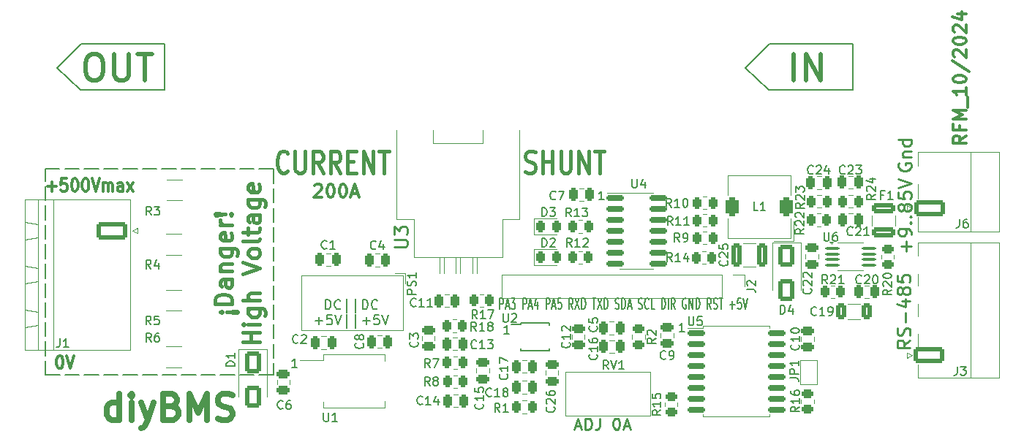
<source format=gbr>
%TF.GenerationSoftware,KiCad,Pcbnew,8.0.3*%
%TF.CreationDate,2024-10-20T11:10:21+02:00*%
%TF.ProjectId,diyBMS_CurrentVoltage_ADS1115,64697942-4d53-45f4-9375-7272656e7456,rev?*%
%TF.SameCoordinates,Original*%
%TF.FileFunction,Legend,Top*%
%TF.FilePolarity,Positive*%
%FSLAX46Y46*%
G04 Gerber Fmt 4.6, Leading zero omitted, Abs format (unit mm)*
G04 Created by KiCad (PCBNEW 8.0.3) date 2024-10-20 11:10:21*
%MOMM*%
%LPD*%
G01*
G04 APERTURE LIST*
G04 Aperture macros list*
%AMRoundRect*
0 Rectangle with rounded corners*
0 $1 Rounding radius*
0 $2 $3 $4 $5 $6 $7 $8 $9 X,Y pos of 4 corners*
0 Add a 4 corners polygon primitive as box body*
4,1,4,$2,$3,$4,$5,$6,$7,$8,$9,$2,$3,0*
0 Add four circle primitives for the rounded corners*
1,1,$1+$1,$2,$3*
1,1,$1+$1,$4,$5*
1,1,$1+$1,$6,$7*
1,1,$1+$1,$8,$9*
0 Add four rect primitives between the rounded corners*
20,1,$1+$1,$2,$3,$4,$5,0*
20,1,$1+$1,$4,$5,$6,$7,0*
20,1,$1+$1,$6,$7,$8,$9,0*
20,1,$1+$1,$8,$9,$2,$3,0*%
%AMHorizOval*
0 Thick line with rounded ends*
0 $1 width*
0 $2 $3 position (X,Y) of the first rounded end (center of the circle)*
0 $4 $5 position (X,Y) of the second rounded end (center of the circle)*
0 Add line between two ends*
20,1,$1,$2,$3,$4,$5,0*
0 Add two circle primitives to create the rounded ends*
1,1,$1,$2,$3*
1,1,$1,$4,$5*%
G04 Aperture macros list end*
%ADD10C,0.150000*%
%ADD11C,0.300000*%
%ADD12C,0.400000*%
%ADD13C,0.200000*%
%ADD14C,0.250000*%
%ADD15C,0.500000*%
%ADD16C,0.187500*%
%ADD17C,0.700000*%
%ADD18C,0.120000*%
%ADD19C,1.440000*%
%ADD20C,0.800000*%
%ADD21R,2.484000X2.600000*%
%ADD22RoundRect,0.150000X-0.875000X-0.150000X0.875000X-0.150000X0.875000X0.150000X-0.875000X0.150000X0*%
%ADD23RoundRect,0.250000X-0.262500X-0.450000X0.262500X-0.450000X0.262500X0.450000X-0.262500X0.450000X0*%
%ADD24RoundRect,0.375000X0.375000X0.725000X-0.375000X0.725000X-0.375000X-0.725000X0.375000X-0.725000X0*%
%ADD25RoundRect,0.250000X-0.650000X1.000000X-0.650000X-1.000000X0.650000X-1.000000X0.650000X1.000000X0*%
%ADD26RoundRect,0.250000X0.250000X0.475000X-0.250000X0.475000X-0.250000X-0.475000X0.250000X-0.475000X0*%
%ADD27O,6.000000X2.500000*%
%ADD28RoundRect,0.250000X0.475000X-0.250000X0.475000X0.250000X-0.475000X0.250000X-0.475000X-0.250000X0*%
%ADD29C,3.200000*%
%ADD30C,16.000000*%
%ADD31RoundRect,0.250000X-0.250000X-0.475000X0.250000X-0.475000X0.250000X0.475000X-0.250000X0.475000X0*%
%ADD32RoundRect,0.250000X-0.475000X0.250000X-0.475000X-0.250000X0.475000X-0.250000X0.475000X0.250000X0*%
%ADD33C,5.600000*%
%ADD34RoundRect,0.250000X0.325000X1.100000X-0.325000X1.100000X-0.325000X-1.100000X0.325000X-1.100000X0*%
%ADD35RoundRect,0.250000X1.550000X-0.650000X1.550000X0.650000X-1.550000X0.650000X-1.550000X-0.650000X0*%
%ADD36O,3.600000X1.800000*%
%ADD37RoundRect,0.250000X0.262500X0.450000X-0.262500X0.450000X-0.262500X-0.450000X0.262500X-0.450000X0*%
%ADD38R,1.700000X1.700000*%
%ADD39O,1.700000X1.700000*%
%ADD40RoundRect,0.250000X0.325000X0.650000X-0.325000X0.650000X-0.325000X-0.650000X0.325000X-0.650000X0*%
%ADD41R,1.905000X0.640000*%
%ADD42R,1.100000X0.250000*%
%ADD43R,1.500000X1.500000*%
%ADD44C,1.500000*%
%ADD45HorizOval,0.800000X0.000000X0.000000X0.000000X0.000000X0*%
%ADD46HorizOval,0.800000X0.000000X0.000000X0.000000X0.000000X0*%
%ADD47O,9.000000X6.000000*%
%ADD48RoundRect,0.243750X-0.243750X-0.456250X0.243750X-0.456250X0.243750X0.456250X-0.243750X0.456250X0*%
%ADD49R,1.500000X1.000000*%
%ADD50RoundRect,0.249999X-1.550001X0.790001X-1.550001X-0.790001X1.550001X-0.790001X1.550001X0.790001X0*%
%ADD51O,3.600000X2.080000*%
%ADD52RoundRect,0.250000X0.450000X-0.262500X0.450000X0.262500X-0.450000X0.262500X-0.450000X-0.262500X0*%
%ADD53RoundRect,0.150000X-0.825000X-0.150000X0.825000X-0.150000X0.825000X0.150000X-0.825000X0.150000X0*%
%ADD54RoundRect,0.250000X-0.450000X0.262500X-0.450000X-0.262500X0.450000X-0.262500X0.450000X0.262500X0*%
%ADD55RoundRect,0.250000X1.075000X-0.375000X1.075000X0.375000X-1.075000X0.375000X-1.075000X-0.375000X0*%
%ADD56RoundRect,0.100000X-0.712500X-0.100000X0.712500X-0.100000X0.712500X0.100000X-0.712500X0.100000X0*%
%ADD57R,1.750000X2.250000*%
%ADD58O,1.750000X2.250000*%
G04 APERTURE END LIST*
D10*
X82042000Y-69088000D02*
X84836000Y-66294000D01*
X84709000Y-71628000D02*
X82042000Y-69088000D01*
X164528500Y-66294000D02*
X174180500Y-66294000D01*
X164401500Y-71628000D02*
X161734500Y-69088000D01*
X94488000Y-66294000D02*
X94488000Y-71628000D01*
X94488000Y-71628000D02*
X84709000Y-71628000D01*
X80670400Y-80772000D02*
X82320400Y-80772000D01*
X82920400Y-80772000D02*
X84570400Y-80772000D01*
X85170400Y-80772000D02*
X86820400Y-80772000D01*
X87420400Y-80772000D02*
X89070400Y-80772000D01*
X89670400Y-80772000D02*
X91320400Y-80772000D01*
X91920400Y-80772000D02*
X93570400Y-80772000D01*
X94170400Y-80772000D02*
X95820400Y-80772000D01*
X96420400Y-80772000D02*
X98070400Y-80772000D01*
X98670400Y-80772000D02*
X100320400Y-80772000D01*
X100920400Y-80772000D02*
X102570400Y-80772000D01*
X103170400Y-80772000D02*
X104820400Y-80772000D01*
X105420400Y-80772000D02*
X107070400Y-80772000D01*
X107086400Y-80772000D02*
X107086400Y-82422000D01*
X107086400Y-83022000D02*
X107086400Y-84672000D01*
X107086400Y-85272000D02*
X107086400Y-86922000D01*
X107086400Y-87522000D02*
X107086400Y-89172000D01*
X107086400Y-89772000D02*
X107086400Y-91422000D01*
X107086400Y-92022000D02*
X107086400Y-93672000D01*
X107086400Y-94272000D02*
X107086400Y-95922000D01*
X107086400Y-96522000D02*
X107086400Y-98172000D01*
X107086400Y-98772000D02*
X107086400Y-100422000D01*
X107086400Y-101022000D02*
X107086400Y-102672000D01*
X107086400Y-103272000D02*
X107086400Y-104648000D01*
X107086400Y-104648000D02*
X105436400Y-104648000D01*
X104836400Y-104648000D02*
X103186400Y-104648000D01*
X102586400Y-104648000D02*
X100936400Y-104648000D01*
X100336400Y-104648000D02*
X98686400Y-104648000D01*
X98086400Y-104648000D02*
X96436400Y-104648000D01*
X95836400Y-104648000D02*
X94186400Y-104648000D01*
X93586400Y-104648000D02*
X91936400Y-104648000D01*
X91336400Y-104648000D02*
X89686400Y-104648000D01*
X89086400Y-104648000D02*
X87436400Y-104648000D01*
X86836400Y-104648000D02*
X85186400Y-104648000D01*
X84586400Y-104648000D02*
X82936400Y-104648000D01*
X82336400Y-104648000D02*
X80686400Y-104648000D01*
X80670400Y-104648000D02*
X80670400Y-102998000D01*
X80670400Y-102398000D02*
X80670400Y-100748000D01*
X80670400Y-100148000D02*
X80670400Y-98498000D01*
X80670400Y-97898000D02*
X80670400Y-96248000D01*
X80670400Y-95648000D02*
X80670400Y-93998000D01*
X80670400Y-93398000D02*
X80670400Y-91748000D01*
X80670400Y-91148000D02*
X80670400Y-89498000D01*
X80670400Y-88898000D02*
X80670400Y-87248000D01*
X80670400Y-86648000D02*
X80670400Y-84998000D01*
X80670400Y-84398000D02*
X80670400Y-82748000D01*
X80670400Y-82148000D02*
X80670400Y-80772000D01*
X174180500Y-66294000D02*
X174180500Y-71628000D01*
X84836000Y-66294000D02*
X94488000Y-66294000D01*
X161734500Y-69088000D02*
X164528500Y-66294000D01*
X174180500Y-71628000D02*
X164401500Y-71628000D01*
D11*
X80923291Y-82795400D02*
X81913768Y-82795400D01*
X81418529Y-83366828D02*
X81418529Y-82223971D01*
X83151863Y-81866828D02*
X82532815Y-81866828D01*
X82532815Y-81866828D02*
X82470911Y-82581114D01*
X82470911Y-82581114D02*
X82532815Y-82509685D01*
X82532815Y-82509685D02*
X82656625Y-82438257D01*
X82656625Y-82438257D02*
X82966149Y-82438257D01*
X82966149Y-82438257D02*
X83089958Y-82509685D01*
X83089958Y-82509685D02*
X83151863Y-82581114D01*
X83151863Y-82581114D02*
X83213768Y-82723971D01*
X83213768Y-82723971D02*
X83213768Y-83081114D01*
X83213768Y-83081114D02*
X83151863Y-83223971D01*
X83151863Y-83223971D02*
X83089958Y-83295400D01*
X83089958Y-83295400D02*
X82966149Y-83366828D01*
X82966149Y-83366828D02*
X82656625Y-83366828D01*
X82656625Y-83366828D02*
X82532815Y-83295400D01*
X82532815Y-83295400D02*
X82470911Y-83223971D01*
X84018529Y-81866828D02*
X84142339Y-81866828D01*
X84142339Y-81866828D02*
X84266148Y-81938257D01*
X84266148Y-81938257D02*
X84328053Y-82009685D01*
X84328053Y-82009685D02*
X84389958Y-82152542D01*
X84389958Y-82152542D02*
X84451863Y-82438257D01*
X84451863Y-82438257D02*
X84451863Y-82795400D01*
X84451863Y-82795400D02*
X84389958Y-83081114D01*
X84389958Y-83081114D02*
X84328053Y-83223971D01*
X84328053Y-83223971D02*
X84266148Y-83295400D01*
X84266148Y-83295400D02*
X84142339Y-83366828D01*
X84142339Y-83366828D02*
X84018529Y-83366828D01*
X84018529Y-83366828D02*
X83894720Y-83295400D01*
X83894720Y-83295400D02*
X83832815Y-83223971D01*
X83832815Y-83223971D02*
X83770910Y-83081114D01*
X83770910Y-83081114D02*
X83709006Y-82795400D01*
X83709006Y-82795400D02*
X83709006Y-82438257D01*
X83709006Y-82438257D02*
X83770910Y-82152542D01*
X83770910Y-82152542D02*
X83832815Y-82009685D01*
X83832815Y-82009685D02*
X83894720Y-81938257D01*
X83894720Y-81938257D02*
X84018529Y-81866828D01*
X85256624Y-81866828D02*
X85380434Y-81866828D01*
X85380434Y-81866828D02*
X85504243Y-81938257D01*
X85504243Y-81938257D02*
X85566148Y-82009685D01*
X85566148Y-82009685D02*
X85628053Y-82152542D01*
X85628053Y-82152542D02*
X85689958Y-82438257D01*
X85689958Y-82438257D02*
X85689958Y-82795400D01*
X85689958Y-82795400D02*
X85628053Y-83081114D01*
X85628053Y-83081114D02*
X85566148Y-83223971D01*
X85566148Y-83223971D02*
X85504243Y-83295400D01*
X85504243Y-83295400D02*
X85380434Y-83366828D01*
X85380434Y-83366828D02*
X85256624Y-83366828D01*
X85256624Y-83366828D02*
X85132815Y-83295400D01*
X85132815Y-83295400D02*
X85070910Y-83223971D01*
X85070910Y-83223971D02*
X85009005Y-83081114D01*
X85009005Y-83081114D02*
X84947101Y-82795400D01*
X84947101Y-82795400D02*
X84947101Y-82438257D01*
X84947101Y-82438257D02*
X85009005Y-82152542D01*
X85009005Y-82152542D02*
X85070910Y-82009685D01*
X85070910Y-82009685D02*
X85132815Y-81938257D01*
X85132815Y-81938257D02*
X85256624Y-81866828D01*
X86061386Y-81866828D02*
X86494719Y-83366828D01*
X86494719Y-83366828D02*
X86928053Y-81866828D01*
X87361386Y-83366828D02*
X87361386Y-82366828D01*
X87361386Y-82509685D02*
X87423291Y-82438257D01*
X87423291Y-82438257D02*
X87547101Y-82366828D01*
X87547101Y-82366828D02*
X87732815Y-82366828D01*
X87732815Y-82366828D02*
X87856624Y-82438257D01*
X87856624Y-82438257D02*
X87918529Y-82581114D01*
X87918529Y-82581114D02*
X87918529Y-83366828D01*
X87918529Y-82581114D02*
X87980434Y-82438257D01*
X87980434Y-82438257D02*
X88104243Y-82366828D01*
X88104243Y-82366828D02*
X88289958Y-82366828D01*
X88289958Y-82366828D02*
X88413767Y-82438257D01*
X88413767Y-82438257D02*
X88475672Y-82581114D01*
X88475672Y-82581114D02*
X88475672Y-83366828D01*
X89651862Y-83366828D02*
X89651862Y-82581114D01*
X89651862Y-82581114D02*
X89589957Y-82438257D01*
X89589957Y-82438257D02*
X89466148Y-82366828D01*
X89466148Y-82366828D02*
X89218529Y-82366828D01*
X89218529Y-82366828D02*
X89094719Y-82438257D01*
X89651862Y-83295400D02*
X89528053Y-83366828D01*
X89528053Y-83366828D02*
X89218529Y-83366828D01*
X89218529Y-83366828D02*
X89094719Y-83295400D01*
X89094719Y-83295400D02*
X89032815Y-83152542D01*
X89032815Y-83152542D02*
X89032815Y-83009685D01*
X89032815Y-83009685D02*
X89094719Y-82866828D01*
X89094719Y-82866828D02*
X89218529Y-82795400D01*
X89218529Y-82795400D02*
X89528053Y-82795400D01*
X89528053Y-82795400D02*
X89651862Y-82723971D01*
X90147100Y-83366828D02*
X90828052Y-82366828D01*
X90147100Y-82366828D02*
X90828052Y-83366828D01*
D12*
X101137292Y-97360666D02*
X101042054Y-97455904D01*
X101042054Y-97455904D02*
X100946816Y-97360666D01*
X100946816Y-97360666D02*
X101042054Y-97265428D01*
X101042054Y-97265428D02*
X101137292Y-97360666D01*
X101137292Y-97360666D02*
X100946816Y-97360666D01*
X101708721Y-97360666D02*
X102851578Y-97265428D01*
X102851578Y-97265428D02*
X102946816Y-97360666D01*
X102946816Y-97360666D02*
X102851578Y-97455904D01*
X102851578Y-97455904D02*
X101708721Y-97360666D01*
X101708721Y-97360666D02*
X102946816Y-97360666D01*
X102280150Y-96408285D02*
X100280150Y-96408285D01*
X100280150Y-96408285D02*
X100280150Y-95932095D01*
X100280150Y-95932095D02*
X100375388Y-95646380D01*
X100375388Y-95646380D02*
X100565864Y-95455904D01*
X100565864Y-95455904D02*
X100756340Y-95360666D01*
X100756340Y-95360666D02*
X101137292Y-95265428D01*
X101137292Y-95265428D02*
X101423007Y-95265428D01*
X101423007Y-95265428D02*
X101803959Y-95360666D01*
X101803959Y-95360666D02*
X101994435Y-95455904D01*
X101994435Y-95455904D02*
X102184912Y-95646380D01*
X102184912Y-95646380D02*
X102280150Y-95932095D01*
X102280150Y-95932095D02*
X102280150Y-96408285D01*
X102280150Y-93551142D02*
X101232531Y-93551142D01*
X101232531Y-93551142D02*
X101042054Y-93646380D01*
X101042054Y-93646380D02*
X100946816Y-93836856D01*
X100946816Y-93836856D02*
X100946816Y-94217809D01*
X100946816Y-94217809D02*
X101042054Y-94408285D01*
X102184912Y-93551142D02*
X102280150Y-93741618D01*
X102280150Y-93741618D02*
X102280150Y-94217809D01*
X102280150Y-94217809D02*
X102184912Y-94408285D01*
X102184912Y-94408285D02*
X101994435Y-94503523D01*
X101994435Y-94503523D02*
X101803959Y-94503523D01*
X101803959Y-94503523D02*
X101613483Y-94408285D01*
X101613483Y-94408285D02*
X101518245Y-94217809D01*
X101518245Y-94217809D02*
X101518245Y-93741618D01*
X101518245Y-93741618D02*
X101423007Y-93551142D01*
X100946816Y-92598761D02*
X102280150Y-92598761D01*
X101137292Y-92598761D02*
X101042054Y-92503523D01*
X101042054Y-92503523D02*
X100946816Y-92313047D01*
X100946816Y-92313047D02*
X100946816Y-92027332D01*
X100946816Y-92027332D02*
X101042054Y-91836856D01*
X101042054Y-91836856D02*
X101232531Y-91741618D01*
X101232531Y-91741618D02*
X102280150Y-91741618D01*
X100946816Y-89932094D02*
X102565864Y-89932094D01*
X102565864Y-89932094D02*
X102756340Y-90027332D01*
X102756340Y-90027332D02*
X102851578Y-90122570D01*
X102851578Y-90122570D02*
X102946816Y-90313047D01*
X102946816Y-90313047D02*
X102946816Y-90598761D01*
X102946816Y-90598761D02*
X102851578Y-90789237D01*
X102184912Y-89932094D02*
X102280150Y-90122570D01*
X102280150Y-90122570D02*
X102280150Y-90503523D01*
X102280150Y-90503523D02*
X102184912Y-90693999D01*
X102184912Y-90693999D02*
X102089673Y-90789237D01*
X102089673Y-90789237D02*
X101899197Y-90884475D01*
X101899197Y-90884475D02*
X101327769Y-90884475D01*
X101327769Y-90884475D02*
X101137292Y-90789237D01*
X101137292Y-90789237D02*
X101042054Y-90693999D01*
X101042054Y-90693999D02*
X100946816Y-90503523D01*
X100946816Y-90503523D02*
X100946816Y-90122570D01*
X100946816Y-90122570D02*
X101042054Y-89932094D01*
X102184912Y-88217808D02*
X102280150Y-88408284D01*
X102280150Y-88408284D02*
X102280150Y-88789237D01*
X102280150Y-88789237D02*
X102184912Y-88979713D01*
X102184912Y-88979713D02*
X101994435Y-89074951D01*
X101994435Y-89074951D02*
X101232531Y-89074951D01*
X101232531Y-89074951D02*
X101042054Y-88979713D01*
X101042054Y-88979713D02*
X100946816Y-88789237D01*
X100946816Y-88789237D02*
X100946816Y-88408284D01*
X100946816Y-88408284D02*
X101042054Y-88217808D01*
X101042054Y-88217808D02*
X101232531Y-88122570D01*
X101232531Y-88122570D02*
X101423007Y-88122570D01*
X101423007Y-88122570D02*
X101613483Y-89074951D01*
X102280150Y-87265427D02*
X100946816Y-87265427D01*
X101327769Y-87265427D02*
X101137292Y-87170189D01*
X101137292Y-87170189D02*
X101042054Y-87074951D01*
X101042054Y-87074951D02*
X100946816Y-86884475D01*
X100946816Y-86884475D02*
X100946816Y-86693998D01*
X102089673Y-86027332D02*
X102184912Y-85932094D01*
X102184912Y-85932094D02*
X102280150Y-86027332D01*
X102280150Y-86027332D02*
X102184912Y-86122570D01*
X102184912Y-86122570D02*
X102089673Y-86027332D01*
X102089673Y-86027332D02*
X102280150Y-86027332D01*
X101518245Y-86027332D02*
X100375388Y-86122570D01*
X100375388Y-86122570D02*
X100280150Y-86027332D01*
X100280150Y-86027332D02*
X100375388Y-85932094D01*
X100375388Y-85932094D02*
X101518245Y-86027332D01*
X101518245Y-86027332D02*
X100280150Y-86027332D01*
X105500038Y-100836857D02*
X103500038Y-100836857D01*
X104452419Y-100836857D02*
X104452419Y-99694000D01*
X105500038Y-99694000D02*
X103500038Y-99694000D01*
X105500038Y-98741619D02*
X104166704Y-98741619D01*
X103500038Y-98741619D02*
X103595276Y-98836857D01*
X103595276Y-98836857D02*
X103690514Y-98741619D01*
X103690514Y-98741619D02*
X103595276Y-98646381D01*
X103595276Y-98646381D02*
X103500038Y-98741619D01*
X103500038Y-98741619D02*
X103690514Y-98741619D01*
X104166704Y-96932095D02*
X105785752Y-96932095D01*
X105785752Y-96932095D02*
X105976228Y-97027333D01*
X105976228Y-97027333D02*
X106071466Y-97122571D01*
X106071466Y-97122571D02*
X106166704Y-97313048D01*
X106166704Y-97313048D02*
X106166704Y-97598762D01*
X106166704Y-97598762D02*
X106071466Y-97789238D01*
X105404800Y-96932095D02*
X105500038Y-97122571D01*
X105500038Y-97122571D02*
X105500038Y-97503524D01*
X105500038Y-97503524D02*
X105404800Y-97694000D01*
X105404800Y-97694000D02*
X105309561Y-97789238D01*
X105309561Y-97789238D02*
X105119085Y-97884476D01*
X105119085Y-97884476D02*
X104547657Y-97884476D01*
X104547657Y-97884476D02*
X104357180Y-97789238D01*
X104357180Y-97789238D02*
X104261942Y-97694000D01*
X104261942Y-97694000D02*
X104166704Y-97503524D01*
X104166704Y-97503524D02*
X104166704Y-97122571D01*
X104166704Y-97122571D02*
X104261942Y-96932095D01*
X105500038Y-95979714D02*
X103500038Y-95979714D01*
X105500038Y-95122571D02*
X104452419Y-95122571D01*
X104452419Y-95122571D02*
X104261942Y-95217809D01*
X104261942Y-95217809D02*
X104166704Y-95408285D01*
X104166704Y-95408285D02*
X104166704Y-95694000D01*
X104166704Y-95694000D02*
X104261942Y-95884476D01*
X104261942Y-95884476D02*
X104357180Y-95979714D01*
X103500038Y-92932094D02*
X105500038Y-92265428D01*
X105500038Y-92265428D02*
X103500038Y-91598761D01*
X105500038Y-90646380D02*
X105404800Y-90836856D01*
X105404800Y-90836856D02*
X105309561Y-90932094D01*
X105309561Y-90932094D02*
X105119085Y-91027332D01*
X105119085Y-91027332D02*
X104547657Y-91027332D01*
X104547657Y-91027332D02*
X104357180Y-90932094D01*
X104357180Y-90932094D02*
X104261942Y-90836856D01*
X104261942Y-90836856D02*
X104166704Y-90646380D01*
X104166704Y-90646380D02*
X104166704Y-90360665D01*
X104166704Y-90360665D02*
X104261942Y-90170189D01*
X104261942Y-90170189D02*
X104357180Y-90074951D01*
X104357180Y-90074951D02*
X104547657Y-89979713D01*
X104547657Y-89979713D02*
X105119085Y-89979713D01*
X105119085Y-89979713D02*
X105309561Y-90074951D01*
X105309561Y-90074951D02*
X105404800Y-90170189D01*
X105404800Y-90170189D02*
X105500038Y-90360665D01*
X105500038Y-90360665D02*
X105500038Y-90646380D01*
X105500038Y-88836856D02*
X105404800Y-89027332D01*
X105404800Y-89027332D02*
X105214323Y-89122570D01*
X105214323Y-89122570D02*
X103500038Y-89122570D01*
X104166704Y-88360665D02*
X104166704Y-87598761D01*
X103500038Y-88074951D02*
X105214323Y-88074951D01*
X105214323Y-88074951D02*
X105404800Y-87979713D01*
X105404800Y-87979713D02*
X105500038Y-87789237D01*
X105500038Y-87789237D02*
X105500038Y-87598761D01*
X105500038Y-86074951D02*
X104452419Y-86074951D01*
X104452419Y-86074951D02*
X104261942Y-86170189D01*
X104261942Y-86170189D02*
X104166704Y-86360665D01*
X104166704Y-86360665D02*
X104166704Y-86741618D01*
X104166704Y-86741618D02*
X104261942Y-86932094D01*
X105404800Y-86074951D02*
X105500038Y-86265427D01*
X105500038Y-86265427D02*
X105500038Y-86741618D01*
X105500038Y-86741618D02*
X105404800Y-86932094D01*
X105404800Y-86932094D02*
X105214323Y-87027332D01*
X105214323Y-87027332D02*
X105023847Y-87027332D01*
X105023847Y-87027332D02*
X104833371Y-86932094D01*
X104833371Y-86932094D02*
X104738133Y-86741618D01*
X104738133Y-86741618D02*
X104738133Y-86265427D01*
X104738133Y-86265427D02*
X104642895Y-86074951D01*
X104166704Y-84265427D02*
X105785752Y-84265427D01*
X105785752Y-84265427D02*
X105976228Y-84360665D01*
X105976228Y-84360665D02*
X106071466Y-84455903D01*
X106071466Y-84455903D02*
X106166704Y-84646380D01*
X106166704Y-84646380D02*
X106166704Y-84932094D01*
X106166704Y-84932094D02*
X106071466Y-85122570D01*
X105404800Y-84265427D02*
X105500038Y-84455903D01*
X105500038Y-84455903D02*
X105500038Y-84836856D01*
X105500038Y-84836856D02*
X105404800Y-85027332D01*
X105404800Y-85027332D02*
X105309561Y-85122570D01*
X105309561Y-85122570D02*
X105119085Y-85217808D01*
X105119085Y-85217808D02*
X104547657Y-85217808D01*
X104547657Y-85217808D02*
X104357180Y-85122570D01*
X104357180Y-85122570D02*
X104261942Y-85027332D01*
X104261942Y-85027332D02*
X104166704Y-84836856D01*
X104166704Y-84836856D02*
X104166704Y-84455903D01*
X104166704Y-84455903D02*
X104261942Y-84265427D01*
X105404800Y-82551141D02*
X105500038Y-82741617D01*
X105500038Y-82741617D02*
X105500038Y-83122570D01*
X105500038Y-83122570D02*
X105404800Y-83313046D01*
X105404800Y-83313046D02*
X105214323Y-83408284D01*
X105214323Y-83408284D02*
X104452419Y-83408284D01*
X104452419Y-83408284D02*
X104261942Y-83313046D01*
X104261942Y-83313046D02*
X104166704Y-83122570D01*
X104166704Y-83122570D02*
X104166704Y-82741617D01*
X104166704Y-82741617D02*
X104261942Y-82551141D01*
X104261942Y-82551141D02*
X104452419Y-82455903D01*
X104452419Y-82455903D02*
X104642895Y-82455903D01*
X104642895Y-82455903D02*
X104833371Y-83408284D01*
D13*
X113092285Y-97017042D02*
X113092285Y-95917042D01*
X113092285Y-95917042D02*
X113354190Y-95917042D01*
X113354190Y-95917042D02*
X113511333Y-95969423D01*
X113511333Y-95969423D02*
X113616095Y-96074185D01*
X113616095Y-96074185D02*
X113668476Y-96178947D01*
X113668476Y-96178947D02*
X113720857Y-96388471D01*
X113720857Y-96388471D02*
X113720857Y-96545614D01*
X113720857Y-96545614D02*
X113668476Y-96755138D01*
X113668476Y-96755138D02*
X113616095Y-96859900D01*
X113616095Y-96859900D02*
X113511333Y-96964662D01*
X113511333Y-96964662D02*
X113354190Y-97017042D01*
X113354190Y-97017042D02*
X113092285Y-97017042D01*
X114820857Y-96912281D02*
X114768476Y-96964662D01*
X114768476Y-96964662D02*
X114611333Y-97017042D01*
X114611333Y-97017042D02*
X114506571Y-97017042D01*
X114506571Y-97017042D02*
X114349428Y-96964662D01*
X114349428Y-96964662D02*
X114244666Y-96859900D01*
X114244666Y-96859900D02*
X114192285Y-96755138D01*
X114192285Y-96755138D02*
X114139904Y-96545614D01*
X114139904Y-96545614D02*
X114139904Y-96388471D01*
X114139904Y-96388471D02*
X114192285Y-96178947D01*
X114192285Y-96178947D02*
X114244666Y-96074185D01*
X114244666Y-96074185D02*
X114349428Y-95969423D01*
X114349428Y-95969423D02*
X114506571Y-95917042D01*
X114506571Y-95917042D02*
X114611333Y-95917042D01*
X114611333Y-95917042D02*
X114768476Y-95969423D01*
X114768476Y-95969423D02*
X114820857Y-96021804D01*
X115554190Y-97383709D02*
X115554190Y-95812281D01*
X116601809Y-97383709D02*
X116601809Y-95812281D01*
X117387523Y-97017042D02*
X117387523Y-95917042D01*
X117387523Y-95917042D02*
X117649428Y-95917042D01*
X117649428Y-95917042D02*
X117806571Y-95969423D01*
X117806571Y-95969423D02*
X117911333Y-96074185D01*
X117911333Y-96074185D02*
X117963714Y-96178947D01*
X117963714Y-96178947D02*
X118016095Y-96388471D01*
X118016095Y-96388471D02*
X118016095Y-96545614D01*
X118016095Y-96545614D02*
X117963714Y-96755138D01*
X117963714Y-96755138D02*
X117911333Y-96859900D01*
X117911333Y-96859900D02*
X117806571Y-96964662D01*
X117806571Y-96964662D02*
X117649428Y-97017042D01*
X117649428Y-97017042D02*
X117387523Y-97017042D01*
X119116095Y-96912281D02*
X119063714Y-96964662D01*
X119063714Y-96964662D02*
X118906571Y-97017042D01*
X118906571Y-97017042D02*
X118801809Y-97017042D01*
X118801809Y-97017042D02*
X118644666Y-96964662D01*
X118644666Y-96964662D02*
X118539904Y-96859900D01*
X118539904Y-96859900D02*
X118487523Y-96755138D01*
X118487523Y-96755138D02*
X118435142Y-96545614D01*
X118435142Y-96545614D02*
X118435142Y-96388471D01*
X118435142Y-96388471D02*
X118487523Y-96178947D01*
X118487523Y-96178947D02*
X118539904Y-96074185D01*
X118539904Y-96074185D02*
X118644666Y-95969423D01*
X118644666Y-95969423D02*
X118801809Y-95917042D01*
X118801809Y-95917042D02*
X118906571Y-95917042D01*
X118906571Y-95917042D02*
X119063714Y-95969423D01*
X119063714Y-95969423D02*
X119116095Y-96021804D01*
X111939904Y-98368933D02*
X112778000Y-98368933D01*
X112358952Y-98787980D02*
X112358952Y-97949885D01*
X113825619Y-97687980D02*
X113301809Y-97687980D01*
X113301809Y-97687980D02*
X113249428Y-98211790D01*
X113249428Y-98211790D02*
X113301809Y-98159409D01*
X113301809Y-98159409D02*
X113406571Y-98107028D01*
X113406571Y-98107028D02*
X113668476Y-98107028D01*
X113668476Y-98107028D02*
X113773238Y-98159409D01*
X113773238Y-98159409D02*
X113825619Y-98211790D01*
X113825619Y-98211790D02*
X113878000Y-98316552D01*
X113878000Y-98316552D02*
X113878000Y-98578457D01*
X113878000Y-98578457D02*
X113825619Y-98683219D01*
X113825619Y-98683219D02*
X113773238Y-98735600D01*
X113773238Y-98735600D02*
X113668476Y-98787980D01*
X113668476Y-98787980D02*
X113406571Y-98787980D01*
X113406571Y-98787980D02*
X113301809Y-98735600D01*
X113301809Y-98735600D02*
X113249428Y-98683219D01*
X114192285Y-97687980D02*
X114558952Y-98787980D01*
X114558952Y-98787980D02*
X114925619Y-97687980D01*
X115554190Y-99154647D02*
X115554190Y-97583219D01*
X116601809Y-99154647D02*
X116601809Y-97583219D01*
X117387523Y-98368933D02*
X118225619Y-98368933D01*
X117806571Y-98787980D02*
X117806571Y-97949885D01*
X119273238Y-97687980D02*
X118749428Y-97687980D01*
X118749428Y-97687980D02*
X118697047Y-98211790D01*
X118697047Y-98211790D02*
X118749428Y-98159409D01*
X118749428Y-98159409D02*
X118854190Y-98107028D01*
X118854190Y-98107028D02*
X119116095Y-98107028D01*
X119116095Y-98107028D02*
X119220857Y-98159409D01*
X119220857Y-98159409D02*
X119273238Y-98211790D01*
X119273238Y-98211790D02*
X119325619Y-98316552D01*
X119325619Y-98316552D02*
X119325619Y-98578457D01*
X119325619Y-98578457D02*
X119273238Y-98683219D01*
X119273238Y-98683219D02*
X119220857Y-98735600D01*
X119220857Y-98735600D02*
X119116095Y-98787980D01*
X119116095Y-98787980D02*
X118854190Y-98787980D01*
X118854190Y-98787980D02*
X118749428Y-98735600D01*
X118749428Y-98735600D02*
X118697047Y-98683219D01*
X119639904Y-97687980D02*
X120006571Y-98787980D01*
X120006571Y-98787980D02*
X120373238Y-97687980D01*
D11*
X187252828Y-76909570D02*
X186538542Y-77409570D01*
X187252828Y-77766713D02*
X185752828Y-77766713D01*
X185752828Y-77766713D02*
X185752828Y-77195284D01*
X185752828Y-77195284D02*
X185824257Y-77052427D01*
X185824257Y-77052427D02*
X185895685Y-76980998D01*
X185895685Y-76980998D02*
X186038542Y-76909570D01*
X186038542Y-76909570D02*
X186252828Y-76909570D01*
X186252828Y-76909570D02*
X186395685Y-76980998D01*
X186395685Y-76980998D02*
X186467114Y-77052427D01*
X186467114Y-77052427D02*
X186538542Y-77195284D01*
X186538542Y-77195284D02*
X186538542Y-77766713D01*
X186467114Y-75766713D02*
X186467114Y-76266713D01*
X187252828Y-76266713D02*
X185752828Y-76266713D01*
X185752828Y-76266713D02*
X185752828Y-75552427D01*
X187252828Y-74980999D02*
X185752828Y-74980999D01*
X185752828Y-74980999D02*
X186824257Y-74480999D01*
X186824257Y-74480999D02*
X185752828Y-73980999D01*
X185752828Y-73980999D02*
X187252828Y-73980999D01*
X187395685Y-73623856D02*
X187395685Y-72480998D01*
X187252828Y-71338141D02*
X187252828Y-72195284D01*
X187252828Y-71766713D02*
X185752828Y-71766713D01*
X185752828Y-71766713D02*
X185967114Y-71909570D01*
X185967114Y-71909570D02*
X186109971Y-72052427D01*
X186109971Y-72052427D02*
X186181400Y-72195284D01*
X185752828Y-70409570D02*
X185752828Y-70266713D01*
X185752828Y-70266713D02*
X185824257Y-70123856D01*
X185824257Y-70123856D02*
X185895685Y-70052428D01*
X185895685Y-70052428D02*
X186038542Y-69980999D01*
X186038542Y-69980999D02*
X186324257Y-69909570D01*
X186324257Y-69909570D02*
X186681400Y-69909570D01*
X186681400Y-69909570D02*
X186967114Y-69980999D01*
X186967114Y-69980999D02*
X187109971Y-70052428D01*
X187109971Y-70052428D02*
X187181400Y-70123856D01*
X187181400Y-70123856D02*
X187252828Y-70266713D01*
X187252828Y-70266713D02*
X187252828Y-70409570D01*
X187252828Y-70409570D02*
X187181400Y-70552428D01*
X187181400Y-70552428D02*
X187109971Y-70623856D01*
X187109971Y-70623856D02*
X186967114Y-70695285D01*
X186967114Y-70695285D02*
X186681400Y-70766713D01*
X186681400Y-70766713D02*
X186324257Y-70766713D01*
X186324257Y-70766713D02*
X186038542Y-70695285D01*
X186038542Y-70695285D02*
X185895685Y-70623856D01*
X185895685Y-70623856D02*
X185824257Y-70552428D01*
X185824257Y-70552428D02*
X185752828Y-70409570D01*
X185681400Y-68195285D02*
X187609971Y-69480999D01*
X185895685Y-67766713D02*
X185824257Y-67695285D01*
X185824257Y-67695285D02*
X185752828Y-67552428D01*
X185752828Y-67552428D02*
X185752828Y-67195285D01*
X185752828Y-67195285D02*
X185824257Y-67052428D01*
X185824257Y-67052428D02*
X185895685Y-66980999D01*
X185895685Y-66980999D02*
X186038542Y-66909570D01*
X186038542Y-66909570D02*
X186181400Y-66909570D01*
X186181400Y-66909570D02*
X186395685Y-66980999D01*
X186395685Y-66980999D02*
X187252828Y-67838142D01*
X187252828Y-67838142D02*
X187252828Y-66909570D01*
X185752828Y-65980999D02*
X185752828Y-65838142D01*
X185752828Y-65838142D02*
X185824257Y-65695285D01*
X185824257Y-65695285D02*
X185895685Y-65623857D01*
X185895685Y-65623857D02*
X186038542Y-65552428D01*
X186038542Y-65552428D02*
X186324257Y-65480999D01*
X186324257Y-65480999D02*
X186681400Y-65480999D01*
X186681400Y-65480999D02*
X186967114Y-65552428D01*
X186967114Y-65552428D02*
X187109971Y-65623857D01*
X187109971Y-65623857D02*
X187181400Y-65695285D01*
X187181400Y-65695285D02*
X187252828Y-65838142D01*
X187252828Y-65838142D02*
X187252828Y-65980999D01*
X187252828Y-65980999D02*
X187181400Y-66123857D01*
X187181400Y-66123857D02*
X187109971Y-66195285D01*
X187109971Y-66195285D02*
X186967114Y-66266714D01*
X186967114Y-66266714D02*
X186681400Y-66338142D01*
X186681400Y-66338142D02*
X186324257Y-66338142D01*
X186324257Y-66338142D02*
X186038542Y-66266714D01*
X186038542Y-66266714D02*
X185895685Y-66195285D01*
X185895685Y-66195285D02*
X185824257Y-66123857D01*
X185824257Y-66123857D02*
X185752828Y-65980999D01*
X185895685Y-64909571D02*
X185824257Y-64838143D01*
X185824257Y-64838143D02*
X185752828Y-64695286D01*
X185752828Y-64695286D02*
X185752828Y-64338143D01*
X185752828Y-64338143D02*
X185824257Y-64195286D01*
X185824257Y-64195286D02*
X185895685Y-64123857D01*
X185895685Y-64123857D02*
X186038542Y-64052428D01*
X186038542Y-64052428D02*
X186181400Y-64052428D01*
X186181400Y-64052428D02*
X186395685Y-64123857D01*
X186395685Y-64123857D02*
X187252828Y-64981000D01*
X187252828Y-64981000D02*
X187252828Y-64052428D01*
X186252828Y-62766715D02*
X187252828Y-62766715D01*
X185681400Y-63123857D02*
X186752828Y-63481000D01*
X186752828Y-63481000D02*
X186752828Y-62552429D01*
D10*
X109801188Y-103730419D02*
X109229760Y-103730419D01*
X109515474Y-103730419D02*
X109515474Y-102730419D01*
X109515474Y-102730419D02*
X109420236Y-102873276D01*
X109420236Y-102873276D02*
X109324998Y-102968514D01*
X109324998Y-102968514D02*
X109229760Y-103016133D01*
D14*
X179476857Y-80099669D02*
X179405428Y-80242527D01*
X179405428Y-80242527D02*
X179405428Y-80456812D01*
X179405428Y-80456812D02*
X179476857Y-80671098D01*
X179476857Y-80671098D02*
X179619714Y-80813955D01*
X179619714Y-80813955D02*
X179762571Y-80885384D01*
X179762571Y-80885384D02*
X180048285Y-80956812D01*
X180048285Y-80956812D02*
X180262571Y-80956812D01*
X180262571Y-80956812D02*
X180548285Y-80885384D01*
X180548285Y-80885384D02*
X180691142Y-80813955D01*
X180691142Y-80813955D02*
X180834000Y-80671098D01*
X180834000Y-80671098D02*
X180905428Y-80456812D01*
X180905428Y-80456812D02*
X180905428Y-80313955D01*
X180905428Y-80313955D02*
X180834000Y-80099669D01*
X180834000Y-80099669D02*
X180762571Y-80028241D01*
X180762571Y-80028241D02*
X180262571Y-80028241D01*
X180262571Y-80028241D02*
X180262571Y-80313955D01*
X179905428Y-79385384D02*
X180905428Y-79385384D01*
X180048285Y-79385384D02*
X179976857Y-79313955D01*
X179976857Y-79313955D02*
X179905428Y-79171098D01*
X179905428Y-79171098D02*
X179905428Y-78956812D01*
X179905428Y-78956812D02*
X179976857Y-78813955D01*
X179976857Y-78813955D02*
X180119714Y-78742527D01*
X180119714Y-78742527D02*
X180905428Y-78742527D01*
X180905428Y-77385384D02*
X179405428Y-77385384D01*
X180834000Y-77385384D02*
X180905428Y-77528241D01*
X180905428Y-77528241D02*
X180905428Y-77813955D01*
X180905428Y-77813955D02*
X180834000Y-77956812D01*
X180834000Y-77956812D02*
X180762571Y-78028241D01*
X180762571Y-78028241D02*
X180619714Y-78099669D01*
X180619714Y-78099669D02*
X180191142Y-78099669D01*
X180191142Y-78099669D02*
X180048285Y-78028241D01*
X180048285Y-78028241D02*
X179976857Y-77956812D01*
X179976857Y-77956812D02*
X179905428Y-77813955D01*
X179905428Y-77813955D02*
X179905428Y-77528241D01*
X179905428Y-77528241D02*
X179976857Y-77385384D01*
X180334000Y-90283384D02*
X180334000Y-89140527D01*
X180905428Y-89711955D02*
X179762571Y-89711955D01*
X180905428Y-88354812D02*
X180905428Y-88069098D01*
X180905428Y-88069098D02*
X180834000Y-87926241D01*
X180834000Y-87926241D02*
X180762571Y-87854812D01*
X180762571Y-87854812D02*
X180548285Y-87711955D01*
X180548285Y-87711955D02*
X180262571Y-87640526D01*
X180262571Y-87640526D02*
X179691142Y-87640526D01*
X179691142Y-87640526D02*
X179548285Y-87711955D01*
X179548285Y-87711955D02*
X179476857Y-87783384D01*
X179476857Y-87783384D02*
X179405428Y-87926241D01*
X179405428Y-87926241D02*
X179405428Y-88211955D01*
X179405428Y-88211955D02*
X179476857Y-88354812D01*
X179476857Y-88354812D02*
X179548285Y-88426241D01*
X179548285Y-88426241D02*
X179691142Y-88497669D01*
X179691142Y-88497669D02*
X180048285Y-88497669D01*
X180048285Y-88497669D02*
X180191142Y-88426241D01*
X180191142Y-88426241D02*
X180262571Y-88354812D01*
X180262571Y-88354812D02*
X180334000Y-88211955D01*
X180334000Y-88211955D02*
X180334000Y-87926241D01*
X180334000Y-87926241D02*
X180262571Y-87783384D01*
X180262571Y-87783384D02*
X180191142Y-87711955D01*
X180191142Y-87711955D02*
X180048285Y-87640526D01*
X180762571Y-86997670D02*
X180834000Y-86926241D01*
X180834000Y-86926241D02*
X180905428Y-86997670D01*
X180905428Y-86997670D02*
X180834000Y-87069098D01*
X180834000Y-87069098D02*
X180762571Y-86997670D01*
X180762571Y-86997670D02*
X180905428Y-86997670D01*
X180762571Y-86283384D02*
X180834000Y-86211955D01*
X180834000Y-86211955D02*
X180905428Y-86283384D01*
X180905428Y-86283384D02*
X180834000Y-86354812D01*
X180834000Y-86354812D02*
X180762571Y-86283384D01*
X180762571Y-86283384D02*
X180905428Y-86283384D01*
X180048285Y-85354812D02*
X179976857Y-85497669D01*
X179976857Y-85497669D02*
X179905428Y-85569098D01*
X179905428Y-85569098D02*
X179762571Y-85640526D01*
X179762571Y-85640526D02*
X179691142Y-85640526D01*
X179691142Y-85640526D02*
X179548285Y-85569098D01*
X179548285Y-85569098D02*
X179476857Y-85497669D01*
X179476857Y-85497669D02*
X179405428Y-85354812D01*
X179405428Y-85354812D02*
X179405428Y-85069098D01*
X179405428Y-85069098D02*
X179476857Y-84926241D01*
X179476857Y-84926241D02*
X179548285Y-84854812D01*
X179548285Y-84854812D02*
X179691142Y-84783383D01*
X179691142Y-84783383D02*
X179762571Y-84783383D01*
X179762571Y-84783383D02*
X179905428Y-84854812D01*
X179905428Y-84854812D02*
X179976857Y-84926241D01*
X179976857Y-84926241D02*
X180048285Y-85069098D01*
X180048285Y-85069098D02*
X180048285Y-85354812D01*
X180048285Y-85354812D02*
X180119714Y-85497669D01*
X180119714Y-85497669D02*
X180191142Y-85569098D01*
X180191142Y-85569098D02*
X180334000Y-85640526D01*
X180334000Y-85640526D02*
X180619714Y-85640526D01*
X180619714Y-85640526D02*
X180762571Y-85569098D01*
X180762571Y-85569098D02*
X180834000Y-85497669D01*
X180834000Y-85497669D02*
X180905428Y-85354812D01*
X180905428Y-85354812D02*
X180905428Y-85069098D01*
X180905428Y-85069098D02*
X180834000Y-84926241D01*
X180834000Y-84926241D02*
X180762571Y-84854812D01*
X180762571Y-84854812D02*
X180619714Y-84783383D01*
X180619714Y-84783383D02*
X180334000Y-84783383D01*
X180334000Y-84783383D02*
X180191142Y-84854812D01*
X180191142Y-84854812D02*
X180119714Y-84926241D01*
X180119714Y-84926241D02*
X180048285Y-85069098D01*
X179405428Y-83426241D02*
X179405428Y-84140527D01*
X179405428Y-84140527D02*
X180119714Y-84211955D01*
X180119714Y-84211955D02*
X180048285Y-84140527D01*
X180048285Y-84140527D02*
X179976857Y-83997670D01*
X179976857Y-83997670D02*
X179976857Y-83640527D01*
X179976857Y-83640527D02*
X180048285Y-83497670D01*
X180048285Y-83497670D02*
X180119714Y-83426241D01*
X180119714Y-83426241D02*
X180262571Y-83354812D01*
X180262571Y-83354812D02*
X180619714Y-83354812D01*
X180619714Y-83354812D02*
X180762571Y-83426241D01*
X180762571Y-83426241D02*
X180834000Y-83497670D01*
X180834000Y-83497670D02*
X180905428Y-83640527D01*
X180905428Y-83640527D02*
X180905428Y-83997670D01*
X180905428Y-83997670D02*
X180834000Y-84140527D01*
X180834000Y-84140527D02*
X180762571Y-84211955D01*
X179405428Y-82926241D02*
X180905428Y-82426241D01*
X180905428Y-82426241D02*
X179405428Y-81926241D01*
D15*
X86069661Y-67472857D02*
X86641089Y-67472857D01*
X86641089Y-67472857D02*
X86926804Y-67615714D01*
X86926804Y-67615714D02*
X87212518Y-67901428D01*
X87212518Y-67901428D02*
X87355375Y-68472857D01*
X87355375Y-68472857D02*
X87355375Y-69472857D01*
X87355375Y-69472857D02*
X87212518Y-70044285D01*
X87212518Y-70044285D02*
X86926804Y-70330000D01*
X86926804Y-70330000D02*
X86641089Y-70472857D01*
X86641089Y-70472857D02*
X86069661Y-70472857D01*
X86069661Y-70472857D02*
X85783947Y-70330000D01*
X85783947Y-70330000D02*
X85498232Y-70044285D01*
X85498232Y-70044285D02*
X85355375Y-69472857D01*
X85355375Y-69472857D02*
X85355375Y-68472857D01*
X85355375Y-68472857D02*
X85498232Y-67901428D01*
X85498232Y-67901428D02*
X85783947Y-67615714D01*
X85783947Y-67615714D02*
X86069661Y-67472857D01*
X88641089Y-67472857D02*
X88641089Y-69901428D01*
X88641089Y-69901428D02*
X88783946Y-70187142D01*
X88783946Y-70187142D02*
X88926804Y-70330000D01*
X88926804Y-70330000D02*
X89212518Y-70472857D01*
X89212518Y-70472857D02*
X89783946Y-70472857D01*
X89783946Y-70472857D02*
X90069661Y-70330000D01*
X90069661Y-70330000D02*
X90212518Y-70187142D01*
X90212518Y-70187142D02*
X90355375Y-69901428D01*
X90355375Y-69901428D02*
X90355375Y-67472857D01*
X91355375Y-67472857D02*
X93069661Y-67472857D01*
X92212518Y-70472857D02*
X92212518Y-67472857D01*
D14*
X180778428Y-100602241D02*
X180064142Y-101102241D01*
X180778428Y-101459384D02*
X179278428Y-101459384D01*
X179278428Y-101459384D02*
X179278428Y-100887955D01*
X179278428Y-100887955D02*
X179349857Y-100745098D01*
X179349857Y-100745098D02*
X179421285Y-100673669D01*
X179421285Y-100673669D02*
X179564142Y-100602241D01*
X179564142Y-100602241D02*
X179778428Y-100602241D01*
X179778428Y-100602241D02*
X179921285Y-100673669D01*
X179921285Y-100673669D02*
X179992714Y-100745098D01*
X179992714Y-100745098D02*
X180064142Y-100887955D01*
X180064142Y-100887955D02*
X180064142Y-101459384D01*
X180707000Y-100030812D02*
X180778428Y-99816527D01*
X180778428Y-99816527D02*
X180778428Y-99459384D01*
X180778428Y-99459384D02*
X180707000Y-99316527D01*
X180707000Y-99316527D02*
X180635571Y-99245098D01*
X180635571Y-99245098D02*
X180492714Y-99173669D01*
X180492714Y-99173669D02*
X180349857Y-99173669D01*
X180349857Y-99173669D02*
X180207000Y-99245098D01*
X180207000Y-99245098D02*
X180135571Y-99316527D01*
X180135571Y-99316527D02*
X180064142Y-99459384D01*
X180064142Y-99459384D02*
X179992714Y-99745098D01*
X179992714Y-99745098D02*
X179921285Y-99887955D01*
X179921285Y-99887955D02*
X179849857Y-99959384D01*
X179849857Y-99959384D02*
X179707000Y-100030812D01*
X179707000Y-100030812D02*
X179564142Y-100030812D01*
X179564142Y-100030812D02*
X179421285Y-99959384D01*
X179421285Y-99959384D02*
X179349857Y-99887955D01*
X179349857Y-99887955D02*
X179278428Y-99745098D01*
X179278428Y-99745098D02*
X179278428Y-99387955D01*
X179278428Y-99387955D02*
X179349857Y-99173669D01*
X180207000Y-98530813D02*
X180207000Y-97387956D01*
X179778428Y-96030813D02*
X180778428Y-96030813D01*
X179207000Y-96387955D02*
X180278428Y-96745098D01*
X180278428Y-96745098D02*
X180278428Y-95816527D01*
X179921285Y-95030813D02*
X179849857Y-95173670D01*
X179849857Y-95173670D02*
X179778428Y-95245099D01*
X179778428Y-95245099D02*
X179635571Y-95316527D01*
X179635571Y-95316527D02*
X179564142Y-95316527D01*
X179564142Y-95316527D02*
X179421285Y-95245099D01*
X179421285Y-95245099D02*
X179349857Y-95173670D01*
X179349857Y-95173670D02*
X179278428Y-95030813D01*
X179278428Y-95030813D02*
X179278428Y-94745099D01*
X179278428Y-94745099D02*
X179349857Y-94602242D01*
X179349857Y-94602242D02*
X179421285Y-94530813D01*
X179421285Y-94530813D02*
X179564142Y-94459384D01*
X179564142Y-94459384D02*
X179635571Y-94459384D01*
X179635571Y-94459384D02*
X179778428Y-94530813D01*
X179778428Y-94530813D02*
X179849857Y-94602242D01*
X179849857Y-94602242D02*
X179921285Y-94745099D01*
X179921285Y-94745099D02*
X179921285Y-95030813D01*
X179921285Y-95030813D02*
X179992714Y-95173670D01*
X179992714Y-95173670D02*
X180064142Y-95245099D01*
X180064142Y-95245099D02*
X180207000Y-95316527D01*
X180207000Y-95316527D02*
X180492714Y-95316527D01*
X180492714Y-95316527D02*
X180635571Y-95245099D01*
X180635571Y-95245099D02*
X180707000Y-95173670D01*
X180707000Y-95173670D02*
X180778428Y-95030813D01*
X180778428Y-95030813D02*
X180778428Y-94745099D01*
X180778428Y-94745099D02*
X180707000Y-94602242D01*
X180707000Y-94602242D02*
X180635571Y-94530813D01*
X180635571Y-94530813D02*
X180492714Y-94459384D01*
X180492714Y-94459384D02*
X180207000Y-94459384D01*
X180207000Y-94459384D02*
X180064142Y-94530813D01*
X180064142Y-94530813D02*
X179992714Y-94602242D01*
X179992714Y-94602242D02*
X179921285Y-94745099D01*
X179278428Y-93102242D02*
X179278428Y-93816528D01*
X179278428Y-93816528D02*
X179992714Y-93887956D01*
X179992714Y-93887956D02*
X179921285Y-93816528D01*
X179921285Y-93816528D02*
X179849857Y-93673671D01*
X179849857Y-93673671D02*
X179849857Y-93316528D01*
X179849857Y-93316528D02*
X179921285Y-93173671D01*
X179921285Y-93173671D02*
X179992714Y-93102242D01*
X179992714Y-93102242D02*
X180135571Y-93030813D01*
X180135571Y-93030813D02*
X180492714Y-93030813D01*
X180492714Y-93030813D02*
X180635571Y-93102242D01*
X180635571Y-93102242D02*
X180707000Y-93173671D01*
X180707000Y-93173671D02*
X180778428Y-93316528D01*
X180778428Y-93316528D02*
X180778428Y-93673671D01*
X180778428Y-93673671D02*
X180707000Y-93816528D01*
X180707000Y-93816528D02*
X180635571Y-93887956D01*
D11*
X111836682Y-82670085D02*
X111908110Y-82598657D01*
X111908110Y-82598657D02*
X112050968Y-82527228D01*
X112050968Y-82527228D02*
X112408110Y-82527228D01*
X112408110Y-82527228D02*
X112550968Y-82598657D01*
X112550968Y-82598657D02*
X112622396Y-82670085D01*
X112622396Y-82670085D02*
X112693825Y-82812942D01*
X112693825Y-82812942D02*
X112693825Y-82955800D01*
X112693825Y-82955800D02*
X112622396Y-83170085D01*
X112622396Y-83170085D02*
X111765253Y-84027228D01*
X111765253Y-84027228D02*
X112693825Y-84027228D01*
X113622396Y-82527228D02*
X113765253Y-82527228D01*
X113765253Y-82527228D02*
X113908110Y-82598657D01*
X113908110Y-82598657D02*
X113979539Y-82670085D01*
X113979539Y-82670085D02*
X114050967Y-82812942D01*
X114050967Y-82812942D02*
X114122396Y-83098657D01*
X114122396Y-83098657D02*
X114122396Y-83455800D01*
X114122396Y-83455800D02*
X114050967Y-83741514D01*
X114050967Y-83741514D02*
X113979539Y-83884371D01*
X113979539Y-83884371D02*
X113908110Y-83955800D01*
X113908110Y-83955800D02*
X113765253Y-84027228D01*
X113765253Y-84027228D02*
X113622396Y-84027228D01*
X113622396Y-84027228D02*
X113479539Y-83955800D01*
X113479539Y-83955800D02*
X113408110Y-83884371D01*
X113408110Y-83884371D02*
X113336681Y-83741514D01*
X113336681Y-83741514D02*
X113265253Y-83455800D01*
X113265253Y-83455800D02*
X113265253Y-83098657D01*
X113265253Y-83098657D02*
X113336681Y-82812942D01*
X113336681Y-82812942D02*
X113408110Y-82670085D01*
X113408110Y-82670085D02*
X113479539Y-82598657D01*
X113479539Y-82598657D02*
X113622396Y-82527228D01*
X115050967Y-82527228D02*
X115193824Y-82527228D01*
X115193824Y-82527228D02*
X115336681Y-82598657D01*
X115336681Y-82598657D02*
X115408110Y-82670085D01*
X115408110Y-82670085D02*
X115479538Y-82812942D01*
X115479538Y-82812942D02*
X115550967Y-83098657D01*
X115550967Y-83098657D02*
X115550967Y-83455800D01*
X115550967Y-83455800D02*
X115479538Y-83741514D01*
X115479538Y-83741514D02*
X115408110Y-83884371D01*
X115408110Y-83884371D02*
X115336681Y-83955800D01*
X115336681Y-83955800D02*
X115193824Y-84027228D01*
X115193824Y-84027228D02*
X115050967Y-84027228D01*
X115050967Y-84027228D02*
X114908110Y-83955800D01*
X114908110Y-83955800D02*
X114836681Y-83884371D01*
X114836681Y-83884371D02*
X114765252Y-83741514D01*
X114765252Y-83741514D02*
X114693824Y-83455800D01*
X114693824Y-83455800D02*
X114693824Y-83098657D01*
X114693824Y-83098657D02*
X114765252Y-82812942D01*
X114765252Y-82812942D02*
X114836681Y-82670085D01*
X114836681Y-82670085D02*
X114908110Y-82598657D01*
X114908110Y-82598657D02*
X115050967Y-82527228D01*
X116122395Y-83598657D02*
X116836681Y-83598657D01*
X115979538Y-84027228D02*
X116479538Y-82527228D01*
X116479538Y-82527228D02*
X116979538Y-84027228D01*
X82288510Y-102390028D02*
X82412320Y-102390028D01*
X82412320Y-102390028D02*
X82536129Y-102461457D01*
X82536129Y-102461457D02*
X82598034Y-102532885D01*
X82598034Y-102532885D02*
X82659939Y-102675742D01*
X82659939Y-102675742D02*
X82721844Y-102961457D01*
X82721844Y-102961457D02*
X82721844Y-103318600D01*
X82721844Y-103318600D02*
X82659939Y-103604314D01*
X82659939Y-103604314D02*
X82598034Y-103747171D01*
X82598034Y-103747171D02*
X82536129Y-103818600D01*
X82536129Y-103818600D02*
X82412320Y-103890028D01*
X82412320Y-103890028D02*
X82288510Y-103890028D01*
X82288510Y-103890028D02*
X82164701Y-103818600D01*
X82164701Y-103818600D02*
X82102796Y-103747171D01*
X82102796Y-103747171D02*
X82040891Y-103604314D01*
X82040891Y-103604314D02*
X81978987Y-103318600D01*
X81978987Y-103318600D02*
X81978987Y-102961457D01*
X81978987Y-102961457D02*
X82040891Y-102675742D01*
X82040891Y-102675742D02*
X82102796Y-102532885D01*
X82102796Y-102532885D02*
X82164701Y-102461457D01*
X82164701Y-102461457D02*
X82288510Y-102390028D01*
X83093272Y-102390028D02*
X83526605Y-103890028D01*
X83526605Y-103890028D02*
X83959939Y-102390028D01*
D14*
X142017092Y-110581476D02*
X142636139Y-110581476D01*
X141893282Y-110952904D02*
X142326615Y-109652904D01*
X142326615Y-109652904D02*
X142759949Y-110952904D01*
X143193282Y-110952904D02*
X143193282Y-109652904D01*
X143193282Y-109652904D02*
X143502806Y-109652904D01*
X143502806Y-109652904D02*
X143688520Y-109714809D01*
X143688520Y-109714809D02*
X143812330Y-109838619D01*
X143812330Y-109838619D02*
X143874235Y-109962428D01*
X143874235Y-109962428D02*
X143936139Y-110210047D01*
X143936139Y-110210047D02*
X143936139Y-110395761D01*
X143936139Y-110395761D02*
X143874235Y-110643380D01*
X143874235Y-110643380D02*
X143812330Y-110767190D01*
X143812330Y-110767190D02*
X143688520Y-110891000D01*
X143688520Y-110891000D02*
X143502806Y-110952904D01*
X143502806Y-110952904D02*
X143193282Y-110952904D01*
X144864711Y-109652904D02*
X144864711Y-110581476D01*
X144864711Y-110581476D02*
X144802806Y-110767190D01*
X144802806Y-110767190D02*
X144678997Y-110891000D01*
X144678997Y-110891000D02*
X144493282Y-110952904D01*
X144493282Y-110952904D02*
X144369473Y-110952904D01*
X146721853Y-109652904D02*
X146845663Y-109652904D01*
X146845663Y-109652904D02*
X146969472Y-109714809D01*
X146969472Y-109714809D02*
X147031377Y-109776714D01*
X147031377Y-109776714D02*
X147093282Y-109900523D01*
X147093282Y-109900523D02*
X147155187Y-110148142D01*
X147155187Y-110148142D02*
X147155187Y-110457666D01*
X147155187Y-110457666D02*
X147093282Y-110705285D01*
X147093282Y-110705285D02*
X147031377Y-110829095D01*
X147031377Y-110829095D02*
X146969472Y-110891000D01*
X146969472Y-110891000D02*
X146845663Y-110952904D01*
X146845663Y-110952904D02*
X146721853Y-110952904D01*
X146721853Y-110952904D02*
X146598044Y-110891000D01*
X146598044Y-110891000D02*
X146536139Y-110829095D01*
X146536139Y-110829095D02*
X146474234Y-110705285D01*
X146474234Y-110705285D02*
X146412330Y-110457666D01*
X146412330Y-110457666D02*
X146412330Y-110148142D01*
X146412330Y-110148142D02*
X146474234Y-109900523D01*
X146474234Y-109900523D02*
X146536139Y-109776714D01*
X146536139Y-109776714D02*
X146598044Y-109714809D01*
X146598044Y-109714809D02*
X146721853Y-109652904D01*
X147650425Y-110581476D02*
X148269472Y-110581476D01*
X147526615Y-110952904D02*
X147959948Y-109652904D01*
X147959948Y-109652904D02*
X148393282Y-110952904D01*
D15*
X167286232Y-70472857D02*
X167286232Y-67472857D01*
X168714803Y-70472857D02*
X168714803Y-67472857D01*
X168714803Y-67472857D02*
X170429089Y-70472857D01*
X170429089Y-70472857D02*
X170429089Y-67472857D01*
D16*
X133270926Y-96992273D02*
X133270926Y-95742273D01*
X133270926Y-95742273D02*
X133556640Y-95742273D01*
X133556640Y-95742273D02*
X133628069Y-95801797D01*
X133628069Y-95801797D02*
X133663783Y-95861321D01*
X133663783Y-95861321D02*
X133699497Y-95980369D01*
X133699497Y-95980369D02*
X133699497Y-96158940D01*
X133699497Y-96158940D02*
X133663783Y-96277988D01*
X133663783Y-96277988D02*
X133628069Y-96337511D01*
X133628069Y-96337511D02*
X133556640Y-96397035D01*
X133556640Y-96397035D02*
X133270926Y-96397035D01*
X133985212Y-96635130D02*
X134342355Y-96635130D01*
X133913783Y-96992273D02*
X134163783Y-95742273D01*
X134163783Y-95742273D02*
X134413783Y-96992273D01*
X134592354Y-95742273D02*
X135056640Y-95742273D01*
X135056640Y-95742273D02*
X134806640Y-96218464D01*
X134806640Y-96218464D02*
X134913783Y-96218464D01*
X134913783Y-96218464D02*
X134985212Y-96277988D01*
X134985212Y-96277988D02*
X135020926Y-96337511D01*
X135020926Y-96337511D02*
X135056640Y-96456559D01*
X135056640Y-96456559D02*
X135056640Y-96754178D01*
X135056640Y-96754178D02*
X135020926Y-96873226D01*
X135020926Y-96873226D02*
X134985212Y-96932750D01*
X134985212Y-96932750D02*
X134913783Y-96992273D01*
X134913783Y-96992273D02*
X134699497Y-96992273D01*
X134699497Y-96992273D02*
X134628069Y-96932750D01*
X134628069Y-96932750D02*
X134592354Y-96873226D01*
X135949498Y-96992273D02*
X135949498Y-95742273D01*
X135949498Y-95742273D02*
X136235212Y-95742273D01*
X136235212Y-95742273D02*
X136306641Y-95801797D01*
X136306641Y-95801797D02*
X136342355Y-95861321D01*
X136342355Y-95861321D02*
X136378069Y-95980369D01*
X136378069Y-95980369D02*
X136378069Y-96158940D01*
X136378069Y-96158940D02*
X136342355Y-96277988D01*
X136342355Y-96277988D02*
X136306641Y-96337511D01*
X136306641Y-96337511D02*
X136235212Y-96397035D01*
X136235212Y-96397035D02*
X135949498Y-96397035D01*
X136663784Y-96635130D02*
X137020927Y-96635130D01*
X136592355Y-96992273D02*
X136842355Y-95742273D01*
X136842355Y-95742273D02*
X137092355Y-96992273D01*
X137663784Y-96158940D02*
X137663784Y-96992273D01*
X137485212Y-95682750D02*
X137306641Y-96575607D01*
X137306641Y-96575607D02*
X137770926Y-96575607D01*
X138628070Y-96992273D02*
X138628070Y-95742273D01*
X138628070Y-95742273D02*
X138913784Y-95742273D01*
X138913784Y-95742273D02*
X138985213Y-95801797D01*
X138985213Y-95801797D02*
X139020927Y-95861321D01*
X139020927Y-95861321D02*
X139056641Y-95980369D01*
X139056641Y-95980369D02*
X139056641Y-96158940D01*
X139056641Y-96158940D02*
X139020927Y-96277988D01*
X139020927Y-96277988D02*
X138985213Y-96337511D01*
X138985213Y-96337511D02*
X138913784Y-96397035D01*
X138913784Y-96397035D02*
X138628070Y-96397035D01*
X139342356Y-96635130D02*
X139699499Y-96635130D01*
X139270927Y-96992273D02*
X139520927Y-95742273D01*
X139520927Y-95742273D02*
X139770927Y-96992273D01*
X140378070Y-95742273D02*
X140020927Y-95742273D01*
X140020927Y-95742273D02*
X139985213Y-96337511D01*
X139985213Y-96337511D02*
X140020927Y-96277988D01*
X140020927Y-96277988D02*
X140092356Y-96218464D01*
X140092356Y-96218464D02*
X140270927Y-96218464D01*
X140270927Y-96218464D02*
X140342356Y-96277988D01*
X140342356Y-96277988D02*
X140378070Y-96337511D01*
X140378070Y-96337511D02*
X140413784Y-96456559D01*
X140413784Y-96456559D02*
X140413784Y-96754178D01*
X140413784Y-96754178D02*
X140378070Y-96873226D01*
X140378070Y-96873226D02*
X140342356Y-96932750D01*
X140342356Y-96932750D02*
X140270927Y-96992273D01*
X140270927Y-96992273D02*
X140092356Y-96992273D01*
X140092356Y-96992273D02*
X140020927Y-96932750D01*
X140020927Y-96932750D02*
X139985213Y-96873226D01*
X141735213Y-96992273D02*
X141485213Y-96397035D01*
X141306642Y-96992273D02*
X141306642Y-95742273D01*
X141306642Y-95742273D02*
X141592356Y-95742273D01*
X141592356Y-95742273D02*
X141663785Y-95801797D01*
X141663785Y-95801797D02*
X141699499Y-95861321D01*
X141699499Y-95861321D02*
X141735213Y-95980369D01*
X141735213Y-95980369D02*
X141735213Y-96158940D01*
X141735213Y-96158940D02*
X141699499Y-96277988D01*
X141699499Y-96277988D02*
X141663785Y-96337511D01*
X141663785Y-96337511D02*
X141592356Y-96397035D01*
X141592356Y-96397035D02*
X141306642Y-96397035D01*
X141985213Y-95742273D02*
X142485213Y-96992273D01*
X142485213Y-95742273D02*
X141985213Y-96992273D01*
X142770928Y-96992273D02*
X142770928Y-95742273D01*
X142770928Y-95742273D02*
X142949499Y-95742273D01*
X142949499Y-95742273D02*
X143056642Y-95801797D01*
X143056642Y-95801797D02*
X143128071Y-95920845D01*
X143128071Y-95920845D02*
X143163785Y-96039892D01*
X143163785Y-96039892D02*
X143199499Y-96277988D01*
X143199499Y-96277988D02*
X143199499Y-96456559D01*
X143199499Y-96456559D02*
X143163785Y-96694654D01*
X143163785Y-96694654D02*
X143128071Y-96813702D01*
X143128071Y-96813702D02*
X143056642Y-96932750D01*
X143056642Y-96932750D02*
X142949499Y-96992273D01*
X142949499Y-96992273D02*
X142770928Y-96992273D01*
X143985214Y-95742273D02*
X144413786Y-95742273D01*
X144199500Y-96992273D02*
X144199500Y-95742273D01*
X144592357Y-95742273D02*
X145092357Y-96992273D01*
X145092357Y-95742273D02*
X144592357Y-96992273D01*
X145378072Y-96992273D02*
X145378072Y-95742273D01*
X145378072Y-95742273D02*
X145556643Y-95742273D01*
X145556643Y-95742273D02*
X145663786Y-95801797D01*
X145663786Y-95801797D02*
X145735215Y-95920845D01*
X145735215Y-95920845D02*
X145770929Y-96039892D01*
X145770929Y-96039892D02*
X145806643Y-96277988D01*
X145806643Y-96277988D02*
X145806643Y-96456559D01*
X145806643Y-96456559D02*
X145770929Y-96694654D01*
X145770929Y-96694654D02*
X145735215Y-96813702D01*
X145735215Y-96813702D02*
X145663786Y-96932750D01*
X145663786Y-96932750D02*
X145556643Y-96992273D01*
X145556643Y-96992273D02*
X145378072Y-96992273D01*
X146663787Y-96932750D02*
X146770930Y-96992273D01*
X146770930Y-96992273D02*
X146949501Y-96992273D01*
X146949501Y-96992273D02*
X147020930Y-96932750D01*
X147020930Y-96932750D02*
X147056644Y-96873226D01*
X147056644Y-96873226D02*
X147092358Y-96754178D01*
X147092358Y-96754178D02*
X147092358Y-96635130D01*
X147092358Y-96635130D02*
X147056644Y-96516083D01*
X147056644Y-96516083D02*
X147020930Y-96456559D01*
X147020930Y-96456559D02*
X146949501Y-96397035D01*
X146949501Y-96397035D02*
X146806644Y-96337511D01*
X146806644Y-96337511D02*
X146735215Y-96277988D01*
X146735215Y-96277988D02*
X146699501Y-96218464D01*
X146699501Y-96218464D02*
X146663787Y-96099416D01*
X146663787Y-96099416D02*
X146663787Y-95980369D01*
X146663787Y-95980369D02*
X146699501Y-95861321D01*
X146699501Y-95861321D02*
X146735215Y-95801797D01*
X146735215Y-95801797D02*
X146806644Y-95742273D01*
X146806644Y-95742273D02*
X146985215Y-95742273D01*
X146985215Y-95742273D02*
X147092358Y-95801797D01*
X147413787Y-96992273D02*
X147413787Y-95742273D01*
X147413787Y-95742273D02*
X147592358Y-95742273D01*
X147592358Y-95742273D02*
X147699501Y-95801797D01*
X147699501Y-95801797D02*
X147770930Y-95920845D01*
X147770930Y-95920845D02*
X147806644Y-96039892D01*
X147806644Y-96039892D02*
X147842358Y-96277988D01*
X147842358Y-96277988D02*
X147842358Y-96456559D01*
X147842358Y-96456559D02*
X147806644Y-96694654D01*
X147806644Y-96694654D02*
X147770930Y-96813702D01*
X147770930Y-96813702D02*
X147699501Y-96932750D01*
X147699501Y-96932750D02*
X147592358Y-96992273D01*
X147592358Y-96992273D02*
X147413787Y-96992273D01*
X148128073Y-96635130D02*
X148485216Y-96635130D01*
X148056644Y-96992273D02*
X148306644Y-95742273D01*
X148306644Y-95742273D02*
X148556644Y-96992273D01*
X149342359Y-96932750D02*
X149449502Y-96992273D01*
X149449502Y-96992273D02*
X149628073Y-96992273D01*
X149628073Y-96992273D02*
X149699502Y-96932750D01*
X149699502Y-96932750D02*
X149735216Y-96873226D01*
X149735216Y-96873226D02*
X149770930Y-96754178D01*
X149770930Y-96754178D02*
X149770930Y-96635130D01*
X149770930Y-96635130D02*
X149735216Y-96516083D01*
X149735216Y-96516083D02*
X149699502Y-96456559D01*
X149699502Y-96456559D02*
X149628073Y-96397035D01*
X149628073Y-96397035D02*
X149485216Y-96337511D01*
X149485216Y-96337511D02*
X149413787Y-96277988D01*
X149413787Y-96277988D02*
X149378073Y-96218464D01*
X149378073Y-96218464D02*
X149342359Y-96099416D01*
X149342359Y-96099416D02*
X149342359Y-95980369D01*
X149342359Y-95980369D02*
X149378073Y-95861321D01*
X149378073Y-95861321D02*
X149413787Y-95801797D01*
X149413787Y-95801797D02*
X149485216Y-95742273D01*
X149485216Y-95742273D02*
X149663787Y-95742273D01*
X149663787Y-95742273D02*
X149770930Y-95801797D01*
X150520930Y-96873226D02*
X150485216Y-96932750D01*
X150485216Y-96932750D02*
X150378073Y-96992273D01*
X150378073Y-96992273D02*
X150306645Y-96992273D01*
X150306645Y-96992273D02*
X150199502Y-96932750D01*
X150199502Y-96932750D02*
X150128073Y-96813702D01*
X150128073Y-96813702D02*
X150092359Y-96694654D01*
X150092359Y-96694654D02*
X150056645Y-96456559D01*
X150056645Y-96456559D02*
X150056645Y-96277988D01*
X150056645Y-96277988D02*
X150092359Y-96039892D01*
X150092359Y-96039892D02*
X150128073Y-95920845D01*
X150128073Y-95920845D02*
X150199502Y-95801797D01*
X150199502Y-95801797D02*
X150306645Y-95742273D01*
X150306645Y-95742273D02*
X150378073Y-95742273D01*
X150378073Y-95742273D02*
X150485216Y-95801797D01*
X150485216Y-95801797D02*
X150520930Y-95861321D01*
X151199502Y-96992273D02*
X150842359Y-96992273D01*
X150842359Y-96992273D02*
X150842359Y-95742273D01*
X152020931Y-96992273D02*
X152020931Y-95742273D01*
X152020931Y-95742273D02*
X152199502Y-95742273D01*
X152199502Y-95742273D02*
X152306645Y-95801797D01*
X152306645Y-95801797D02*
X152378074Y-95920845D01*
X152378074Y-95920845D02*
X152413788Y-96039892D01*
X152413788Y-96039892D02*
X152449502Y-96277988D01*
X152449502Y-96277988D02*
X152449502Y-96456559D01*
X152449502Y-96456559D02*
X152413788Y-96694654D01*
X152413788Y-96694654D02*
X152378074Y-96813702D01*
X152378074Y-96813702D02*
X152306645Y-96932750D01*
X152306645Y-96932750D02*
X152199502Y-96992273D01*
X152199502Y-96992273D02*
X152020931Y-96992273D01*
X152770931Y-96992273D02*
X152770931Y-95742273D01*
X153556645Y-96992273D02*
X153306645Y-96397035D01*
X153128074Y-96992273D02*
X153128074Y-95742273D01*
X153128074Y-95742273D02*
X153413788Y-95742273D01*
X153413788Y-95742273D02*
X153485217Y-95801797D01*
X153485217Y-95801797D02*
X153520931Y-95861321D01*
X153520931Y-95861321D02*
X153556645Y-95980369D01*
X153556645Y-95980369D02*
X153556645Y-96158940D01*
X153556645Y-96158940D02*
X153520931Y-96277988D01*
X153520931Y-96277988D02*
X153485217Y-96337511D01*
X153485217Y-96337511D02*
X153413788Y-96397035D01*
X153413788Y-96397035D02*
X153128074Y-96397035D01*
X154842360Y-95801797D02*
X154770932Y-95742273D01*
X154770932Y-95742273D02*
X154663789Y-95742273D01*
X154663789Y-95742273D02*
X154556646Y-95801797D01*
X154556646Y-95801797D02*
X154485217Y-95920845D01*
X154485217Y-95920845D02*
X154449503Y-96039892D01*
X154449503Y-96039892D02*
X154413789Y-96277988D01*
X154413789Y-96277988D02*
X154413789Y-96456559D01*
X154413789Y-96456559D02*
X154449503Y-96694654D01*
X154449503Y-96694654D02*
X154485217Y-96813702D01*
X154485217Y-96813702D02*
X154556646Y-96932750D01*
X154556646Y-96932750D02*
X154663789Y-96992273D01*
X154663789Y-96992273D02*
X154735217Y-96992273D01*
X154735217Y-96992273D02*
X154842360Y-96932750D01*
X154842360Y-96932750D02*
X154878074Y-96873226D01*
X154878074Y-96873226D02*
X154878074Y-96456559D01*
X154878074Y-96456559D02*
X154735217Y-96456559D01*
X155199503Y-96992273D02*
X155199503Y-95742273D01*
X155199503Y-95742273D02*
X155628074Y-96992273D01*
X155628074Y-96992273D02*
X155628074Y-95742273D01*
X155985217Y-96992273D02*
X155985217Y-95742273D01*
X155985217Y-95742273D02*
X156163788Y-95742273D01*
X156163788Y-95742273D02*
X156270931Y-95801797D01*
X156270931Y-95801797D02*
X156342360Y-95920845D01*
X156342360Y-95920845D02*
X156378074Y-96039892D01*
X156378074Y-96039892D02*
X156413788Y-96277988D01*
X156413788Y-96277988D02*
X156413788Y-96456559D01*
X156413788Y-96456559D02*
X156378074Y-96694654D01*
X156378074Y-96694654D02*
X156342360Y-96813702D01*
X156342360Y-96813702D02*
X156270931Y-96932750D01*
X156270931Y-96932750D02*
X156163788Y-96992273D01*
X156163788Y-96992273D02*
X155985217Y-96992273D01*
X157735217Y-96992273D02*
X157485217Y-96397035D01*
X157306646Y-96992273D02*
X157306646Y-95742273D01*
X157306646Y-95742273D02*
X157592360Y-95742273D01*
X157592360Y-95742273D02*
X157663789Y-95801797D01*
X157663789Y-95801797D02*
X157699503Y-95861321D01*
X157699503Y-95861321D02*
X157735217Y-95980369D01*
X157735217Y-95980369D02*
X157735217Y-96158940D01*
X157735217Y-96158940D02*
X157699503Y-96277988D01*
X157699503Y-96277988D02*
X157663789Y-96337511D01*
X157663789Y-96337511D02*
X157592360Y-96397035D01*
X157592360Y-96397035D02*
X157306646Y-96397035D01*
X158020932Y-96932750D02*
X158128075Y-96992273D01*
X158128075Y-96992273D02*
X158306646Y-96992273D01*
X158306646Y-96992273D02*
X158378075Y-96932750D01*
X158378075Y-96932750D02*
X158413789Y-96873226D01*
X158413789Y-96873226D02*
X158449503Y-96754178D01*
X158449503Y-96754178D02*
X158449503Y-96635130D01*
X158449503Y-96635130D02*
X158413789Y-96516083D01*
X158413789Y-96516083D02*
X158378075Y-96456559D01*
X158378075Y-96456559D02*
X158306646Y-96397035D01*
X158306646Y-96397035D02*
X158163789Y-96337511D01*
X158163789Y-96337511D02*
X158092360Y-96277988D01*
X158092360Y-96277988D02*
X158056646Y-96218464D01*
X158056646Y-96218464D02*
X158020932Y-96099416D01*
X158020932Y-96099416D02*
X158020932Y-95980369D01*
X158020932Y-95980369D02*
X158056646Y-95861321D01*
X158056646Y-95861321D02*
X158092360Y-95801797D01*
X158092360Y-95801797D02*
X158163789Y-95742273D01*
X158163789Y-95742273D02*
X158342360Y-95742273D01*
X158342360Y-95742273D02*
X158449503Y-95801797D01*
X158663789Y-95742273D02*
X159092361Y-95742273D01*
X158878075Y-96992273D02*
X158878075Y-95742273D01*
X159913790Y-96516083D02*
X160485219Y-96516083D01*
X160199504Y-96992273D02*
X160199504Y-96039892D01*
X161199504Y-95742273D02*
X160842361Y-95742273D01*
X160842361Y-95742273D02*
X160806647Y-96337511D01*
X160806647Y-96337511D02*
X160842361Y-96277988D01*
X160842361Y-96277988D02*
X160913790Y-96218464D01*
X160913790Y-96218464D02*
X161092361Y-96218464D01*
X161092361Y-96218464D02*
X161163790Y-96277988D01*
X161163790Y-96277988D02*
X161199504Y-96337511D01*
X161199504Y-96337511D02*
X161235218Y-96456559D01*
X161235218Y-96456559D02*
X161235218Y-96754178D01*
X161235218Y-96754178D02*
X161199504Y-96873226D01*
X161199504Y-96873226D02*
X161163790Y-96932750D01*
X161163790Y-96932750D02*
X161092361Y-96992273D01*
X161092361Y-96992273D02*
X160913790Y-96992273D01*
X160913790Y-96992273D02*
X160842361Y-96932750D01*
X160842361Y-96932750D02*
X160806647Y-96873226D01*
X161449504Y-95742273D02*
X161699504Y-96992273D01*
X161699504Y-96992273D02*
X161949504Y-95742273D01*
D10*
X145335788Y-84324819D02*
X144764360Y-84324819D01*
X145050074Y-84324819D02*
X145050074Y-83324819D01*
X145050074Y-83324819D02*
X144954836Y-83467676D01*
X144954836Y-83467676D02*
X144859598Y-83562914D01*
X144859598Y-83562914D02*
X144764360Y-83610533D01*
X154632188Y-99590219D02*
X154060760Y-99590219D01*
X154346474Y-99590219D02*
X154346474Y-98590219D01*
X154346474Y-98590219D02*
X154251236Y-98733076D01*
X154251236Y-98733076D02*
X154155998Y-98828314D01*
X154155998Y-98828314D02*
X154060760Y-98875933D01*
D17*
X89201526Y-109832457D02*
X89201526Y-106832457D01*
X89201526Y-109689600D02*
X88915811Y-109832457D01*
X88915811Y-109832457D02*
X88344383Y-109832457D01*
X88344383Y-109832457D02*
X88058668Y-109689600D01*
X88058668Y-109689600D02*
X87915811Y-109546742D01*
X87915811Y-109546742D02*
X87772954Y-109261028D01*
X87772954Y-109261028D02*
X87772954Y-108403885D01*
X87772954Y-108403885D02*
X87915811Y-108118171D01*
X87915811Y-108118171D02*
X88058668Y-107975314D01*
X88058668Y-107975314D02*
X88344383Y-107832457D01*
X88344383Y-107832457D02*
X88915811Y-107832457D01*
X88915811Y-107832457D02*
X89201526Y-107975314D01*
X90630097Y-109832457D02*
X90630097Y-107832457D01*
X90630097Y-106832457D02*
X90487240Y-106975314D01*
X90487240Y-106975314D02*
X90630097Y-107118171D01*
X90630097Y-107118171D02*
X90772954Y-106975314D01*
X90772954Y-106975314D02*
X90630097Y-106832457D01*
X90630097Y-106832457D02*
X90630097Y-107118171D01*
X91772954Y-107832457D02*
X92487240Y-109832457D01*
X93201525Y-107832457D02*
X92487240Y-109832457D01*
X92487240Y-109832457D02*
X92201525Y-110546742D01*
X92201525Y-110546742D02*
X92058668Y-110689600D01*
X92058668Y-110689600D02*
X91772954Y-110832457D01*
X95344382Y-108261028D02*
X95772954Y-108403885D01*
X95772954Y-108403885D02*
X95915811Y-108546742D01*
X95915811Y-108546742D02*
X96058668Y-108832457D01*
X96058668Y-108832457D02*
X96058668Y-109261028D01*
X96058668Y-109261028D02*
X95915811Y-109546742D01*
X95915811Y-109546742D02*
X95772954Y-109689600D01*
X95772954Y-109689600D02*
X95487239Y-109832457D01*
X95487239Y-109832457D02*
X94344382Y-109832457D01*
X94344382Y-109832457D02*
X94344382Y-106832457D01*
X94344382Y-106832457D02*
X95344382Y-106832457D01*
X95344382Y-106832457D02*
X95630097Y-106975314D01*
X95630097Y-106975314D02*
X95772954Y-107118171D01*
X95772954Y-107118171D02*
X95915811Y-107403885D01*
X95915811Y-107403885D02*
X95915811Y-107689600D01*
X95915811Y-107689600D02*
X95772954Y-107975314D01*
X95772954Y-107975314D02*
X95630097Y-108118171D01*
X95630097Y-108118171D02*
X95344382Y-108261028D01*
X95344382Y-108261028D02*
X94344382Y-108261028D01*
X97344382Y-109832457D02*
X97344382Y-106832457D01*
X97344382Y-106832457D02*
X98344382Y-108975314D01*
X98344382Y-108975314D02*
X99344382Y-106832457D01*
X99344382Y-106832457D02*
X99344382Y-109832457D01*
X100630096Y-109689600D02*
X101058668Y-109832457D01*
X101058668Y-109832457D02*
X101772953Y-109832457D01*
X101772953Y-109832457D02*
X102058668Y-109689600D01*
X102058668Y-109689600D02*
X102201525Y-109546742D01*
X102201525Y-109546742D02*
X102344382Y-109261028D01*
X102344382Y-109261028D02*
X102344382Y-108975314D01*
X102344382Y-108975314D02*
X102201525Y-108689600D01*
X102201525Y-108689600D02*
X102058668Y-108546742D01*
X102058668Y-108546742D02*
X101772953Y-108403885D01*
X101772953Y-108403885D02*
X101201525Y-108261028D01*
X101201525Y-108261028D02*
X100915810Y-108118171D01*
X100915810Y-108118171D02*
X100772953Y-107975314D01*
X100772953Y-107975314D02*
X100630096Y-107689600D01*
X100630096Y-107689600D02*
X100630096Y-107403885D01*
X100630096Y-107403885D02*
X100772953Y-107118171D01*
X100772953Y-107118171D02*
X100915810Y-106975314D01*
X100915810Y-106975314D02*
X101201525Y-106832457D01*
X101201525Y-106832457D02*
X101915810Y-106832457D01*
X101915810Y-106832457D02*
X102344382Y-106975314D01*
D10*
X134362988Y-99844219D02*
X133791560Y-99844219D01*
X134077274Y-99844219D02*
X134077274Y-98844219D01*
X134077274Y-98844219D02*
X133982036Y-98987076D01*
X133982036Y-98987076D02*
X133886798Y-99082314D01*
X133886798Y-99082314D02*
X133791560Y-99129933D01*
D12*
X108714604Y-80969152D02*
X108619366Y-81088200D01*
X108619366Y-81088200D02*
X108333652Y-81207247D01*
X108333652Y-81207247D02*
X108143176Y-81207247D01*
X108143176Y-81207247D02*
X107857461Y-81088200D01*
X107857461Y-81088200D02*
X107666985Y-80850104D01*
X107666985Y-80850104D02*
X107571747Y-80612009D01*
X107571747Y-80612009D02*
X107476509Y-80135819D01*
X107476509Y-80135819D02*
X107476509Y-79778676D01*
X107476509Y-79778676D02*
X107571747Y-79302485D01*
X107571747Y-79302485D02*
X107666985Y-79064390D01*
X107666985Y-79064390D02*
X107857461Y-78826295D01*
X107857461Y-78826295D02*
X108143176Y-78707247D01*
X108143176Y-78707247D02*
X108333652Y-78707247D01*
X108333652Y-78707247D02*
X108619366Y-78826295D01*
X108619366Y-78826295D02*
X108714604Y-78945342D01*
X109571747Y-78707247D02*
X109571747Y-80731057D01*
X109571747Y-80731057D02*
X109666985Y-80969152D01*
X109666985Y-80969152D02*
X109762223Y-81088200D01*
X109762223Y-81088200D02*
X109952699Y-81207247D01*
X109952699Y-81207247D02*
X110333652Y-81207247D01*
X110333652Y-81207247D02*
X110524128Y-81088200D01*
X110524128Y-81088200D02*
X110619366Y-80969152D01*
X110619366Y-80969152D02*
X110714604Y-80731057D01*
X110714604Y-80731057D02*
X110714604Y-78707247D01*
X112809842Y-81207247D02*
X112143175Y-80016771D01*
X111666985Y-81207247D02*
X111666985Y-78707247D01*
X111666985Y-78707247D02*
X112428890Y-78707247D01*
X112428890Y-78707247D02*
X112619366Y-78826295D01*
X112619366Y-78826295D02*
X112714604Y-78945342D01*
X112714604Y-78945342D02*
X112809842Y-79183438D01*
X112809842Y-79183438D02*
X112809842Y-79540580D01*
X112809842Y-79540580D02*
X112714604Y-79778676D01*
X112714604Y-79778676D02*
X112619366Y-79897723D01*
X112619366Y-79897723D02*
X112428890Y-80016771D01*
X112428890Y-80016771D02*
X111666985Y-80016771D01*
X114809842Y-81207247D02*
X114143175Y-80016771D01*
X113666985Y-81207247D02*
X113666985Y-78707247D01*
X113666985Y-78707247D02*
X114428890Y-78707247D01*
X114428890Y-78707247D02*
X114619366Y-78826295D01*
X114619366Y-78826295D02*
X114714604Y-78945342D01*
X114714604Y-78945342D02*
X114809842Y-79183438D01*
X114809842Y-79183438D02*
X114809842Y-79540580D01*
X114809842Y-79540580D02*
X114714604Y-79778676D01*
X114714604Y-79778676D02*
X114619366Y-79897723D01*
X114619366Y-79897723D02*
X114428890Y-80016771D01*
X114428890Y-80016771D02*
X113666985Y-80016771D01*
X115666985Y-79897723D02*
X116333652Y-79897723D01*
X116619366Y-81207247D02*
X115666985Y-81207247D01*
X115666985Y-81207247D02*
X115666985Y-78707247D01*
X115666985Y-78707247D02*
X116619366Y-78707247D01*
X117476509Y-81207247D02*
X117476509Y-78707247D01*
X117476509Y-78707247D02*
X118619366Y-81207247D01*
X118619366Y-81207247D02*
X118619366Y-78707247D01*
X119286033Y-78707247D02*
X120428890Y-78707247D01*
X119857461Y-81207247D02*
X119857461Y-78707247D01*
X136238419Y-81088200D02*
X136524133Y-81207247D01*
X136524133Y-81207247D02*
X137000324Y-81207247D01*
X137000324Y-81207247D02*
X137190800Y-81088200D01*
X137190800Y-81088200D02*
X137286038Y-80969152D01*
X137286038Y-80969152D02*
X137381276Y-80731057D01*
X137381276Y-80731057D02*
X137381276Y-80492961D01*
X137381276Y-80492961D02*
X137286038Y-80254866D01*
X137286038Y-80254866D02*
X137190800Y-80135819D01*
X137190800Y-80135819D02*
X137000324Y-80016771D01*
X137000324Y-80016771D02*
X136619371Y-79897723D01*
X136619371Y-79897723D02*
X136428895Y-79778676D01*
X136428895Y-79778676D02*
X136333657Y-79659628D01*
X136333657Y-79659628D02*
X136238419Y-79421533D01*
X136238419Y-79421533D02*
X136238419Y-79183438D01*
X136238419Y-79183438D02*
X136333657Y-78945342D01*
X136333657Y-78945342D02*
X136428895Y-78826295D01*
X136428895Y-78826295D02*
X136619371Y-78707247D01*
X136619371Y-78707247D02*
X137095562Y-78707247D01*
X137095562Y-78707247D02*
X137381276Y-78826295D01*
X138238419Y-81207247D02*
X138238419Y-78707247D01*
X138238419Y-79897723D02*
X139381276Y-79897723D01*
X139381276Y-81207247D02*
X139381276Y-78707247D01*
X140333657Y-78707247D02*
X140333657Y-80731057D01*
X140333657Y-80731057D02*
X140428895Y-80969152D01*
X140428895Y-80969152D02*
X140524133Y-81088200D01*
X140524133Y-81088200D02*
X140714609Y-81207247D01*
X140714609Y-81207247D02*
X141095562Y-81207247D01*
X141095562Y-81207247D02*
X141286038Y-81088200D01*
X141286038Y-81088200D02*
X141381276Y-80969152D01*
X141381276Y-80969152D02*
X141476514Y-80731057D01*
X141476514Y-80731057D02*
X141476514Y-78707247D01*
X142428895Y-81207247D02*
X142428895Y-78707247D01*
X142428895Y-78707247D02*
X143571752Y-81207247D01*
X143571752Y-81207247D02*
X143571752Y-78707247D01*
X144238419Y-78707247D02*
X145381276Y-78707247D01*
X144809847Y-81207247D02*
X144809847Y-78707247D01*
D10*
X145835761Y-103959819D02*
X145502428Y-103483628D01*
X145264333Y-103959819D02*
X145264333Y-102959819D01*
X145264333Y-102959819D02*
X145645285Y-102959819D01*
X145645285Y-102959819D02*
X145740523Y-103007438D01*
X145740523Y-103007438D02*
X145788142Y-103055057D01*
X145788142Y-103055057D02*
X145835761Y-103150295D01*
X145835761Y-103150295D02*
X145835761Y-103293152D01*
X145835761Y-103293152D02*
X145788142Y-103388390D01*
X145788142Y-103388390D02*
X145740523Y-103436009D01*
X145740523Y-103436009D02*
X145645285Y-103483628D01*
X145645285Y-103483628D02*
X145264333Y-103483628D01*
X146121476Y-102959819D02*
X146454809Y-103959819D01*
X146454809Y-103959819D02*
X146788142Y-102959819D01*
X147645285Y-103959819D02*
X147073857Y-103959819D01*
X147359571Y-103959819D02*
X147359571Y-102959819D01*
X147359571Y-102959819D02*
X147264333Y-103102676D01*
X147264333Y-103102676D02*
X147169095Y-103197914D01*
X147169095Y-103197914D02*
X147073857Y-103245533D01*
X92898933Y-98803619D02*
X92565600Y-98327428D01*
X92327505Y-98803619D02*
X92327505Y-97803619D01*
X92327505Y-97803619D02*
X92708457Y-97803619D01*
X92708457Y-97803619D02*
X92803695Y-97851238D01*
X92803695Y-97851238D02*
X92851314Y-97898857D01*
X92851314Y-97898857D02*
X92898933Y-97994095D01*
X92898933Y-97994095D02*
X92898933Y-98136952D01*
X92898933Y-98136952D02*
X92851314Y-98232190D01*
X92851314Y-98232190D02*
X92803695Y-98279809D01*
X92803695Y-98279809D02*
X92708457Y-98327428D01*
X92708457Y-98327428D02*
X92327505Y-98327428D01*
X93803695Y-97803619D02*
X93327505Y-97803619D01*
X93327505Y-97803619D02*
X93279886Y-98279809D01*
X93279886Y-98279809D02*
X93327505Y-98232190D01*
X93327505Y-98232190D02*
X93422743Y-98184571D01*
X93422743Y-98184571D02*
X93660838Y-98184571D01*
X93660838Y-98184571D02*
X93756076Y-98232190D01*
X93756076Y-98232190D02*
X93803695Y-98279809D01*
X93803695Y-98279809D02*
X93851314Y-98375047D01*
X93851314Y-98375047D02*
X93851314Y-98613142D01*
X93851314Y-98613142D02*
X93803695Y-98708380D01*
X93803695Y-98708380D02*
X93756076Y-98756000D01*
X93756076Y-98756000D02*
X93660838Y-98803619D01*
X93660838Y-98803619D02*
X93422743Y-98803619D01*
X93422743Y-98803619D02*
X93327505Y-98756000D01*
X93327505Y-98756000D02*
X93279886Y-98708380D01*
X155143295Y-97879819D02*
X155143295Y-98689342D01*
X155143295Y-98689342D02*
X155190914Y-98784580D01*
X155190914Y-98784580D02*
X155238533Y-98832200D01*
X155238533Y-98832200D02*
X155333771Y-98879819D01*
X155333771Y-98879819D02*
X155524247Y-98879819D01*
X155524247Y-98879819D02*
X155619485Y-98832200D01*
X155619485Y-98832200D02*
X155667104Y-98784580D01*
X155667104Y-98784580D02*
X155714723Y-98689342D01*
X155714723Y-98689342D02*
X155714723Y-97879819D01*
X156667104Y-97879819D02*
X156190914Y-97879819D01*
X156190914Y-97879819D02*
X156143295Y-98356009D01*
X156143295Y-98356009D02*
X156190914Y-98308390D01*
X156190914Y-98308390D02*
X156286152Y-98260771D01*
X156286152Y-98260771D02*
X156524247Y-98260771D01*
X156524247Y-98260771D02*
X156619485Y-98308390D01*
X156619485Y-98308390D02*
X156667104Y-98356009D01*
X156667104Y-98356009D02*
X156714723Y-98451247D01*
X156714723Y-98451247D02*
X156714723Y-98689342D01*
X156714723Y-98689342D02*
X156667104Y-98784580D01*
X156667104Y-98784580D02*
X156619485Y-98832200D01*
X156619485Y-98832200D02*
X156524247Y-98879819D01*
X156524247Y-98879819D02*
X156286152Y-98879819D01*
X156286152Y-98879819D02*
X156190914Y-98832200D01*
X156190914Y-98832200D02*
X156143295Y-98784580D01*
X176730819Y-83700857D02*
X176254628Y-84034190D01*
X176730819Y-84272285D02*
X175730819Y-84272285D01*
X175730819Y-84272285D02*
X175730819Y-83891333D01*
X175730819Y-83891333D02*
X175778438Y-83796095D01*
X175778438Y-83796095D02*
X175826057Y-83748476D01*
X175826057Y-83748476D02*
X175921295Y-83700857D01*
X175921295Y-83700857D02*
X176064152Y-83700857D01*
X176064152Y-83700857D02*
X176159390Y-83748476D01*
X176159390Y-83748476D02*
X176207009Y-83796095D01*
X176207009Y-83796095D02*
X176254628Y-83891333D01*
X176254628Y-83891333D02*
X176254628Y-84272285D01*
X175826057Y-83319904D02*
X175778438Y-83272285D01*
X175778438Y-83272285D02*
X175730819Y-83177047D01*
X175730819Y-83177047D02*
X175730819Y-82938952D01*
X175730819Y-82938952D02*
X175778438Y-82843714D01*
X175778438Y-82843714D02*
X175826057Y-82796095D01*
X175826057Y-82796095D02*
X175921295Y-82748476D01*
X175921295Y-82748476D02*
X176016533Y-82748476D01*
X176016533Y-82748476D02*
X176159390Y-82796095D01*
X176159390Y-82796095D02*
X176730819Y-83367523D01*
X176730819Y-83367523D02*
X176730819Y-82748476D01*
X176064152Y-81891333D02*
X176730819Y-81891333D01*
X175683200Y-82129428D02*
X176397485Y-82367523D01*
X176397485Y-82367523D02*
X176397485Y-81748476D01*
X163155333Y-85582319D02*
X162679143Y-85582319D01*
X162679143Y-85582319D02*
X162679143Y-84582319D01*
X164012476Y-85582319D02*
X163441048Y-85582319D01*
X163726762Y-85582319D02*
X163726762Y-84582319D01*
X163726762Y-84582319D02*
X163631524Y-84725176D01*
X163631524Y-84725176D02*
X163536286Y-84820414D01*
X163536286Y-84820414D02*
X163441048Y-84868033D01*
X165737405Y-97543819D02*
X165737405Y-96543819D01*
X165737405Y-96543819D02*
X165975500Y-96543819D01*
X165975500Y-96543819D02*
X166118357Y-96591438D01*
X166118357Y-96591438D02*
X166213595Y-96686676D01*
X166213595Y-96686676D02*
X166261214Y-96781914D01*
X166261214Y-96781914D02*
X166308833Y-96972390D01*
X166308833Y-96972390D02*
X166308833Y-97115247D01*
X166308833Y-97115247D02*
X166261214Y-97305723D01*
X166261214Y-97305723D02*
X166213595Y-97400961D01*
X166213595Y-97400961D02*
X166118357Y-97496200D01*
X166118357Y-97496200D02*
X165975500Y-97543819D01*
X165975500Y-97543819D02*
X165737405Y-97543819D01*
X167165976Y-96877152D02*
X167165976Y-97543819D01*
X166927881Y-96496200D02*
X166689786Y-97210485D01*
X166689786Y-97210485D02*
X167308833Y-97210485D01*
X174109142Y-88370580D02*
X174061523Y-88418200D01*
X174061523Y-88418200D02*
X173918666Y-88465819D01*
X173918666Y-88465819D02*
X173823428Y-88465819D01*
X173823428Y-88465819D02*
X173680571Y-88418200D01*
X173680571Y-88418200D02*
X173585333Y-88322961D01*
X173585333Y-88322961D02*
X173537714Y-88227723D01*
X173537714Y-88227723D02*
X173490095Y-88037247D01*
X173490095Y-88037247D02*
X173490095Y-87894390D01*
X173490095Y-87894390D02*
X173537714Y-87703914D01*
X173537714Y-87703914D02*
X173585333Y-87608676D01*
X173585333Y-87608676D02*
X173680571Y-87513438D01*
X173680571Y-87513438D02*
X173823428Y-87465819D01*
X173823428Y-87465819D02*
X173918666Y-87465819D01*
X173918666Y-87465819D02*
X174061523Y-87513438D01*
X174061523Y-87513438D02*
X174109142Y-87561057D01*
X174490095Y-87561057D02*
X174537714Y-87513438D01*
X174537714Y-87513438D02*
X174632952Y-87465819D01*
X174632952Y-87465819D02*
X174871047Y-87465819D01*
X174871047Y-87465819D02*
X174966285Y-87513438D01*
X174966285Y-87513438D02*
X175013904Y-87561057D01*
X175013904Y-87561057D02*
X175061523Y-87656295D01*
X175061523Y-87656295D02*
X175061523Y-87751533D01*
X175061523Y-87751533D02*
X175013904Y-87894390D01*
X175013904Y-87894390D02*
X174442476Y-88465819D01*
X174442476Y-88465819D02*
X175061523Y-88465819D01*
X176013904Y-88465819D02*
X175442476Y-88465819D01*
X175728190Y-88465819D02*
X175728190Y-87465819D01*
X175728190Y-87465819D02*
X175632952Y-87608676D01*
X175632952Y-87608676D02*
X175537714Y-87703914D01*
X175537714Y-87703914D02*
X175442476Y-87751533D01*
X144504580Y-102242857D02*
X144552200Y-102290476D01*
X144552200Y-102290476D02*
X144599819Y-102433333D01*
X144599819Y-102433333D02*
X144599819Y-102528571D01*
X144599819Y-102528571D02*
X144552200Y-102671428D01*
X144552200Y-102671428D02*
X144456961Y-102766666D01*
X144456961Y-102766666D02*
X144361723Y-102814285D01*
X144361723Y-102814285D02*
X144171247Y-102861904D01*
X144171247Y-102861904D02*
X144028390Y-102861904D01*
X144028390Y-102861904D02*
X143837914Y-102814285D01*
X143837914Y-102814285D02*
X143742676Y-102766666D01*
X143742676Y-102766666D02*
X143647438Y-102671428D01*
X143647438Y-102671428D02*
X143599819Y-102528571D01*
X143599819Y-102528571D02*
X143599819Y-102433333D01*
X143599819Y-102433333D02*
X143647438Y-102290476D01*
X143647438Y-102290476D02*
X143695057Y-102242857D01*
X144599819Y-101290476D02*
X144599819Y-101861904D01*
X144599819Y-101576190D02*
X143599819Y-101576190D01*
X143599819Y-101576190D02*
X143742676Y-101671428D01*
X143742676Y-101671428D02*
X143837914Y-101766666D01*
X143837914Y-101766666D02*
X143885533Y-101861904D01*
X143599819Y-100433333D02*
X143599819Y-100623809D01*
X143599819Y-100623809D02*
X143647438Y-100719047D01*
X143647438Y-100719047D02*
X143695057Y-100766666D01*
X143695057Y-100766666D02*
X143837914Y-100861904D01*
X143837914Y-100861904D02*
X144028390Y-100909523D01*
X144028390Y-100909523D02*
X144409342Y-100909523D01*
X144409342Y-100909523D02*
X144504580Y-100861904D01*
X144504580Y-100861904D02*
X144552200Y-100814285D01*
X144552200Y-100814285D02*
X144599819Y-100719047D01*
X144599819Y-100719047D02*
X144599819Y-100528571D01*
X144599819Y-100528571D02*
X144552200Y-100433333D01*
X144552200Y-100433333D02*
X144504580Y-100385714D01*
X144504580Y-100385714D02*
X144409342Y-100338095D01*
X144409342Y-100338095D02*
X144171247Y-100338095D01*
X144171247Y-100338095D02*
X144076009Y-100385714D01*
X144076009Y-100385714D02*
X144028390Y-100433333D01*
X144028390Y-100433333D02*
X143980771Y-100528571D01*
X143980771Y-100528571D02*
X143980771Y-100719047D01*
X143980771Y-100719047D02*
X144028390Y-100814285D01*
X144028390Y-100814285D02*
X144076009Y-100861904D01*
X144076009Y-100861904D02*
X144171247Y-100909523D01*
X123752780Y-100776066D02*
X123800400Y-100823685D01*
X123800400Y-100823685D02*
X123848019Y-100966542D01*
X123848019Y-100966542D02*
X123848019Y-101061780D01*
X123848019Y-101061780D02*
X123800400Y-101204637D01*
X123800400Y-101204637D02*
X123705161Y-101299875D01*
X123705161Y-101299875D02*
X123609923Y-101347494D01*
X123609923Y-101347494D02*
X123419447Y-101395113D01*
X123419447Y-101395113D02*
X123276590Y-101395113D01*
X123276590Y-101395113D02*
X123086114Y-101347494D01*
X123086114Y-101347494D02*
X122990876Y-101299875D01*
X122990876Y-101299875D02*
X122895638Y-101204637D01*
X122895638Y-101204637D02*
X122848019Y-101061780D01*
X122848019Y-101061780D02*
X122848019Y-100966542D01*
X122848019Y-100966542D02*
X122895638Y-100823685D01*
X122895638Y-100823685D02*
X122943257Y-100776066D01*
X122848019Y-100442732D02*
X122848019Y-99823685D01*
X122848019Y-99823685D02*
X123228971Y-100157018D01*
X123228971Y-100157018D02*
X123228971Y-100014161D01*
X123228971Y-100014161D02*
X123276590Y-99918923D01*
X123276590Y-99918923D02*
X123324209Y-99871304D01*
X123324209Y-99871304D02*
X123419447Y-99823685D01*
X123419447Y-99823685D02*
X123657542Y-99823685D01*
X123657542Y-99823685D02*
X123752780Y-99871304D01*
X123752780Y-99871304D02*
X123800400Y-99918923D01*
X123800400Y-99918923D02*
X123848019Y-100014161D01*
X123848019Y-100014161D02*
X123848019Y-100299875D01*
X123848019Y-100299875D02*
X123800400Y-100395113D01*
X123800400Y-100395113D02*
X123752780Y-100442732D01*
X173220142Y-81258580D02*
X173172523Y-81306200D01*
X173172523Y-81306200D02*
X173029666Y-81353819D01*
X173029666Y-81353819D02*
X172934428Y-81353819D01*
X172934428Y-81353819D02*
X172791571Y-81306200D01*
X172791571Y-81306200D02*
X172696333Y-81210961D01*
X172696333Y-81210961D02*
X172648714Y-81115723D01*
X172648714Y-81115723D02*
X172601095Y-80925247D01*
X172601095Y-80925247D02*
X172601095Y-80782390D01*
X172601095Y-80782390D02*
X172648714Y-80591914D01*
X172648714Y-80591914D02*
X172696333Y-80496676D01*
X172696333Y-80496676D02*
X172791571Y-80401438D01*
X172791571Y-80401438D02*
X172934428Y-80353819D01*
X172934428Y-80353819D02*
X173029666Y-80353819D01*
X173029666Y-80353819D02*
X173172523Y-80401438D01*
X173172523Y-80401438D02*
X173220142Y-80449057D01*
X173601095Y-80449057D02*
X173648714Y-80401438D01*
X173648714Y-80401438D02*
X173743952Y-80353819D01*
X173743952Y-80353819D02*
X173982047Y-80353819D01*
X173982047Y-80353819D02*
X174077285Y-80401438D01*
X174077285Y-80401438D02*
X174124904Y-80449057D01*
X174124904Y-80449057D02*
X174172523Y-80544295D01*
X174172523Y-80544295D02*
X174172523Y-80639533D01*
X174172523Y-80639533D02*
X174124904Y-80782390D01*
X174124904Y-80782390D02*
X173553476Y-81353819D01*
X173553476Y-81353819D02*
X174172523Y-81353819D01*
X174505857Y-80353819D02*
X175124904Y-80353819D01*
X175124904Y-80353819D02*
X174791571Y-80734771D01*
X174791571Y-80734771D02*
X174934428Y-80734771D01*
X174934428Y-80734771D02*
X175029666Y-80782390D01*
X175029666Y-80782390D02*
X175077285Y-80830009D01*
X175077285Y-80830009D02*
X175124904Y-80925247D01*
X175124904Y-80925247D02*
X175124904Y-81163342D01*
X175124904Y-81163342D02*
X175077285Y-81258580D01*
X175077285Y-81258580D02*
X175029666Y-81306200D01*
X175029666Y-81306200D02*
X174934428Y-81353819D01*
X174934428Y-81353819D02*
X174648714Y-81353819D01*
X174648714Y-81353819D02*
X174553476Y-81306200D01*
X174553476Y-81306200D02*
X174505857Y-81258580D01*
X111604466Y-68054219D02*
X111604466Y-68768504D01*
X111604466Y-68768504D02*
X111556847Y-68911361D01*
X111556847Y-68911361D02*
X111461609Y-69006600D01*
X111461609Y-69006600D02*
X111318752Y-69054219D01*
X111318752Y-69054219D02*
X111223514Y-69054219D01*
X112556847Y-68054219D02*
X112080657Y-68054219D01*
X112080657Y-68054219D02*
X112033038Y-68530409D01*
X112033038Y-68530409D02*
X112080657Y-68482790D01*
X112080657Y-68482790D02*
X112175895Y-68435171D01*
X112175895Y-68435171D02*
X112413990Y-68435171D01*
X112413990Y-68435171D02*
X112509228Y-68482790D01*
X112509228Y-68482790D02*
X112556847Y-68530409D01*
X112556847Y-68530409D02*
X112604466Y-68625647D01*
X112604466Y-68625647D02*
X112604466Y-68863742D01*
X112604466Y-68863742D02*
X112556847Y-68958980D01*
X112556847Y-68958980D02*
X112509228Y-69006600D01*
X112509228Y-69006600D02*
X112413990Y-69054219D01*
X112413990Y-69054219D02*
X112175895Y-69054219D01*
X112175895Y-69054219D02*
X112080657Y-69006600D01*
X112080657Y-69006600D02*
X112033038Y-68958980D01*
X167872580Y-101099857D02*
X167920200Y-101147476D01*
X167920200Y-101147476D02*
X167967819Y-101290333D01*
X167967819Y-101290333D02*
X167967819Y-101385571D01*
X167967819Y-101385571D02*
X167920200Y-101528428D01*
X167920200Y-101528428D02*
X167824961Y-101623666D01*
X167824961Y-101623666D02*
X167729723Y-101671285D01*
X167729723Y-101671285D02*
X167539247Y-101718904D01*
X167539247Y-101718904D02*
X167396390Y-101718904D01*
X167396390Y-101718904D02*
X167205914Y-101671285D01*
X167205914Y-101671285D02*
X167110676Y-101623666D01*
X167110676Y-101623666D02*
X167015438Y-101528428D01*
X167015438Y-101528428D02*
X166967819Y-101385571D01*
X166967819Y-101385571D02*
X166967819Y-101290333D01*
X166967819Y-101290333D02*
X167015438Y-101147476D01*
X167015438Y-101147476D02*
X167063057Y-101099857D01*
X167967819Y-100147476D02*
X167967819Y-100718904D01*
X167967819Y-100433190D02*
X166967819Y-100433190D01*
X166967819Y-100433190D02*
X167110676Y-100528428D01*
X167110676Y-100528428D02*
X167205914Y-100623666D01*
X167205914Y-100623666D02*
X167253533Y-100718904D01*
X166967819Y-99528428D02*
X166967819Y-99433190D01*
X166967819Y-99433190D02*
X167015438Y-99337952D01*
X167015438Y-99337952D02*
X167063057Y-99290333D01*
X167063057Y-99290333D02*
X167158295Y-99242714D01*
X167158295Y-99242714D02*
X167348771Y-99195095D01*
X167348771Y-99195095D02*
X167586866Y-99195095D01*
X167586866Y-99195095D02*
X167777342Y-99242714D01*
X167777342Y-99242714D02*
X167872580Y-99290333D01*
X167872580Y-99290333D02*
X167920200Y-99337952D01*
X167920200Y-99337952D02*
X167967819Y-99433190D01*
X167967819Y-99433190D02*
X167967819Y-99528428D01*
X167967819Y-99528428D02*
X167920200Y-99623666D01*
X167920200Y-99623666D02*
X167872580Y-99671285D01*
X167872580Y-99671285D02*
X167777342Y-99718904D01*
X167777342Y-99718904D02*
X167586866Y-99766523D01*
X167586866Y-99766523D02*
X167348771Y-99766523D01*
X167348771Y-99766523D02*
X167158295Y-99718904D01*
X167158295Y-99718904D02*
X167063057Y-99671285D01*
X167063057Y-99671285D02*
X167015438Y-99623666D01*
X167015438Y-99623666D02*
X166967819Y-99528428D01*
X117433280Y-100933566D02*
X117480900Y-100981185D01*
X117480900Y-100981185D02*
X117528519Y-101124042D01*
X117528519Y-101124042D02*
X117528519Y-101219280D01*
X117528519Y-101219280D02*
X117480900Y-101362137D01*
X117480900Y-101362137D02*
X117385661Y-101457375D01*
X117385661Y-101457375D02*
X117290423Y-101504994D01*
X117290423Y-101504994D02*
X117099947Y-101552613D01*
X117099947Y-101552613D02*
X116957090Y-101552613D01*
X116957090Y-101552613D02*
X116766614Y-101504994D01*
X116766614Y-101504994D02*
X116671376Y-101457375D01*
X116671376Y-101457375D02*
X116576138Y-101362137D01*
X116576138Y-101362137D02*
X116528519Y-101219280D01*
X116528519Y-101219280D02*
X116528519Y-101124042D01*
X116528519Y-101124042D02*
X116576138Y-100981185D01*
X116576138Y-100981185D02*
X116623757Y-100933566D01*
X116957090Y-100362137D02*
X116909471Y-100457375D01*
X116909471Y-100457375D02*
X116861852Y-100504994D01*
X116861852Y-100504994D02*
X116766614Y-100552613D01*
X116766614Y-100552613D02*
X116718995Y-100552613D01*
X116718995Y-100552613D02*
X116623757Y-100504994D01*
X116623757Y-100504994D02*
X116576138Y-100457375D01*
X116576138Y-100457375D02*
X116528519Y-100362137D01*
X116528519Y-100362137D02*
X116528519Y-100171661D01*
X116528519Y-100171661D02*
X116576138Y-100076423D01*
X116576138Y-100076423D02*
X116623757Y-100028804D01*
X116623757Y-100028804D02*
X116718995Y-99981185D01*
X116718995Y-99981185D02*
X116766614Y-99981185D01*
X116766614Y-99981185D02*
X116861852Y-100028804D01*
X116861852Y-100028804D02*
X116909471Y-100076423D01*
X116909471Y-100076423D02*
X116957090Y-100171661D01*
X116957090Y-100171661D02*
X116957090Y-100362137D01*
X116957090Y-100362137D02*
X117004709Y-100457375D01*
X117004709Y-100457375D02*
X117052328Y-100504994D01*
X117052328Y-100504994D02*
X117147566Y-100552613D01*
X117147566Y-100552613D02*
X117338042Y-100552613D01*
X117338042Y-100552613D02*
X117433280Y-100504994D01*
X117433280Y-100504994D02*
X117480900Y-100457375D01*
X117480900Y-100457375D02*
X117528519Y-100362137D01*
X117528519Y-100362137D02*
X117528519Y-100171661D01*
X117528519Y-100171661D02*
X117480900Y-100076423D01*
X117480900Y-100076423D02*
X117433280Y-100028804D01*
X117433280Y-100028804D02*
X117338042Y-99981185D01*
X117338042Y-99981185D02*
X117147566Y-99981185D01*
X117147566Y-99981185D02*
X117052328Y-100028804D01*
X117052328Y-100028804D02*
X117004709Y-100076423D01*
X117004709Y-100076423D02*
X116957090Y-100171661D01*
X108164333Y-108487380D02*
X108116714Y-108535000D01*
X108116714Y-108535000D02*
X107973857Y-108582619D01*
X107973857Y-108582619D02*
X107878619Y-108582619D01*
X107878619Y-108582619D02*
X107735762Y-108535000D01*
X107735762Y-108535000D02*
X107640524Y-108439761D01*
X107640524Y-108439761D02*
X107592905Y-108344523D01*
X107592905Y-108344523D02*
X107545286Y-108154047D01*
X107545286Y-108154047D02*
X107545286Y-108011190D01*
X107545286Y-108011190D02*
X107592905Y-107820714D01*
X107592905Y-107820714D02*
X107640524Y-107725476D01*
X107640524Y-107725476D02*
X107735762Y-107630238D01*
X107735762Y-107630238D02*
X107878619Y-107582619D01*
X107878619Y-107582619D02*
X107973857Y-107582619D01*
X107973857Y-107582619D02*
X108116714Y-107630238D01*
X108116714Y-107630238D02*
X108164333Y-107677857D01*
X109021476Y-107582619D02*
X108831000Y-107582619D01*
X108831000Y-107582619D02*
X108735762Y-107630238D01*
X108735762Y-107630238D02*
X108688143Y-107677857D01*
X108688143Y-107677857D02*
X108592905Y-107820714D01*
X108592905Y-107820714D02*
X108545286Y-108011190D01*
X108545286Y-108011190D02*
X108545286Y-108392142D01*
X108545286Y-108392142D02*
X108592905Y-108487380D01*
X108592905Y-108487380D02*
X108640524Y-108535000D01*
X108640524Y-108535000D02*
X108735762Y-108582619D01*
X108735762Y-108582619D02*
X108926238Y-108582619D01*
X108926238Y-108582619D02*
X109021476Y-108535000D01*
X109021476Y-108535000D02*
X109069095Y-108487380D01*
X109069095Y-108487380D02*
X109116714Y-108392142D01*
X109116714Y-108392142D02*
X109116714Y-108154047D01*
X109116714Y-108154047D02*
X109069095Y-108058809D01*
X109069095Y-108058809D02*
X109021476Y-108011190D01*
X109021476Y-108011190D02*
X108926238Y-107963571D01*
X108926238Y-107963571D02*
X108735762Y-107963571D01*
X108735762Y-107963571D02*
X108640524Y-108011190D01*
X108640524Y-108011190D02*
X108592905Y-108058809D01*
X108592905Y-108058809D02*
X108545286Y-108154047D01*
X92949733Y-86103619D02*
X92616400Y-85627428D01*
X92378305Y-86103619D02*
X92378305Y-85103619D01*
X92378305Y-85103619D02*
X92759257Y-85103619D01*
X92759257Y-85103619D02*
X92854495Y-85151238D01*
X92854495Y-85151238D02*
X92902114Y-85198857D01*
X92902114Y-85198857D02*
X92949733Y-85294095D01*
X92949733Y-85294095D02*
X92949733Y-85436952D01*
X92949733Y-85436952D02*
X92902114Y-85532190D01*
X92902114Y-85532190D02*
X92854495Y-85579809D01*
X92854495Y-85579809D02*
X92759257Y-85627428D01*
X92759257Y-85627428D02*
X92378305Y-85627428D01*
X93283067Y-85103619D02*
X93902114Y-85103619D01*
X93902114Y-85103619D02*
X93568781Y-85484571D01*
X93568781Y-85484571D02*
X93711638Y-85484571D01*
X93711638Y-85484571D02*
X93806876Y-85532190D01*
X93806876Y-85532190D02*
X93854495Y-85579809D01*
X93854495Y-85579809D02*
X93902114Y-85675047D01*
X93902114Y-85675047D02*
X93902114Y-85913142D01*
X93902114Y-85913142D02*
X93854495Y-86008380D01*
X93854495Y-86008380D02*
X93806876Y-86056000D01*
X93806876Y-86056000D02*
X93711638Y-86103619D01*
X93711638Y-86103619D02*
X93425924Y-86103619D01*
X93425924Y-86103619D02*
X93330686Y-86056000D01*
X93330686Y-86056000D02*
X93283067Y-86008380D01*
X152487333Y-102721580D02*
X152439714Y-102769200D01*
X152439714Y-102769200D02*
X152296857Y-102816819D01*
X152296857Y-102816819D02*
X152201619Y-102816819D01*
X152201619Y-102816819D02*
X152058762Y-102769200D01*
X152058762Y-102769200D02*
X151963524Y-102673961D01*
X151963524Y-102673961D02*
X151915905Y-102578723D01*
X151915905Y-102578723D02*
X151868286Y-102388247D01*
X151868286Y-102388247D02*
X151868286Y-102245390D01*
X151868286Y-102245390D02*
X151915905Y-102054914D01*
X151915905Y-102054914D02*
X151963524Y-101959676D01*
X151963524Y-101959676D02*
X152058762Y-101864438D01*
X152058762Y-101864438D02*
X152201619Y-101816819D01*
X152201619Y-101816819D02*
X152296857Y-101816819D01*
X152296857Y-101816819D02*
X152439714Y-101864438D01*
X152439714Y-101864438D02*
X152487333Y-101912057D01*
X152963524Y-102816819D02*
X153154000Y-102816819D01*
X153154000Y-102816819D02*
X153249238Y-102769200D01*
X153249238Y-102769200D02*
X153296857Y-102721580D01*
X153296857Y-102721580D02*
X153392095Y-102578723D01*
X153392095Y-102578723D02*
X153439714Y-102388247D01*
X153439714Y-102388247D02*
X153439714Y-102007295D01*
X153439714Y-102007295D02*
X153392095Y-101912057D01*
X153392095Y-101912057D02*
X153344476Y-101864438D01*
X153344476Y-101864438D02*
X153249238Y-101816819D01*
X153249238Y-101816819D02*
X153058762Y-101816819D01*
X153058762Y-101816819D02*
X152963524Y-101864438D01*
X152963524Y-101864438D02*
X152915905Y-101912057D01*
X152915905Y-101912057D02*
X152868286Y-102007295D01*
X152868286Y-102007295D02*
X152868286Y-102245390D01*
X152868286Y-102245390D02*
X152915905Y-102340628D01*
X152915905Y-102340628D02*
X152963524Y-102388247D01*
X152963524Y-102388247D02*
X153058762Y-102435866D01*
X153058762Y-102435866D02*
X153249238Y-102435866D01*
X153249238Y-102435866D02*
X153344476Y-102388247D01*
X153344476Y-102388247D02*
X153392095Y-102340628D01*
X153392095Y-102340628D02*
X153439714Y-102245390D01*
X144504580Y-98972666D02*
X144552200Y-99020285D01*
X144552200Y-99020285D02*
X144599819Y-99163142D01*
X144599819Y-99163142D02*
X144599819Y-99258380D01*
X144599819Y-99258380D02*
X144552200Y-99401237D01*
X144552200Y-99401237D02*
X144456961Y-99496475D01*
X144456961Y-99496475D02*
X144361723Y-99544094D01*
X144361723Y-99544094D02*
X144171247Y-99591713D01*
X144171247Y-99591713D02*
X144028390Y-99591713D01*
X144028390Y-99591713D02*
X143837914Y-99544094D01*
X143837914Y-99544094D02*
X143742676Y-99496475D01*
X143742676Y-99496475D02*
X143647438Y-99401237D01*
X143647438Y-99401237D02*
X143599819Y-99258380D01*
X143599819Y-99258380D02*
X143599819Y-99163142D01*
X143599819Y-99163142D02*
X143647438Y-99020285D01*
X143647438Y-99020285D02*
X143695057Y-98972666D01*
X143599819Y-98067904D02*
X143599819Y-98544094D01*
X143599819Y-98544094D02*
X144076009Y-98591713D01*
X144076009Y-98591713D02*
X144028390Y-98544094D01*
X144028390Y-98544094D02*
X143980771Y-98448856D01*
X143980771Y-98448856D02*
X143980771Y-98210761D01*
X143980771Y-98210761D02*
X144028390Y-98115523D01*
X144028390Y-98115523D02*
X144076009Y-98067904D01*
X144076009Y-98067904D02*
X144171247Y-98020285D01*
X144171247Y-98020285D02*
X144409342Y-98020285D01*
X144409342Y-98020285D02*
X144504580Y-98067904D01*
X144504580Y-98067904D02*
X144552200Y-98115523D01*
X144552200Y-98115523D02*
X144599819Y-98210761D01*
X144599819Y-98210761D02*
X144599819Y-98448856D01*
X144599819Y-98448856D02*
X144552200Y-98544094D01*
X144552200Y-98544094D02*
X144504580Y-98591713D01*
X130573542Y-101492180D02*
X130525923Y-101539800D01*
X130525923Y-101539800D02*
X130383066Y-101587419D01*
X130383066Y-101587419D02*
X130287828Y-101587419D01*
X130287828Y-101587419D02*
X130144971Y-101539800D01*
X130144971Y-101539800D02*
X130049733Y-101444561D01*
X130049733Y-101444561D02*
X130002114Y-101349323D01*
X130002114Y-101349323D02*
X129954495Y-101158847D01*
X129954495Y-101158847D02*
X129954495Y-101015990D01*
X129954495Y-101015990D02*
X130002114Y-100825514D01*
X130002114Y-100825514D02*
X130049733Y-100730276D01*
X130049733Y-100730276D02*
X130144971Y-100635038D01*
X130144971Y-100635038D02*
X130287828Y-100587419D01*
X130287828Y-100587419D02*
X130383066Y-100587419D01*
X130383066Y-100587419D02*
X130525923Y-100635038D01*
X130525923Y-100635038D02*
X130573542Y-100682657D01*
X131525923Y-101587419D02*
X130954495Y-101587419D01*
X131240209Y-101587419D02*
X131240209Y-100587419D01*
X131240209Y-100587419D02*
X131144971Y-100730276D01*
X131144971Y-100730276D02*
X131049733Y-100825514D01*
X131049733Y-100825514D02*
X130954495Y-100873133D01*
X131859257Y-100587419D02*
X132478304Y-100587419D01*
X132478304Y-100587419D02*
X132144971Y-100968371D01*
X132144971Y-100968371D02*
X132287828Y-100968371D01*
X132287828Y-100968371D02*
X132383066Y-101015990D01*
X132383066Y-101015990D02*
X132430685Y-101063609D01*
X132430685Y-101063609D02*
X132478304Y-101158847D01*
X132478304Y-101158847D02*
X132478304Y-101396942D01*
X132478304Y-101396942D02*
X132430685Y-101492180D01*
X132430685Y-101492180D02*
X132383066Y-101539800D01*
X132383066Y-101539800D02*
X132287828Y-101587419D01*
X132287828Y-101587419D02*
X132002114Y-101587419D01*
X132002114Y-101587419D02*
X131906876Y-101539800D01*
X131906876Y-101539800D02*
X131859257Y-101492180D01*
X123563142Y-96625580D02*
X123515523Y-96673200D01*
X123515523Y-96673200D02*
X123372666Y-96720819D01*
X123372666Y-96720819D02*
X123277428Y-96720819D01*
X123277428Y-96720819D02*
X123134571Y-96673200D01*
X123134571Y-96673200D02*
X123039333Y-96577961D01*
X123039333Y-96577961D02*
X122991714Y-96482723D01*
X122991714Y-96482723D02*
X122944095Y-96292247D01*
X122944095Y-96292247D02*
X122944095Y-96149390D01*
X122944095Y-96149390D02*
X122991714Y-95958914D01*
X122991714Y-95958914D02*
X123039333Y-95863676D01*
X123039333Y-95863676D02*
X123134571Y-95768438D01*
X123134571Y-95768438D02*
X123277428Y-95720819D01*
X123277428Y-95720819D02*
X123372666Y-95720819D01*
X123372666Y-95720819D02*
X123515523Y-95768438D01*
X123515523Y-95768438D02*
X123563142Y-95816057D01*
X124515523Y-96720819D02*
X123944095Y-96720819D01*
X124229809Y-96720819D02*
X124229809Y-95720819D01*
X124229809Y-95720819D02*
X124134571Y-95863676D01*
X124134571Y-95863676D02*
X124039333Y-95958914D01*
X124039333Y-95958914D02*
X123944095Y-96006533D01*
X125467904Y-96720819D02*
X124896476Y-96720819D01*
X125182190Y-96720819D02*
X125182190Y-95720819D01*
X125182190Y-95720819D02*
X125086952Y-95863676D01*
X125086952Y-95863676D02*
X124991714Y-95958914D01*
X124991714Y-95958914D02*
X124896476Y-96006533D01*
X125182333Y-105880019D02*
X124849000Y-105403828D01*
X124610905Y-105880019D02*
X124610905Y-104880019D01*
X124610905Y-104880019D02*
X124991857Y-104880019D01*
X124991857Y-104880019D02*
X125087095Y-104927638D01*
X125087095Y-104927638D02*
X125134714Y-104975257D01*
X125134714Y-104975257D02*
X125182333Y-105070495D01*
X125182333Y-105070495D02*
X125182333Y-105213352D01*
X125182333Y-105213352D02*
X125134714Y-105308590D01*
X125134714Y-105308590D02*
X125087095Y-105356209D01*
X125087095Y-105356209D02*
X124991857Y-105403828D01*
X124991857Y-105403828D02*
X124610905Y-105403828D01*
X125753762Y-105308590D02*
X125658524Y-105260971D01*
X125658524Y-105260971D02*
X125610905Y-105213352D01*
X125610905Y-105213352D02*
X125563286Y-105118114D01*
X125563286Y-105118114D02*
X125563286Y-105070495D01*
X125563286Y-105070495D02*
X125610905Y-104975257D01*
X125610905Y-104975257D02*
X125658524Y-104927638D01*
X125658524Y-104927638D02*
X125753762Y-104880019D01*
X125753762Y-104880019D02*
X125944238Y-104880019D01*
X125944238Y-104880019D02*
X126039476Y-104927638D01*
X126039476Y-104927638D02*
X126087095Y-104975257D01*
X126087095Y-104975257D02*
X126134714Y-105070495D01*
X126134714Y-105070495D02*
X126134714Y-105118114D01*
X126134714Y-105118114D02*
X126087095Y-105213352D01*
X126087095Y-105213352D02*
X126039476Y-105260971D01*
X126039476Y-105260971D02*
X125944238Y-105308590D01*
X125944238Y-105308590D02*
X125753762Y-105308590D01*
X125753762Y-105308590D02*
X125658524Y-105356209D01*
X125658524Y-105356209D02*
X125610905Y-105403828D01*
X125610905Y-105403828D02*
X125563286Y-105499066D01*
X125563286Y-105499066D02*
X125563286Y-105689542D01*
X125563286Y-105689542D02*
X125610905Y-105784780D01*
X125610905Y-105784780D02*
X125658524Y-105832400D01*
X125658524Y-105832400D02*
X125753762Y-105880019D01*
X125753762Y-105880019D02*
X125944238Y-105880019D01*
X125944238Y-105880019D02*
X126039476Y-105832400D01*
X126039476Y-105832400D02*
X126087095Y-105784780D01*
X126087095Y-105784780D02*
X126134714Y-105689542D01*
X126134714Y-105689542D02*
X126134714Y-105499066D01*
X126134714Y-105499066D02*
X126087095Y-105403828D01*
X126087095Y-105403828D02*
X126039476Y-105356209D01*
X126039476Y-105356209D02*
X125944238Y-105308590D01*
X159596080Y-91381857D02*
X159643700Y-91429476D01*
X159643700Y-91429476D02*
X159691319Y-91572333D01*
X159691319Y-91572333D02*
X159691319Y-91667571D01*
X159691319Y-91667571D02*
X159643700Y-91810428D01*
X159643700Y-91810428D02*
X159548461Y-91905666D01*
X159548461Y-91905666D02*
X159453223Y-91953285D01*
X159453223Y-91953285D02*
X159262747Y-92000904D01*
X159262747Y-92000904D02*
X159119890Y-92000904D01*
X159119890Y-92000904D02*
X158929414Y-91953285D01*
X158929414Y-91953285D02*
X158834176Y-91905666D01*
X158834176Y-91905666D02*
X158738938Y-91810428D01*
X158738938Y-91810428D02*
X158691319Y-91667571D01*
X158691319Y-91667571D02*
X158691319Y-91572333D01*
X158691319Y-91572333D02*
X158738938Y-91429476D01*
X158738938Y-91429476D02*
X158786557Y-91381857D01*
X158786557Y-91000904D02*
X158738938Y-90953285D01*
X158738938Y-90953285D02*
X158691319Y-90858047D01*
X158691319Y-90858047D02*
X158691319Y-90619952D01*
X158691319Y-90619952D02*
X158738938Y-90524714D01*
X158738938Y-90524714D02*
X158786557Y-90477095D01*
X158786557Y-90477095D02*
X158881795Y-90429476D01*
X158881795Y-90429476D02*
X158977033Y-90429476D01*
X158977033Y-90429476D02*
X159119890Y-90477095D01*
X159119890Y-90477095D02*
X159691319Y-91048523D01*
X159691319Y-91048523D02*
X159691319Y-90429476D01*
X158691319Y-89524714D02*
X158691319Y-90000904D01*
X158691319Y-90000904D02*
X159167509Y-90048523D01*
X159167509Y-90048523D02*
X159119890Y-90000904D01*
X159119890Y-90000904D02*
X159072271Y-89905666D01*
X159072271Y-89905666D02*
X159072271Y-89667571D01*
X159072271Y-89667571D02*
X159119890Y-89572333D01*
X159119890Y-89572333D02*
X159167509Y-89524714D01*
X159167509Y-89524714D02*
X159262747Y-89477095D01*
X159262747Y-89477095D02*
X159500842Y-89477095D01*
X159500842Y-89477095D02*
X159596080Y-89524714D01*
X159596080Y-89524714D02*
X159643700Y-89572333D01*
X159643700Y-89572333D02*
X159691319Y-89667571D01*
X159691319Y-89667571D02*
X159691319Y-89905666D01*
X159691319Y-89905666D02*
X159643700Y-90000904D01*
X159643700Y-90000904D02*
X159596080Y-90048523D01*
X132302642Y-107039580D02*
X132255023Y-107087200D01*
X132255023Y-107087200D02*
X132112166Y-107134819D01*
X132112166Y-107134819D02*
X132016928Y-107134819D01*
X132016928Y-107134819D02*
X131874071Y-107087200D01*
X131874071Y-107087200D02*
X131778833Y-106991961D01*
X131778833Y-106991961D02*
X131731214Y-106896723D01*
X131731214Y-106896723D02*
X131683595Y-106706247D01*
X131683595Y-106706247D02*
X131683595Y-106563390D01*
X131683595Y-106563390D02*
X131731214Y-106372914D01*
X131731214Y-106372914D02*
X131778833Y-106277676D01*
X131778833Y-106277676D02*
X131874071Y-106182438D01*
X131874071Y-106182438D02*
X132016928Y-106134819D01*
X132016928Y-106134819D02*
X132112166Y-106134819D01*
X132112166Y-106134819D02*
X132255023Y-106182438D01*
X132255023Y-106182438D02*
X132302642Y-106230057D01*
X133255023Y-107134819D02*
X132683595Y-107134819D01*
X132969309Y-107134819D02*
X132969309Y-106134819D01*
X132969309Y-106134819D02*
X132874071Y-106277676D01*
X132874071Y-106277676D02*
X132778833Y-106372914D01*
X132778833Y-106372914D02*
X132683595Y-106420533D01*
X133826452Y-106563390D02*
X133731214Y-106515771D01*
X133731214Y-106515771D02*
X133683595Y-106468152D01*
X133683595Y-106468152D02*
X133635976Y-106372914D01*
X133635976Y-106372914D02*
X133635976Y-106325295D01*
X133635976Y-106325295D02*
X133683595Y-106230057D01*
X133683595Y-106230057D02*
X133731214Y-106182438D01*
X133731214Y-106182438D02*
X133826452Y-106134819D01*
X133826452Y-106134819D02*
X134016928Y-106134819D01*
X134016928Y-106134819D02*
X134112166Y-106182438D01*
X134112166Y-106182438D02*
X134159785Y-106230057D01*
X134159785Y-106230057D02*
X134207404Y-106325295D01*
X134207404Y-106325295D02*
X134207404Y-106372914D01*
X134207404Y-106372914D02*
X134159785Y-106468152D01*
X134159785Y-106468152D02*
X134112166Y-106515771D01*
X134112166Y-106515771D02*
X134016928Y-106563390D01*
X134016928Y-106563390D02*
X133826452Y-106563390D01*
X133826452Y-106563390D02*
X133731214Y-106611009D01*
X133731214Y-106611009D02*
X133683595Y-106658628D01*
X133683595Y-106658628D02*
X133635976Y-106753866D01*
X133635976Y-106753866D02*
X133635976Y-106944342D01*
X133635976Y-106944342D02*
X133683595Y-107039580D01*
X133683595Y-107039580D02*
X133731214Y-107087200D01*
X133731214Y-107087200D02*
X133826452Y-107134819D01*
X133826452Y-107134819D02*
X134016928Y-107134819D01*
X134016928Y-107134819D02*
X134112166Y-107087200D01*
X134112166Y-107087200D02*
X134159785Y-107039580D01*
X134159785Y-107039580D02*
X134207404Y-106944342D01*
X134207404Y-106944342D02*
X134207404Y-106753866D01*
X134207404Y-106753866D02*
X134159785Y-106658628D01*
X134159785Y-106658628D02*
X134112166Y-106611009D01*
X134112166Y-106611009D02*
X134016928Y-106563390D01*
X186229666Y-103660819D02*
X186229666Y-104375104D01*
X186229666Y-104375104D02*
X186182047Y-104517961D01*
X186182047Y-104517961D02*
X186086809Y-104613200D01*
X186086809Y-104613200D02*
X185943952Y-104660819D01*
X185943952Y-104660819D02*
X185848714Y-104660819D01*
X186610619Y-103660819D02*
X187229666Y-103660819D01*
X187229666Y-103660819D02*
X186896333Y-104041771D01*
X186896333Y-104041771D02*
X187039190Y-104041771D01*
X187039190Y-104041771D02*
X187134428Y-104089390D01*
X187134428Y-104089390D02*
X187182047Y-104137009D01*
X187182047Y-104137009D02*
X187229666Y-104232247D01*
X187229666Y-104232247D02*
X187229666Y-104470342D01*
X187229666Y-104470342D02*
X187182047Y-104565580D01*
X187182047Y-104565580D02*
X187134428Y-104613200D01*
X187134428Y-104613200D02*
X187039190Y-104660819D01*
X187039190Y-104660819D02*
X186753476Y-104660819D01*
X186753476Y-104660819D02*
X186658238Y-104613200D01*
X186658238Y-104613200D02*
X186610619Y-104565580D01*
X102613619Y-103608094D02*
X101613619Y-103608094D01*
X101613619Y-103608094D02*
X101613619Y-103369999D01*
X101613619Y-103369999D02*
X101661238Y-103227142D01*
X101661238Y-103227142D02*
X101756476Y-103131904D01*
X101756476Y-103131904D02*
X101851714Y-103084285D01*
X101851714Y-103084285D02*
X102042190Y-103036666D01*
X102042190Y-103036666D02*
X102185047Y-103036666D01*
X102185047Y-103036666D02*
X102375523Y-103084285D01*
X102375523Y-103084285D02*
X102470761Y-103131904D01*
X102470761Y-103131904D02*
X102566000Y-103227142D01*
X102566000Y-103227142D02*
X102613619Y-103369999D01*
X102613619Y-103369999D02*
X102613619Y-103608094D01*
X102613619Y-102084285D02*
X102613619Y-102655713D01*
X102613619Y-102369999D02*
X101613619Y-102369999D01*
X101613619Y-102369999D02*
X101756476Y-102465237D01*
X101756476Y-102465237D02*
X101851714Y-102560475D01*
X101851714Y-102560475D02*
X101899333Y-102655713D01*
X113244333Y-89941780D02*
X113196714Y-89989400D01*
X113196714Y-89989400D02*
X113053857Y-90037019D01*
X113053857Y-90037019D02*
X112958619Y-90037019D01*
X112958619Y-90037019D02*
X112815762Y-89989400D01*
X112815762Y-89989400D02*
X112720524Y-89894161D01*
X112720524Y-89894161D02*
X112672905Y-89798923D01*
X112672905Y-89798923D02*
X112625286Y-89608447D01*
X112625286Y-89608447D02*
X112625286Y-89465590D01*
X112625286Y-89465590D02*
X112672905Y-89275114D01*
X112672905Y-89275114D02*
X112720524Y-89179876D01*
X112720524Y-89179876D02*
X112815762Y-89084638D01*
X112815762Y-89084638D02*
X112958619Y-89037019D01*
X112958619Y-89037019D02*
X113053857Y-89037019D01*
X113053857Y-89037019D02*
X113196714Y-89084638D01*
X113196714Y-89084638D02*
X113244333Y-89132257D01*
X114196714Y-90037019D02*
X113625286Y-90037019D01*
X113911000Y-90037019D02*
X113911000Y-89037019D01*
X113911000Y-89037019D02*
X113815762Y-89179876D01*
X113815762Y-89179876D02*
X113720524Y-89275114D01*
X113720524Y-89275114D02*
X113625286Y-89322733D01*
X130649742Y-98117819D02*
X130316409Y-97641628D01*
X130078314Y-98117819D02*
X130078314Y-97117819D01*
X130078314Y-97117819D02*
X130459266Y-97117819D01*
X130459266Y-97117819D02*
X130554504Y-97165438D01*
X130554504Y-97165438D02*
X130602123Y-97213057D01*
X130602123Y-97213057D02*
X130649742Y-97308295D01*
X130649742Y-97308295D02*
X130649742Y-97451152D01*
X130649742Y-97451152D02*
X130602123Y-97546390D01*
X130602123Y-97546390D02*
X130554504Y-97594009D01*
X130554504Y-97594009D02*
X130459266Y-97641628D01*
X130459266Y-97641628D02*
X130078314Y-97641628D01*
X131602123Y-98117819D02*
X131030695Y-98117819D01*
X131316409Y-98117819D02*
X131316409Y-97117819D01*
X131316409Y-97117819D02*
X131221171Y-97260676D01*
X131221171Y-97260676D02*
X131125933Y-97355914D01*
X131125933Y-97355914D02*
X131030695Y-97403533D01*
X131935457Y-97117819D02*
X132602123Y-97117819D01*
X132602123Y-97117819D02*
X132173552Y-98117819D01*
X175125142Y-93958580D02*
X175077523Y-94006200D01*
X175077523Y-94006200D02*
X174934666Y-94053819D01*
X174934666Y-94053819D02*
X174839428Y-94053819D01*
X174839428Y-94053819D02*
X174696571Y-94006200D01*
X174696571Y-94006200D02*
X174601333Y-93910961D01*
X174601333Y-93910961D02*
X174553714Y-93815723D01*
X174553714Y-93815723D02*
X174506095Y-93625247D01*
X174506095Y-93625247D02*
X174506095Y-93482390D01*
X174506095Y-93482390D02*
X174553714Y-93291914D01*
X174553714Y-93291914D02*
X174601333Y-93196676D01*
X174601333Y-93196676D02*
X174696571Y-93101438D01*
X174696571Y-93101438D02*
X174839428Y-93053819D01*
X174839428Y-93053819D02*
X174934666Y-93053819D01*
X174934666Y-93053819D02*
X175077523Y-93101438D01*
X175077523Y-93101438D02*
X175125142Y-93149057D01*
X175506095Y-93149057D02*
X175553714Y-93101438D01*
X175553714Y-93101438D02*
X175648952Y-93053819D01*
X175648952Y-93053819D02*
X175887047Y-93053819D01*
X175887047Y-93053819D02*
X175982285Y-93101438D01*
X175982285Y-93101438D02*
X176029904Y-93149057D01*
X176029904Y-93149057D02*
X176077523Y-93244295D01*
X176077523Y-93244295D02*
X176077523Y-93339533D01*
X176077523Y-93339533D02*
X176029904Y-93482390D01*
X176029904Y-93482390D02*
X175458476Y-94053819D01*
X175458476Y-94053819D02*
X176077523Y-94053819D01*
X176696571Y-93053819D02*
X176791809Y-93053819D01*
X176791809Y-93053819D02*
X176887047Y-93101438D01*
X176887047Y-93101438D02*
X176934666Y-93149057D01*
X176934666Y-93149057D02*
X176982285Y-93244295D01*
X176982285Y-93244295D02*
X177029904Y-93434771D01*
X177029904Y-93434771D02*
X177029904Y-93672866D01*
X177029904Y-93672866D02*
X176982285Y-93863342D01*
X176982285Y-93863342D02*
X176934666Y-93958580D01*
X176934666Y-93958580D02*
X176887047Y-94006200D01*
X176887047Y-94006200D02*
X176791809Y-94053819D01*
X176791809Y-94053819D02*
X176696571Y-94053819D01*
X176696571Y-94053819D02*
X176601333Y-94006200D01*
X176601333Y-94006200D02*
X176553714Y-93958580D01*
X176553714Y-93958580D02*
X176506095Y-93863342D01*
X176506095Y-93863342D02*
X176458476Y-93672866D01*
X176458476Y-93672866D02*
X176458476Y-93434771D01*
X176458476Y-93434771D02*
X176506095Y-93244295D01*
X176506095Y-93244295D02*
X176553714Y-93149057D01*
X176553714Y-93149057D02*
X176601333Y-93101438D01*
X176601333Y-93101438D02*
X176696571Y-93053819D01*
X92898933Y-92301219D02*
X92565600Y-91825028D01*
X92327505Y-92301219D02*
X92327505Y-91301219D01*
X92327505Y-91301219D02*
X92708457Y-91301219D01*
X92708457Y-91301219D02*
X92803695Y-91348838D01*
X92803695Y-91348838D02*
X92851314Y-91396457D01*
X92851314Y-91396457D02*
X92898933Y-91491695D01*
X92898933Y-91491695D02*
X92898933Y-91634552D01*
X92898933Y-91634552D02*
X92851314Y-91729790D01*
X92851314Y-91729790D02*
X92803695Y-91777409D01*
X92803695Y-91777409D02*
X92708457Y-91825028D01*
X92708457Y-91825028D02*
X92327505Y-91825028D01*
X93756076Y-91634552D02*
X93756076Y-92301219D01*
X93517981Y-91253600D02*
X93279886Y-91967885D01*
X93279886Y-91967885D02*
X93898933Y-91967885D01*
X161887819Y-94694333D02*
X162602104Y-94694333D01*
X162602104Y-94694333D02*
X162744961Y-94741952D01*
X162744961Y-94741952D02*
X162840200Y-94837190D01*
X162840200Y-94837190D02*
X162887819Y-94980047D01*
X162887819Y-94980047D02*
X162887819Y-95075285D01*
X161983057Y-94265761D02*
X161935438Y-94218142D01*
X161935438Y-94218142D02*
X161887819Y-94122904D01*
X161887819Y-94122904D02*
X161887819Y-93884809D01*
X161887819Y-93884809D02*
X161935438Y-93789571D01*
X161935438Y-93789571D02*
X161983057Y-93741952D01*
X161983057Y-93741952D02*
X162078295Y-93694333D01*
X162078295Y-93694333D02*
X162173533Y-93694333D01*
X162173533Y-93694333D02*
X162316390Y-93741952D01*
X162316390Y-93741952D02*
X162887819Y-94313380D01*
X162887819Y-94313380D02*
X162887819Y-93694333D01*
X118933933Y-89992580D02*
X118886314Y-90040200D01*
X118886314Y-90040200D02*
X118743457Y-90087819D01*
X118743457Y-90087819D02*
X118648219Y-90087819D01*
X118648219Y-90087819D02*
X118505362Y-90040200D01*
X118505362Y-90040200D02*
X118410124Y-89944961D01*
X118410124Y-89944961D02*
X118362505Y-89849723D01*
X118362505Y-89849723D02*
X118314886Y-89659247D01*
X118314886Y-89659247D02*
X118314886Y-89516390D01*
X118314886Y-89516390D02*
X118362505Y-89325914D01*
X118362505Y-89325914D02*
X118410124Y-89230676D01*
X118410124Y-89230676D02*
X118505362Y-89135438D01*
X118505362Y-89135438D02*
X118648219Y-89087819D01*
X118648219Y-89087819D02*
X118743457Y-89087819D01*
X118743457Y-89087819D02*
X118886314Y-89135438D01*
X118886314Y-89135438D02*
X118933933Y-89183057D01*
X119791076Y-89421152D02*
X119791076Y-90087819D01*
X119552981Y-89040200D02*
X119314886Y-89754485D01*
X119314886Y-89754485D02*
X119933933Y-89754485D01*
X168516419Y-84706657D02*
X168040228Y-85039990D01*
X168516419Y-85278085D02*
X167516419Y-85278085D01*
X167516419Y-85278085D02*
X167516419Y-84897133D01*
X167516419Y-84897133D02*
X167564038Y-84801895D01*
X167564038Y-84801895D02*
X167611657Y-84754276D01*
X167611657Y-84754276D02*
X167706895Y-84706657D01*
X167706895Y-84706657D02*
X167849752Y-84706657D01*
X167849752Y-84706657D02*
X167944990Y-84754276D01*
X167944990Y-84754276D02*
X167992609Y-84801895D01*
X167992609Y-84801895D02*
X168040228Y-84897133D01*
X168040228Y-84897133D02*
X168040228Y-85278085D01*
X167611657Y-84325704D02*
X167564038Y-84278085D01*
X167564038Y-84278085D02*
X167516419Y-84182847D01*
X167516419Y-84182847D02*
X167516419Y-83944752D01*
X167516419Y-83944752D02*
X167564038Y-83849514D01*
X167564038Y-83849514D02*
X167611657Y-83801895D01*
X167611657Y-83801895D02*
X167706895Y-83754276D01*
X167706895Y-83754276D02*
X167802133Y-83754276D01*
X167802133Y-83754276D02*
X167944990Y-83801895D01*
X167944990Y-83801895D02*
X168516419Y-84373323D01*
X168516419Y-84373323D02*
X168516419Y-83754276D01*
X167516419Y-83420942D02*
X167516419Y-82801895D01*
X167516419Y-82801895D02*
X167897371Y-83135228D01*
X167897371Y-83135228D02*
X167897371Y-82992371D01*
X167897371Y-82992371D02*
X167944990Y-82897133D01*
X167944990Y-82897133D02*
X167992609Y-82849514D01*
X167992609Y-82849514D02*
X168087847Y-82801895D01*
X168087847Y-82801895D02*
X168325942Y-82801895D01*
X168325942Y-82801895D02*
X168421180Y-82849514D01*
X168421180Y-82849514D02*
X168468800Y-82897133D01*
X168468800Y-82897133D02*
X168516419Y-82992371D01*
X168516419Y-82992371D02*
X168516419Y-83278085D01*
X168516419Y-83278085D02*
X168468800Y-83373323D01*
X168468800Y-83373323D02*
X168421180Y-83420942D01*
X124325142Y-107994580D02*
X124277523Y-108042200D01*
X124277523Y-108042200D02*
X124134666Y-108089819D01*
X124134666Y-108089819D02*
X124039428Y-108089819D01*
X124039428Y-108089819D02*
X123896571Y-108042200D01*
X123896571Y-108042200D02*
X123801333Y-107946961D01*
X123801333Y-107946961D02*
X123753714Y-107851723D01*
X123753714Y-107851723D02*
X123706095Y-107661247D01*
X123706095Y-107661247D02*
X123706095Y-107518390D01*
X123706095Y-107518390D02*
X123753714Y-107327914D01*
X123753714Y-107327914D02*
X123801333Y-107232676D01*
X123801333Y-107232676D02*
X123896571Y-107137438D01*
X123896571Y-107137438D02*
X124039428Y-107089819D01*
X124039428Y-107089819D02*
X124134666Y-107089819D01*
X124134666Y-107089819D02*
X124277523Y-107137438D01*
X124277523Y-107137438D02*
X124325142Y-107185057D01*
X125277523Y-108089819D02*
X124706095Y-108089819D01*
X124991809Y-108089819D02*
X124991809Y-107089819D01*
X124991809Y-107089819D02*
X124896571Y-107232676D01*
X124896571Y-107232676D02*
X124801333Y-107327914D01*
X124801333Y-107327914D02*
X124706095Y-107375533D01*
X126134666Y-107423152D02*
X126134666Y-108089819D01*
X125896571Y-107042200D02*
X125658476Y-107756485D01*
X125658476Y-107756485D02*
X126277523Y-107756485D01*
X153230342Y-91486519D02*
X152897009Y-91010328D01*
X152658914Y-91486519D02*
X152658914Y-90486519D01*
X152658914Y-90486519D02*
X153039866Y-90486519D01*
X153039866Y-90486519D02*
X153135104Y-90534138D01*
X153135104Y-90534138D02*
X153182723Y-90581757D01*
X153182723Y-90581757D02*
X153230342Y-90676995D01*
X153230342Y-90676995D02*
X153230342Y-90819852D01*
X153230342Y-90819852D02*
X153182723Y-90915090D01*
X153182723Y-90915090D02*
X153135104Y-90962709D01*
X153135104Y-90962709D02*
X153039866Y-91010328D01*
X153039866Y-91010328D02*
X152658914Y-91010328D01*
X154182723Y-91486519D02*
X153611295Y-91486519D01*
X153897009Y-91486519D02*
X153897009Y-90486519D01*
X153897009Y-90486519D02*
X153801771Y-90629376D01*
X153801771Y-90629376D02*
X153706533Y-90724614D01*
X153706533Y-90724614D02*
X153611295Y-90772233D01*
X155039866Y-90819852D02*
X155039866Y-91486519D01*
X154801771Y-90438900D02*
X154563676Y-91153185D01*
X154563676Y-91153185D02*
X155182723Y-91153185D01*
X171188142Y-94053819D02*
X170854809Y-93577628D01*
X170616714Y-94053819D02*
X170616714Y-93053819D01*
X170616714Y-93053819D02*
X170997666Y-93053819D01*
X170997666Y-93053819D02*
X171092904Y-93101438D01*
X171092904Y-93101438D02*
X171140523Y-93149057D01*
X171140523Y-93149057D02*
X171188142Y-93244295D01*
X171188142Y-93244295D02*
X171188142Y-93387152D01*
X171188142Y-93387152D02*
X171140523Y-93482390D01*
X171140523Y-93482390D02*
X171092904Y-93530009D01*
X171092904Y-93530009D02*
X170997666Y-93577628D01*
X170997666Y-93577628D02*
X170616714Y-93577628D01*
X171569095Y-93149057D02*
X171616714Y-93101438D01*
X171616714Y-93101438D02*
X171711952Y-93053819D01*
X171711952Y-93053819D02*
X171950047Y-93053819D01*
X171950047Y-93053819D02*
X172045285Y-93101438D01*
X172045285Y-93101438D02*
X172092904Y-93149057D01*
X172092904Y-93149057D02*
X172140523Y-93244295D01*
X172140523Y-93244295D02*
X172140523Y-93339533D01*
X172140523Y-93339533D02*
X172092904Y-93482390D01*
X172092904Y-93482390D02*
X171521476Y-94053819D01*
X171521476Y-94053819D02*
X172140523Y-94053819D01*
X173092904Y-94053819D02*
X172521476Y-94053819D01*
X172807190Y-94053819D02*
X172807190Y-93053819D01*
X172807190Y-93053819D02*
X172711952Y-93196676D01*
X172711952Y-93196676D02*
X172616714Y-93291914D01*
X172616714Y-93291914D02*
X172521476Y-93339533D01*
X169918142Y-97641580D02*
X169870523Y-97689200D01*
X169870523Y-97689200D02*
X169727666Y-97736819D01*
X169727666Y-97736819D02*
X169632428Y-97736819D01*
X169632428Y-97736819D02*
X169489571Y-97689200D01*
X169489571Y-97689200D02*
X169394333Y-97593961D01*
X169394333Y-97593961D02*
X169346714Y-97498723D01*
X169346714Y-97498723D02*
X169299095Y-97308247D01*
X169299095Y-97308247D02*
X169299095Y-97165390D01*
X169299095Y-97165390D02*
X169346714Y-96974914D01*
X169346714Y-96974914D02*
X169394333Y-96879676D01*
X169394333Y-96879676D02*
X169489571Y-96784438D01*
X169489571Y-96784438D02*
X169632428Y-96736819D01*
X169632428Y-96736819D02*
X169727666Y-96736819D01*
X169727666Y-96736819D02*
X169870523Y-96784438D01*
X169870523Y-96784438D02*
X169918142Y-96832057D01*
X170870523Y-97736819D02*
X170299095Y-97736819D01*
X170584809Y-97736819D02*
X170584809Y-96736819D01*
X170584809Y-96736819D02*
X170489571Y-96879676D01*
X170489571Y-96879676D02*
X170394333Y-96974914D01*
X170394333Y-96974914D02*
X170299095Y-97022533D01*
X171346714Y-97736819D02*
X171537190Y-97736819D01*
X171537190Y-97736819D02*
X171632428Y-97689200D01*
X171632428Y-97689200D02*
X171680047Y-97641580D01*
X171680047Y-97641580D02*
X171775285Y-97498723D01*
X171775285Y-97498723D02*
X171822904Y-97308247D01*
X171822904Y-97308247D02*
X171822904Y-96927295D01*
X171822904Y-96927295D02*
X171775285Y-96832057D01*
X171775285Y-96832057D02*
X171727666Y-96784438D01*
X171727666Y-96784438D02*
X171632428Y-96736819D01*
X171632428Y-96736819D02*
X171441952Y-96736819D01*
X171441952Y-96736819D02*
X171346714Y-96784438D01*
X171346714Y-96784438D02*
X171299095Y-96832057D01*
X171299095Y-96832057D02*
X171251476Y-96927295D01*
X171251476Y-96927295D02*
X171251476Y-97165390D01*
X171251476Y-97165390D02*
X171299095Y-97260628D01*
X171299095Y-97260628D02*
X171346714Y-97308247D01*
X171346714Y-97308247D02*
X171441952Y-97355866D01*
X171441952Y-97355866D02*
X171632428Y-97355866D01*
X171632428Y-97355866D02*
X171727666Y-97308247D01*
X171727666Y-97308247D02*
X171775285Y-97260628D01*
X171775285Y-97260628D02*
X171822904Y-97165390D01*
X154087533Y-89200519D02*
X153754200Y-88724328D01*
X153516105Y-89200519D02*
X153516105Y-88200519D01*
X153516105Y-88200519D02*
X153897057Y-88200519D01*
X153897057Y-88200519D02*
X153992295Y-88248138D01*
X153992295Y-88248138D02*
X154039914Y-88295757D01*
X154039914Y-88295757D02*
X154087533Y-88390995D01*
X154087533Y-88390995D02*
X154087533Y-88533852D01*
X154087533Y-88533852D02*
X154039914Y-88629090D01*
X154039914Y-88629090D02*
X153992295Y-88676709D01*
X153992295Y-88676709D02*
X153897057Y-88724328D01*
X153897057Y-88724328D02*
X153516105Y-88724328D01*
X154563724Y-89200519D02*
X154754200Y-89200519D01*
X154754200Y-89200519D02*
X154849438Y-89152900D01*
X154849438Y-89152900D02*
X154897057Y-89105280D01*
X154897057Y-89105280D02*
X154992295Y-88962423D01*
X154992295Y-88962423D02*
X155039914Y-88771947D01*
X155039914Y-88771947D02*
X155039914Y-88390995D01*
X155039914Y-88390995D02*
X154992295Y-88295757D01*
X154992295Y-88295757D02*
X154944676Y-88248138D01*
X154944676Y-88248138D02*
X154849438Y-88200519D01*
X154849438Y-88200519D02*
X154658962Y-88200519D01*
X154658962Y-88200519D02*
X154563724Y-88248138D01*
X154563724Y-88248138D02*
X154516105Y-88295757D01*
X154516105Y-88295757D02*
X154468486Y-88390995D01*
X154468486Y-88390995D02*
X154468486Y-88629090D01*
X154468486Y-88629090D02*
X154516105Y-88724328D01*
X154516105Y-88724328D02*
X154563724Y-88771947D01*
X154563724Y-88771947D02*
X154658962Y-88819566D01*
X154658962Y-88819566D02*
X154849438Y-88819566D01*
X154849438Y-88819566D02*
X154944676Y-88771947D01*
X154944676Y-88771947D02*
X154992295Y-88724328D01*
X154992295Y-88724328D02*
X155039914Y-88629090D01*
X141597142Y-89786619D02*
X141263809Y-89310428D01*
X141025714Y-89786619D02*
X141025714Y-88786619D01*
X141025714Y-88786619D02*
X141406666Y-88786619D01*
X141406666Y-88786619D02*
X141501904Y-88834238D01*
X141501904Y-88834238D02*
X141549523Y-88881857D01*
X141549523Y-88881857D02*
X141597142Y-88977095D01*
X141597142Y-88977095D02*
X141597142Y-89119952D01*
X141597142Y-89119952D02*
X141549523Y-89215190D01*
X141549523Y-89215190D02*
X141501904Y-89262809D01*
X141501904Y-89262809D02*
X141406666Y-89310428D01*
X141406666Y-89310428D02*
X141025714Y-89310428D01*
X142549523Y-89786619D02*
X141978095Y-89786619D01*
X142263809Y-89786619D02*
X142263809Y-88786619D01*
X142263809Y-88786619D02*
X142168571Y-88929476D01*
X142168571Y-88929476D02*
X142073333Y-89024714D01*
X142073333Y-89024714D02*
X141978095Y-89072333D01*
X142930476Y-88881857D02*
X142978095Y-88834238D01*
X142978095Y-88834238D02*
X143073333Y-88786619D01*
X143073333Y-88786619D02*
X143311428Y-88786619D01*
X143311428Y-88786619D02*
X143406666Y-88834238D01*
X143406666Y-88834238D02*
X143454285Y-88881857D01*
X143454285Y-88881857D02*
X143501904Y-88977095D01*
X143501904Y-88977095D02*
X143501904Y-89072333D01*
X143501904Y-89072333D02*
X143454285Y-89215190D01*
X143454285Y-89215190D02*
X142882857Y-89786619D01*
X142882857Y-89786619D02*
X143501904Y-89786619D01*
X141546342Y-86281419D02*
X141213009Y-85805228D01*
X140974914Y-86281419D02*
X140974914Y-85281419D01*
X140974914Y-85281419D02*
X141355866Y-85281419D01*
X141355866Y-85281419D02*
X141451104Y-85329038D01*
X141451104Y-85329038D02*
X141498723Y-85376657D01*
X141498723Y-85376657D02*
X141546342Y-85471895D01*
X141546342Y-85471895D02*
X141546342Y-85614752D01*
X141546342Y-85614752D02*
X141498723Y-85709990D01*
X141498723Y-85709990D02*
X141451104Y-85757609D01*
X141451104Y-85757609D02*
X141355866Y-85805228D01*
X141355866Y-85805228D02*
X140974914Y-85805228D01*
X142498723Y-86281419D02*
X141927295Y-86281419D01*
X142213009Y-86281419D02*
X142213009Y-85281419D01*
X142213009Y-85281419D02*
X142117771Y-85424276D01*
X142117771Y-85424276D02*
X142022533Y-85519514D01*
X142022533Y-85519514D02*
X141927295Y-85567133D01*
X142832057Y-85281419D02*
X143451104Y-85281419D01*
X143451104Y-85281419D02*
X143117771Y-85662371D01*
X143117771Y-85662371D02*
X143260628Y-85662371D01*
X143260628Y-85662371D02*
X143355866Y-85709990D01*
X143355866Y-85709990D02*
X143403485Y-85757609D01*
X143403485Y-85757609D02*
X143451104Y-85852847D01*
X143451104Y-85852847D02*
X143451104Y-86090942D01*
X143451104Y-86090942D02*
X143403485Y-86186180D01*
X143403485Y-86186180D02*
X143355866Y-86233800D01*
X143355866Y-86233800D02*
X143260628Y-86281419D01*
X143260628Y-86281419D02*
X142974914Y-86281419D01*
X142974914Y-86281419D02*
X142879676Y-86233800D01*
X142879676Y-86233800D02*
X142832057Y-86186180D01*
X130548142Y-99514819D02*
X130214809Y-99038628D01*
X129976714Y-99514819D02*
X129976714Y-98514819D01*
X129976714Y-98514819D02*
X130357666Y-98514819D01*
X130357666Y-98514819D02*
X130452904Y-98562438D01*
X130452904Y-98562438D02*
X130500523Y-98610057D01*
X130500523Y-98610057D02*
X130548142Y-98705295D01*
X130548142Y-98705295D02*
X130548142Y-98848152D01*
X130548142Y-98848152D02*
X130500523Y-98943390D01*
X130500523Y-98943390D02*
X130452904Y-98991009D01*
X130452904Y-98991009D02*
X130357666Y-99038628D01*
X130357666Y-99038628D02*
X129976714Y-99038628D01*
X131500523Y-99514819D02*
X130929095Y-99514819D01*
X131214809Y-99514819D02*
X131214809Y-98514819D01*
X131214809Y-98514819D02*
X131119571Y-98657676D01*
X131119571Y-98657676D02*
X131024333Y-98752914D01*
X131024333Y-98752914D02*
X130929095Y-98800533D01*
X132071952Y-98943390D02*
X131976714Y-98895771D01*
X131976714Y-98895771D02*
X131929095Y-98848152D01*
X131929095Y-98848152D02*
X131881476Y-98752914D01*
X131881476Y-98752914D02*
X131881476Y-98705295D01*
X131881476Y-98705295D02*
X131929095Y-98610057D01*
X131929095Y-98610057D02*
X131976714Y-98562438D01*
X131976714Y-98562438D02*
X132071952Y-98514819D01*
X132071952Y-98514819D02*
X132262428Y-98514819D01*
X132262428Y-98514819D02*
X132357666Y-98562438D01*
X132357666Y-98562438D02*
X132405285Y-98610057D01*
X132405285Y-98610057D02*
X132452904Y-98705295D01*
X132452904Y-98705295D02*
X132452904Y-98752914D01*
X132452904Y-98752914D02*
X132405285Y-98848152D01*
X132405285Y-98848152D02*
X132357666Y-98895771D01*
X132357666Y-98895771D02*
X132262428Y-98943390D01*
X132262428Y-98943390D02*
X132071952Y-98943390D01*
X132071952Y-98943390D02*
X131976714Y-98991009D01*
X131976714Y-98991009D02*
X131929095Y-99038628D01*
X131929095Y-99038628D02*
X131881476Y-99133866D01*
X131881476Y-99133866D02*
X131881476Y-99324342D01*
X131881476Y-99324342D02*
X131929095Y-99419580D01*
X131929095Y-99419580D02*
X131976714Y-99467200D01*
X131976714Y-99467200D02*
X132071952Y-99514819D01*
X132071952Y-99514819D02*
X132262428Y-99514819D01*
X132262428Y-99514819D02*
X132357666Y-99467200D01*
X132357666Y-99467200D02*
X132405285Y-99419580D01*
X132405285Y-99419580D02*
X132452904Y-99324342D01*
X132452904Y-99324342D02*
X132452904Y-99133866D01*
X132452904Y-99133866D02*
X132405285Y-99038628D01*
X132405285Y-99038628D02*
X132357666Y-98991009D01*
X132357666Y-98991009D02*
X132262428Y-98943390D01*
X139551580Y-108338857D02*
X139599200Y-108386476D01*
X139599200Y-108386476D02*
X139646819Y-108529333D01*
X139646819Y-108529333D02*
X139646819Y-108624571D01*
X139646819Y-108624571D02*
X139599200Y-108767428D01*
X139599200Y-108767428D02*
X139503961Y-108862666D01*
X139503961Y-108862666D02*
X139408723Y-108910285D01*
X139408723Y-108910285D02*
X139218247Y-108957904D01*
X139218247Y-108957904D02*
X139075390Y-108957904D01*
X139075390Y-108957904D02*
X138884914Y-108910285D01*
X138884914Y-108910285D02*
X138789676Y-108862666D01*
X138789676Y-108862666D02*
X138694438Y-108767428D01*
X138694438Y-108767428D02*
X138646819Y-108624571D01*
X138646819Y-108624571D02*
X138646819Y-108529333D01*
X138646819Y-108529333D02*
X138694438Y-108386476D01*
X138694438Y-108386476D02*
X138742057Y-108338857D01*
X138742057Y-107957904D02*
X138694438Y-107910285D01*
X138694438Y-107910285D02*
X138646819Y-107815047D01*
X138646819Y-107815047D02*
X138646819Y-107576952D01*
X138646819Y-107576952D02*
X138694438Y-107481714D01*
X138694438Y-107481714D02*
X138742057Y-107434095D01*
X138742057Y-107434095D02*
X138837295Y-107386476D01*
X138837295Y-107386476D02*
X138932533Y-107386476D01*
X138932533Y-107386476D02*
X139075390Y-107434095D01*
X139075390Y-107434095D02*
X139646819Y-108005523D01*
X139646819Y-108005523D02*
X139646819Y-107386476D01*
X138646819Y-106529333D02*
X138646819Y-106719809D01*
X138646819Y-106719809D02*
X138694438Y-106815047D01*
X138694438Y-106815047D02*
X138742057Y-106862666D01*
X138742057Y-106862666D02*
X138884914Y-106957904D01*
X138884914Y-106957904D02*
X139075390Y-107005523D01*
X139075390Y-107005523D02*
X139456342Y-107005523D01*
X139456342Y-107005523D02*
X139551580Y-106957904D01*
X139551580Y-106957904D02*
X139599200Y-106910285D01*
X139599200Y-106910285D02*
X139646819Y-106815047D01*
X139646819Y-106815047D02*
X139646819Y-106624571D01*
X139646819Y-106624571D02*
X139599200Y-106529333D01*
X139599200Y-106529333D02*
X139551580Y-106481714D01*
X139551580Y-106481714D02*
X139456342Y-106434095D01*
X139456342Y-106434095D02*
X139218247Y-106434095D01*
X139218247Y-106434095D02*
X139123009Y-106481714D01*
X139123009Y-106481714D02*
X139075390Y-106529333D01*
X139075390Y-106529333D02*
X139027771Y-106624571D01*
X139027771Y-106624571D02*
X139027771Y-106815047D01*
X139027771Y-106815047D02*
X139075390Y-106910285D01*
X139075390Y-106910285D02*
X139123009Y-106957904D01*
X139123009Y-106957904D02*
X139218247Y-107005523D01*
X112877695Y-109005019D02*
X112877695Y-109814542D01*
X112877695Y-109814542D02*
X112925314Y-109909780D01*
X112925314Y-109909780D02*
X112972933Y-109957400D01*
X112972933Y-109957400D02*
X113068171Y-110005019D01*
X113068171Y-110005019D02*
X113258647Y-110005019D01*
X113258647Y-110005019D02*
X113353885Y-109957400D01*
X113353885Y-109957400D02*
X113401504Y-109909780D01*
X113401504Y-109909780D02*
X113449123Y-109814542D01*
X113449123Y-109814542D02*
X113449123Y-109005019D01*
X114449123Y-110005019D02*
X113877695Y-110005019D01*
X114163409Y-110005019D02*
X114163409Y-109005019D01*
X114163409Y-109005019D02*
X114068171Y-109147876D01*
X114068171Y-109147876D02*
X113972933Y-109243114D01*
X113972933Y-109243114D02*
X113877695Y-109290733D01*
X133654895Y-97498819D02*
X133654895Y-98308342D01*
X133654895Y-98308342D02*
X133702514Y-98403580D01*
X133702514Y-98403580D02*
X133750133Y-98451200D01*
X133750133Y-98451200D02*
X133845371Y-98498819D01*
X133845371Y-98498819D02*
X134035847Y-98498819D01*
X134035847Y-98498819D02*
X134131085Y-98451200D01*
X134131085Y-98451200D02*
X134178704Y-98403580D01*
X134178704Y-98403580D02*
X134226323Y-98308342D01*
X134226323Y-98308342D02*
X134226323Y-97498819D01*
X134654895Y-97594057D02*
X134702514Y-97546438D01*
X134702514Y-97546438D02*
X134797752Y-97498819D01*
X134797752Y-97498819D02*
X135035847Y-97498819D01*
X135035847Y-97498819D02*
X135131085Y-97546438D01*
X135131085Y-97546438D02*
X135178704Y-97594057D01*
X135178704Y-97594057D02*
X135226323Y-97689295D01*
X135226323Y-97689295D02*
X135226323Y-97784533D01*
X135226323Y-97784533D02*
X135178704Y-97927390D01*
X135178704Y-97927390D02*
X134607276Y-98498819D01*
X134607276Y-98498819D02*
X135226323Y-98498819D01*
D14*
X121100928Y-89788857D02*
X122315214Y-89788857D01*
X122315214Y-89788857D02*
X122458071Y-89717428D01*
X122458071Y-89717428D02*
X122529500Y-89646000D01*
X122529500Y-89646000D02*
X122600928Y-89503142D01*
X122600928Y-89503142D02*
X122600928Y-89217428D01*
X122600928Y-89217428D02*
X122529500Y-89074571D01*
X122529500Y-89074571D02*
X122458071Y-89003142D01*
X122458071Y-89003142D02*
X122315214Y-88931714D01*
X122315214Y-88931714D02*
X121100928Y-88931714D01*
X121100928Y-88360285D02*
X121100928Y-87431713D01*
X121100928Y-87431713D02*
X121672357Y-87931713D01*
X121672357Y-87931713D02*
X121672357Y-87717428D01*
X121672357Y-87717428D02*
X121743785Y-87574571D01*
X121743785Y-87574571D02*
X121815214Y-87503142D01*
X121815214Y-87503142D02*
X121958071Y-87431713D01*
X121958071Y-87431713D02*
X122315214Y-87431713D01*
X122315214Y-87431713D02*
X122458071Y-87503142D01*
X122458071Y-87503142D02*
X122529500Y-87574571D01*
X122529500Y-87574571D02*
X122600928Y-87717428D01*
X122600928Y-87717428D02*
X122600928Y-88145999D01*
X122600928Y-88145999D02*
X122529500Y-88288856D01*
X122529500Y-88288856D02*
X122458071Y-88360285D01*
D10*
X153128742Y-85187319D02*
X152795409Y-84711128D01*
X152557314Y-85187319D02*
X152557314Y-84187319D01*
X152557314Y-84187319D02*
X152938266Y-84187319D01*
X152938266Y-84187319D02*
X153033504Y-84234938D01*
X153033504Y-84234938D02*
X153081123Y-84282557D01*
X153081123Y-84282557D02*
X153128742Y-84377795D01*
X153128742Y-84377795D02*
X153128742Y-84520652D01*
X153128742Y-84520652D02*
X153081123Y-84615890D01*
X153081123Y-84615890D02*
X153033504Y-84663509D01*
X153033504Y-84663509D02*
X152938266Y-84711128D01*
X152938266Y-84711128D02*
X152557314Y-84711128D01*
X154081123Y-85187319D02*
X153509695Y-85187319D01*
X153795409Y-85187319D02*
X153795409Y-84187319D01*
X153795409Y-84187319D02*
X153700171Y-84330176D01*
X153700171Y-84330176D02*
X153604933Y-84425414D01*
X153604933Y-84425414D02*
X153509695Y-84473033D01*
X154700171Y-84187319D02*
X154795409Y-84187319D01*
X154795409Y-84187319D02*
X154890647Y-84234938D01*
X154890647Y-84234938D02*
X154938266Y-84282557D01*
X154938266Y-84282557D02*
X154985885Y-84377795D01*
X154985885Y-84377795D02*
X155033504Y-84568271D01*
X155033504Y-84568271D02*
X155033504Y-84806366D01*
X155033504Y-84806366D02*
X154985885Y-84996842D01*
X154985885Y-84996842D02*
X154938266Y-85092080D01*
X154938266Y-85092080D02*
X154890647Y-85139700D01*
X154890647Y-85139700D02*
X154795409Y-85187319D01*
X154795409Y-85187319D02*
X154700171Y-85187319D01*
X154700171Y-85187319D02*
X154604933Y-85139700D01*
X154604933Y-85139700D02*
X154557314Y-85092080D01*
X154557314Y-85092080D02*
X154509695Y-84996842D01*
X154509695Y-84996842D02*
X154462076Y-84806366D01*
X154462076Y-84806366D02*
X154462076Y-84568271D01*
X154462076Y-84568271D02*
X154509695Y-84377795D01*
X154509695Y-84377795D02*
X154557314Y-84282557D01*
X154557314Y-84282557D02*
X154604933Y-84234938D01*
X154604933Y-84234938D02*
X154700171Y-84187319D01*
X138154605Y-89788967D02*
X138154605Y-88788967D01*
X138154605Y-88788967D02*
X138392700Y-88788967D01*
X138392700Y-88788967D02*
X138535557Y-88836586D01*
X138535557Y-88836586D02*
X138630795Y-88931824D01*
X138630795Y-88931824D02*
X138678414Y-89027062D01*
X138678414Y-89027062D02*
X138726033Y-89217538D01*
X138726033Y-89217538D02*
X138726033Y-89360395D01*
X138726033Y-89360395D02*
X138678414Y-89550871D01*
X138678414Y-89550871D02*
X138630795Y-89646109D01*
X138630795Y-89646109D02*
X138535557Y-89741348D01*
X138535557Y-89741348D02*
X138392700Y-89788967D01*
X138392700Y-89788967D02*
X138154605Y-89788967D01*
X139106986Y-88884205D02*
X139154605Y-88836586D01*
X139154605Y-88836586D02*
X139249843Y-88788967D01*
X139249843Y-88788967D02*
X139487938Y-88788967D01*
X139487938Y-88788967D02*
X139583176Y-88836586D01*
X139583176Y-88836586D02*
X139630795Y-88884205D01*
X139630795Y-88884205D02*
X139678414Y-88979443D01*
X139678414Y-88979443D02*
X139678414Y-89074681D01*
X139678414Y-89074681D02*
X139630795Y-89217538D01*
X139630795Y-89217538D02*
X139059367Y-89788967D01*
X139059367Y-89788967D02*
X139678414Y-89788967D01*
X125182333Y-103746419D02*
X124849000Y-103270228D01*
X124610905Y-103746419D02*
X124610905Y-102746419D01*
X124610905Y-102746419D02*
X124991857Y-102746419D01*
X124991857Y-102746419D02*
X125087095Y-102794038D01*
X125087095Y-102794038D02*
X125134714Y-102841657D01*
X125134714Y-102841657D02*
X125182333Y-102936895D01*
X125182333Y-102936895D02*
X125182333Y-103079752D01*
X125182333Y-103079752D02*
X125134714Y-103174990D01*
X125134714Y-103174990D02*
X125087095Y-103222609D01*
X125087095Y-103222609D02*
X124991857Y-103270228D01*
X124991857Y-103270228D02*
X124610905Y-103270228D01*
X125515667Y-102746419D02*
X126182333Y-102746419D01*
X126182333Y-102746419D02*
X125753762Y-103746419D01*
X166840819Y-104973333D02*
X167555104Y-104973333D01*
X167555104Y-104973333D02*
X167697961Y-105020952D01*
X167697961Y-105020952D02*
X167793200Y-105116190D01*
X167793200Y-105116190D02*
X167840819Y-105259047D01*
X167840819Y-105259047D02*
X167840819Y-105354285D01*
X167840819Y-104497142D02*
X166840819Y-104497142D01*
X166840819Y-104497142D02*
X166840819Y-104116190D01*
X166840819Y-104116190D02*
X166888438Y-104020952D01*
X166888438Y-104020952D02*
X166936057Y-103973333D01*
X166936057Y-103973333D02*
X167031295Y-103925714D01*
X167031295Y-103925714D02*
X167174152Y-103925714D01*
X167174152Y-103925714D02*
X167269390Y-103973333D01*
X167269390Y-103973333D02*
X167317009Y-104020952D01*
X167317009Y-104020952D02*
X167364628Y-104116190D01*
X167364628Y-104116190D02*
X167364628Y-104497142D01*
X167840819Y-102973333D02*
X167840819Y-103544761D01*
X167840819Y-103259047D02*
X166840819Y-103259047D01*
X166840819Y-103259047D02*
X166983676Y-103354285D01*
X166983676Y-103354285D02*
X167078914Y-103449523D01*
X167078914Y-103449523D02*
X167126533Y-103544761D01*
X92924333Y-100784819D02*
X92591000Y-100308628D01*
X92352905Y-100784819D02*
X92352905Y-99784819D01*
X92352905Y-99784819D02*
X92733857Y-99784819D01*
X92733857Y-99784819D02*
X92829095Y-99832438D01*
X92829095Y-99832438D02*
X92876714Y-99880057D01*
X92876714Y-99880057D02*
X92924333Y-99975295D01*
X92924333Y-99975295D02*
X92924333Y-100118152D01*
X92924333Y-100118152D02*
X92876714Y-100213390D01*
X92876714Y-100213390D02*
X92829095Y-100261009D01*
X92829095Y-100261009D02*
X92733857Y-100308628D01*
X92733857Y-100308628D02*
X92352905Y-100308628D01*
X93781476Y-99784819D02*
X93591000Y-99784819D01*
X93591000Y-99784819D02*
X93495762Y-99832438D01*
X93495762Y-99832438D02*
X93448143Y-99880057D01*
X93448143Y-99880057D02*
X93352905Y-100022914D01*
X93352905Y-100022914D02*
X93305286Y-100213390D01*
X93305286Y-100213390D02*
X93305286Y-100594342D01*
X93305286Y-100594342D02*
X93352905Y-100689580D01*
X93352905Y-100689580D02*
X93400524Y-100737200D01*
X93400524Y-100737200D02*
X93495762Y-100784819D01*
X93495762Y-100784819D02*
X93686238Y-100784819D01*
X93686238Y-100784819D02*
X93781476Y-100737200D01*
X93781476Y-100737200D02*
X93829095Y-100689580D01*
X93829095Y-100689580D02*
X93876714Y-100594342D01*
X93876714Y-100594342D02*
X93876714Y-100356247D01*
X93876714Y-100356247D02*
X93829095Y-100261009D01*
X93829095Y-100261009D02*
X93781476Y-100213390D01*
X93781476Y-100213390D02*
X93686238Y-100165771D01*
X93686238Y-100165771D02*
X93495762Y-100165771D01*
X93495762Y-100165771D02*
X93400524Y-100213390D01*
X93400524Y-100213390D02*
X93352905Y-100261009D01*
X93352905Y-100261009D02*
X93305286Y-100356247D01*
X82343666Y-100419819D02*
X82343666Y-101134104D01*
X82343666Y-101134104D02*
X82296047Y-101276961D01*
X82296047Y-101276961D02*
X82200809Y-101372200D01*
X82200809Y-101372200D02*
X82057952Y-101419819D01*
X82057952Y-101419819D02*
X81962714Y-101419819D01*
X83343666Y-101419819D02*
X82772238Y-101419819D01*
X83057952Y-101419819D02*
X83057952Y-100419819D01*
X83057952Y-100419819D02*
X82962714Y-100562676D01*
X82962714Y-100562676D02*
X82867476Y-100657914D01*
X82867476Y-100657914D02*
X82772238Y-100705533D01*
X186483666Y-86576819D02*
X186483666Y-87291104D01*
X186483666Y-87291104D02*
X186436047Y-87433961D01*
X186436047Y-87433961D02*
X186340809Y-87529200D01*
X186340809Y-87529200D02*
X186197952Y-87576819D01*
X186197952Y-87576819D02*
X186102714Y-87576819D01*
X187388428Y-86576819D02*
X187197952Y-86576819D01*
X187197952Y-86576819D02*
X187102714Y-86624438D01*
X187102714Y-86624438D02*
X187055095Y-86672057D01*
X187055095Y-86672057D02*
X186959857Y-86814914D01*
X186959857Y-86814914D02*
X186912238Y-87005390D01*
X186912238Y-87005390D02*
X186912238Y-87386342D01*
X186912238Y-87386342D02*
X186959857Y-87481580D01*
X186959857Y-87481580D02*
X187007476Y-87529200D01*
X187007476Y-87529200D02*
X187102714Y-87576819D01*
X187102714Y-87576819D02*
X187293190Y-87576819D01*
X187293190Y-87576819D02*
X187388428Y-87529200D01*
X187388428Y-87529200D02*
X187436047Y-87481580D01*
X187436047Y-87481580D02*
X187483666Y-87386342D01*
X187483666Y-87386342D02*
X187483666Y-87148247D01*
X187483666Y-87148247D02*
X187436047Y-87053009D01*
X187436047Y-87053009D02*
X187388428Y-87005390D01*
X187388428Y-87005390D02*
X187293190Y-86957771D01*
X187293190Y-86957771D02*
X187102714Y-86957771D01*
X187102714Y-86957771D02*
X187007476Y-87005390D01*
X187007476Y-87005390D02*
X186959857Y-87053009D01*
X186959857Y-87053009D02*
X186912238Y-87148247D01*
X139736533Y-84230380D02*
X139688914Y-84278000D01*
X139688914Y-84278000D02*
X139546057Y-84325619D01*
X139546057Y-84325619D02*
X139450819Y-84325619D01*
X139450819Y-84325619D02*
X139307962Y-84278000D01*
X139307962Y-84278000D02*
X139212724Y-84182761D01*
X139212724Y-84182761D02*
X139165105Y-84087523D01*
X139165105Y-84087523D02*
X139117486Y-83897047D01*
X139117486Y-83897047D02*
X139117486Y-83754190D01*
X139117486Y-83754190D02*
X139165105Y-83563714D01*
X139165105Y-83563714D02*
X139212724Y-83468476D01*
X139212724Y-83468476D02*
X139307962Y-83373238D01*
X139307962Y-83373238D02*
X139450819Y-83325619D01*
X139450819Y-83325619D02*
X139546057Y-83325619D01*
X139546057Y-83325619D02*
X139688914Y-83373238D01*
X139688914Y-83373238D02*
X139736533Y-83420857D01*
X140069867Y-83325619D02*
X140736533Y-83325619D01*
X140736533Y-83325619D02*
X140307962Y-84325619D01*
X151916019Y-108694457D02*
X151439828Y-109027790D01*
X151916019Y-109265885D02*
X150916019Y-109265885D01*
X150916019Y-109265885D02*
X150916019Y-108884933D01*
X150916019Y-108884933D02*
X150963638Y-108789695D01*
X150963638Y-108789695D02*
X151011257Y-108742076D01*
X151011257Y-108742076D02*
X151106495Y-108694457D01*
X151106495Y-108694457D02*
X151249352Y-108694457D01*
X151249352Y-108694457D02*
X151344590Y-108742076D01*
X151344590Y-108742076D02*
X151392209Y-108789695D01*
X151392209Y-108789695D02*
X151439828Y-108884933D01*
X151439828Y-108884933D02*
X151439828Y-109265885D01*
X151916019Y-107742076D02*
X151916019Y-108313504D01*
X151916019Y-108027790D02*
X150916019Y-108027790D01*
X150916019Y-108027790D02*
X151058876Y-108123028D01*
X151058876Y-108123028D02*
X151154114Y-108218266D01*
X151154114Y-108218266D02*
X151201733Y-108313504D01*
X150916019Y-106837314D02*
X150916019Y-107313504D01*
X150916019Y-107313504D02*
X151392209Y-107361123D01*
X151392209Y-107361123D02*
X151344590Y-107313504D01*
X151344590Y-107313504D02*
X151296971Y-107218266D01*
X151296971Y-107218266D02*
X151296971Y-106980171D01*
X151296971Y-106980171D02*
X151344590Y-106884933D01*
X151344590Y-106884933D02*
X151392209Y-106837314D01*
X151392209Y-106837314D02*
X151487447Y-106789695D01*
X151487447Y-106789695D02*
X151725542Y-106789695D01*
X151725542Y-106789695D02*
X151820780Y-106837314D01*
X151820780Y-106837314D02*
X151868400Y-106884933D01*
X151868400Y-106884933D02*
X151916019Y-106980171D01*
X151916019Y-106980171D02*
X151916019Y-107218266D01*
X151916019Y-107218266D02*
X151868400Y-107313504D01*
X151868400Y-107313504D02*
X151820780Y-107361123D01*
X131296580Y-107957857D02*
X131344200Y-108005476D01*
X131344200Y-108005476D02*
X131391819Y-108148333D01*
X131391819Y-108148333D02*
X131391819Y-108243571D01*
X131391819Y-108243571D02*
X131344200Y-108386428D01*
X131344200Y-108386428D02*
X131248961Y-108481666D01*
X131248961Y-108481666D02*
X131153723Y-108529285D01*
X131153723Y-108529285D02*
X130963247Y-108576904D01*
X130963247Y-108576904D02*
X130820390Y-108576904D01*
X130820390Y-108576904D02*
X130629914Y-108529285D01*
X130629914Y-108529285D02*
X130534676Y-108481666D01*
X130534676Y-108481666D02*
X130439438Y-108386428D01*
X130439438Y-108386428D02*
X130391819Y-108243571D01*
X130391819Y-108243571D02*
X130391819Y-108148333D01*
X130391819Y-108148333D02*
X130439438Y-108005476D01*
X130439438Y-108005476D02*
X130487057Y-107957857D01*
X131391819Y-107005476D02*
X131391819Y-107576904D01*
X131391819Y-107291190D02*
X130391819Y-107291190D01*
X130391819Y-107291190D02*
X130534676Y-107386428D01*
X130534676Y-107386428D02*
X130629914Y-107481666D01*
X130629914Y-107481666D02*
X130677533Y-107576904D01*
X130391819Y-106100714D02*
X130391819Y-106576904D01*
X130391819Y-106576904D02*
X130868009Y-106624523D01*
X130868009Y-106624523D02*
X130820390Y-106576904D01*
X130820390Y-106576904D02*
X130772771Y-106481666D01*
X130772771Y-106481666D02*
X130772771Y-106243571D01*
X130772771Y-106243571D02*
X130820390Y-106148333D01*
X130820390Y-106148333D02*
X130868009Y-106100714D01*
X130868009Y-106100714D02*
X130963247Y-106053095D01*
X130963247Y-106053095D02*
X131201342Y-106053095D01*
X131201342Y-106053095D02*
X131296580Y-106100714D01*
X131296580Y-106100714D02*
X131344200Y-106148333D01*
X131344200Y-106148333D02*
X131391819Y-106243571D01*
X131391819Y-106243571D02*
X131391819Y-106481666D01*
X131391819Y-106481666D02*
X131344200Y-106576904D01*
X131344200Y-106576904D02*
X131296580Y-106624523D01*
X109922033Y-100872480D02*
X109874414Y-100920100D01*
X109874414Y-100920100D02*
X109731557Y-100967719D01*
X109731557Y-100967719D02*
X109636319Y-100967719D01*
X109636319Y-100967719D02*
X109493462Y-100920100D01*
X109493462Y-100920100D02*
X109398224Y-100824861D01*
X109398224Y-100824861D02*
X109350605Y-100729623D01*
X109350605Y-100729623D02*
X109302986Y-100539147D01*
X109302986Y-100539147D02*
X109302986Y-100396290D01*
X109302986Y-100396290D02*
X109350605Y-100205814D01*
X109350605Y-100205814D02*
X109398224Y-100110576D01*
X109398224Y-100110576D02*
X109493462Y-100015338D01*
X109493462Y-100015338D02*
X109636319Y-99967719D01*
X109636319Y-99967719D02*
X109731557Y-99967719D01*
X109731557Y-99967719D02*
X109874414Y-100015338D01*
X109874414Y-100015338D02*
X109922033Y-100062957D01*
X110302986Y-100062957D02*
X110350605Y-100015338D01*
X110350605Y-100015338D02*
X110445843Y-99967719D01*
X110445843Y-99967719D02*
X110683938Y-99967719D01*
X110683938Y-99967719D02*
X110779176Y-100015338D01*
X110779176Y-100015338D02*
X110826795Y-100062957D01*
X110826795Y-100062957D02*
X110874414Y-100158195D01*
X110874414Y-100158195D02*
X110874414Y-100253433D01*
X110874414Y-100253433D02*
X110826795Y-100396290D01*
X110826795Y-100396290D02*
X110255367Y-100967719D01*
X110255367Y-100967719D02*
X110874414Y-100967719D01*
X148590095Y-81928619D02*
X148590095Y-82738142D01*
X148590095Y-82738142D02*
X148637714Y-82833380D01*
X148637714Y-82833380D02*
X148685333Y-82881000D01*
X148685333Y-82881000D02*
X148780571Y-82928619D01*
X148780571Y-82928619D02*
X148971047Y-82928619D01*
X148971047Y-82928619D02*
X149066285Y-82881000D01*
X149066285Y-82881000D02*
X149113904Y-82833380D01*
X149113904Y-82833380D02*
X149161523Y-82738142D01*
X149161523Y-82738142D02*
X149161523Y-81928619D01*
X150066285Y-82261952D02*
X150066285Y-82928619D01*
X149828190Y-81881000D02*
X149590095Y-82595285D01*
X149590095Y-82595285D02*
X150209142Y-82595285D01*
X153281142Y-87270119D02*
X152947809Y-86793928D01*
X152709714Y-87270119D02*
X152709714Y-86270119D01*
X152709714Y-86270119D02*
X153090666Y-86270119D01*
X153090666Y-86270119D02*
X153185904Y-86317738D01*
X153185904Y-86317738D02*
X153233523Y-86365357D01*
X153233523Y-86365357D02*
X153281142Y-86460595D01*
X153281142Y-86460595D02*
X153281142Y-86603452D01*
X153281142Y-86603452D02*
X153233523Y-86698690D01*
X153233523Y-86698690D02*
X153185904Y-86746309D01*
X153185904Y-86746309D02*
X153090666Y-86793928D01*
X153090666Y-86793928D02*
X152709714Y-86793928D01*
X154233523Y-87270119D02*
X153662095Y-87270119D01*
X153947809Y-87270119D02*
X153947809Y-86270119D01*
X153947809Y-86270119D02*
X153852571Y-86412976D01*
X153852571Y-86412976D02*
X153757333Y-86508214D01*
X153757333Y-86508214D02*
X153662095Y-86555833D01*
X155185904Y-87270119D02*
X154614476Y-87270119D01*
X154900190Y-87270119D02*
X154900190Y-86270119D01*
X154900190Y-86270119D02*
X154804952Y-86412976D01*
X154804952Y-86412976D02*
X154709714Y-86508214D01*
X154709714Y-86508214D02*
X154614476Y-86555833D01*
X167967819Y-108315357D02*
X167491628Y-108648690D01*
X167967819Y-108886785D02*
X166967819Y-108886785D01*
X166967819Y-108886785D02*
X166967819Y-108505833D01*
X166967819Y-108505833D02*
X167015438Y-108410595D01*
X167015438Y-108410595D02*
X167063057Y-108362976D01*
X167063057Y-108362976D02*
X167158295Y-108315357D01*
X167158295Y-108315357D02*
X167301152Y-108315357D01*
X167301152Y-108315357D02*
X167396390Y-108362976D01*
X167396390Y-108362976D02*
X167444009Y-108410595D01*
X167444009Y-108410595D02*
X167491628Y-108505833D01*
X167491628Y-108505833D02*
X167491628Y-108886785D01*
X167967819Y-107362976D02*
X167967819Y-107934404D01*
X167967819Y-107648690D02*
X166967819Y-107648690D01*
X166967819Y-107648690D02*
X167110676Y-107743928D01*
X167110676Y-107743928D02*
X167205914Y-107839166D01*
X167205914Y-107839166D02*
X167253533Y-107934404D01*
X166967819Y-106505833D02*
X166967819Y-106696309D01*
X166967819Y-106696309D02*
X167015438Y-106791547D01*
X167015438Y-106791547D02*
X167063057Y-106839166D01*
X167063057Y-106839166D02*
X167205914Y-106934404D01*
X167205914Y-106934404D02*
X167396390Y-106982023D01*
X167396390Y-106982023D02*
X167777342Y-106982023D01*
X167777342Y-106982023D02*
X167872580Y-106934404D01*
X167872580Y-106934404D02*
X167920200Y-106886785D01*
X167920200Y-106886785D02*
X167967819Y-106791547D01*
X167967819Y-106791547D02*
X167967819Y-106601071D01*
X167967819Y-106601071D02*
X167920200Y-106505833D01*
X167920200Y-106505833D02*
X167872580Y-106458214D01*
X167872580Y-106458214D02*
X167777342Y-106410595D01*
X167777342Y-106410595D02*
X167539247Y-106410595D01*
X167539247Y-106410595D02*
X167444009Y-106458214D01*
X167444009Y-106458214D02*
X167396390Y-106505833D01*
X167396390Y-106505833D02*
X167348771Y-106601071D01*
X167348771Y-106601071D02*
X167348771Y-106791547D01*
X167348771Y-106791547D02*
X167396390Y-106886785D01*
X167396390Y-106886785D02*
X167444009Y-106934404D01*
X167444009Y-106934404D02*
X167539247Y-106982023D01*
X133286833Y-108912819D02*
X132953500Y-108436628D01*
X132715405Y-108912819D02*
X132715405Y-107912819D01*
X132715405Y-107912819D02*
X133096357Y-107912819D01*
X133096357Y-107912819D02*
X133191595Y-107960438D01*
X133191595Y-107960438D02*
X133239214Y-108008057D01*
X133239214Y-108008057D02*
X133286833Y-108103295D01*
X133286833Y-108103295D02*
X133286833Y-108246152D01*
X133286833Y-108246152D02*
X133239214Y-108341390D01*
X133239214Y-108341390D02*
X133191595Y-108389009D01*
X133191595Y-108389009D02*
X133096357Y-108436628D01*
X133096357Y-108436628D02*
X132715405Y-108436628D01*
X134239214Y-108912819D02*
X133667786Y-108912819D01*
X133953500Y-108912819D02*
X133953500Y-107912819D01*
X133953500Y-107912819D02*
X133858262Y-108055676D01*
X133858262Y-108055676D02*
X133763024Y-108150914D01*
X133763024Y-108150914D02*
X133667786Y-108198533D01*
X151330819Y-100369666D02*
X150854628Y-100702999D01*
X151330819Y-100941094D02*
X150330819Y-100941094D01*
X150330819Y-100941094D02*
X150330819Y-100560142D01*
X150330819Y-100560142D02*
X150378438Y-100464904D01*
X150378438Y-100464904D02*
X150426057Y-100417285D01*
X150426057Y-100417285D02*
X150521295Y-100369666D01*
X150521295Y-100369666D02*
X150664152Y-100369666D01*
X150664152Y-100369666D02*
X150759390Y-100417285D01*
X150759390Y-100417285D02*
X150807009Y-100464904D01*
X150807009Y-100464904D02*
X150854628Y-100560142D01*
X150854628Y-100560142D02*
X150854628Y-100941094D01*
X150426057Y-99988713D02*
X150378438Y-99941094D01*
X150378438Y-99941094D02*
X150330819Y-99845856D01*
X150330819Y-99845856D02*
X150330819Y-99607761D01*
X150330819Y-99607761D02*
X150378438Y-99512523D01*
X150378438Y-99512523D02*
X150426057Y-99464904D01*
X150426057Y-99464904D02*
X150521295Y-99417285D01*
X150521295Y-99417285D02*
X150616533Y-99417285D01*
X150616533Y-99417285D02*
X150759390Y-99464904D01*
X150759390Y-99464904D02*
X151330819Y-100036332D01*
X151330819Y-100036332D02*
X151330819Y-99417285D01*
X177720666Y-83751009D02*
X177387333Y-83751009D01*
X177387333Y-84274819D02*
X177387333Y-83274819D01*
X177387333Y-83274819D02*
X177863523Y-83274819D01*
X178768285Y-84274819D02*
X178196857Y-84274819D01*
X178482571Y-84274819D02*
X178482571Y-83274819D01*
X178482571Y-83274819D02*
X178387333Y-83417676D01*
X178387333Y-83417676D02*
X178292095Y-83512914D01*
X178292095Y-83512914D02*
X178196857Y-83560533D01*
X170815095Y-88100819D02*
X170815095Y-88910342D01*
X170815095Y-88910342D02*
X170862714Y-89005580D01*
X170862714Y-89005580D02*
X170910333Y-89053200D01*
X170910333Y-89053200D02*
X171005571Y-89100819D01*
X171005571Y-89100819D02*
X171196047Y-89100819D01*
X171196047Y-89100819D02*
X171291285Y-89053200D01*
X171291285Y-89053200D02*
X171338904Y-89005580D01*
X171338904Y-89005580D02*
X171386523Y-88910342D01*
X171386523Y-88910342D02*
X171386523Y-88100819D01*
X172291285Y-88100819D02*
X172100809Y-88100819D01*
X172100809Y-88100819D02*
X172005571Y-88148438D01*
X172005571Y-88148438D02*
X171957952Y-88196057D01*
X171957952Y-88196057D02*
X171862714Y-88338914D01*
X171862714Y-88338914D02*
X171815095Y-88529390D01*
X171815095Y-88529390D02*
X171815095Y-88910342D01*
X171815095Y-88910342D02*
X171862714Y-89005580D01*
X171862714Y-89005580D02*
X171910333Y-89053200D01*
X171910333Y-89053200D02*
X172005571Y-89100819D01*
X172005571Y-89100819D02*
X172196047Y-89100819D01*
X172196047Y-89100819D02*
X172291285Y-89053200D01*
X172291285Y-89053200D02*
X172338904Y-89005580D01*
X172338904Y-89005580D02*
X172386523Y-88910342D01*
X172386523Y-88910342D02*
X172386523Y-88672247D01*
X172386523Y-88672247D02*
X172338904Y-88577009D01*
X172338904Y-88577009D02*
X172291285Y-88529390D01*
X172291285Y-88529390D02*
X172196047Y-88481771D01*
X172196047Y-88481771D02*
X172005571Y-88481771D01*
X172005571Y-88481771D02*
X171910333Y-88529390D01*
X171910333Y-88529390D02*
X171862714Y-88577009D01*
X171862714Y-88577009D02*
X171815095Y-88672247D01*
X138154605Y-86232967D02*
X138154605Y-85232967D01*
X138154605Y-85232967D02*
X138392700Y-85232967D01*
X138392700Y-85232967D02*
X138535557Y-85280586D01*
X138535557Y-85280586D02*
X138630795Y-85375824D01*
X138630795Y-85375824D02*
X138678414Y-85471062D01*
X138678414Y-85471062D02*
X138726033Y-85661538D01*
X138726033Y-85661538D02*
X138726033Y-85804395D01*
X138726033Y-85804395D02*
X138678414Y-85994871D01*
X138678414Y-85994871D02*
X138630795Y-86090109D01*
X138630795Y-86090109D02*
X138535557Y-86185348D01*
X138535557Y-86185348D02*
X138392700Y-86232967D01*
X138392700Y-86232967D02*
X138154605Y-86232967D01*
X139059367Y-85232967D02*
X139678414Y-85232967D01*
X139678414Y-85232967D02*
X139345081Y-85613919D01*
X139345081Y-85613919D02*
X139487938Y-85613919D01*
X139487938Y-85613919D02*
X139583176Y-85661538D01*
X139583176Y-85661538D02*
X139630795Y-85709157D01*
X139630795Y-85709157D02*
X139678414Y-85804395D01*
X139678414Y-85804395D02*
X139678414Y-86042490D01*
X139678414Y-86042490D02*
X139630795Y-86137728D01*
X139630795Y-86137728D02*
X139583176Y-86185348D01*
X139583176Y-86185348D02*
X139487938Y-86232967D01*
X139487938Y-86232967D02*
X139202224Y-86232967D01*
X139202224Y-86232967D02*
X139106986Y-86185348D01*
X139106986Y-86185348D02*
X139059367Y-86137728D01*
X178635819Y-94749857D02*
X178159628Y-95083190D01*
X178635819Y-95321285D02*
X177635819Y-95321285D01*
X177635819Y-95321285D02*
X177635819Y-94940333D01*
X177635819Y-94940333D02*
X177683438Y-94845095D01*
X177683438Y-94845095D02*
X177731057Y-94797476D01*
X177731057Y-94797476D02*
X177826295Y-94749857D01*
X177826295Y-94749857D02*
X177969152Y-94749857D01*
X177969152Y-94749857D02*
X178064390Y-94797476D01*
X178064390Y-94797476D02*
X178112009Y-94845095D01*
X178112009Y-94845095D02*
X178159628Y-94940333D01*
X178159628Y-94940333D02*
X178159628Y-95321285D01*
X177731057Y-94368904D02*
X177683438Y-94321285D01*
X177683438Y-94321285D02*
X177635819Y-94226047D01*
X177635819Y-94226047D02*
X177635819Y-93987952D01*
X177635819Y-93987952D02*
X177683438Y-93892714D01*
X177683438Y-93892714D02*
X177731057Y-93845095D01*
X177731057Y-93845095D02*
X177826295Y-93797476D01*
X177826295Y-93797476D02*
X177921533Y-93797476D01*
X177921533Y-93797476D02*
X178064390Y-93845095D01*
X178064390Y-93845095D02*
X178635819Y-94416523D01*
X178635819Y-94416523D02*
X178635819Y-93797476D01*
X177635819Y-93178428D02*
X177635819Y-93083190D01*
X177635819Y-93083190D02*
X177683438Y-92987952D01*
X177683438Y-92987952D02*
X177731057Y-92940333D01*
X177731057Y-92940333D02*
X177826295Y-92892714D01*
X177826295Y-92892714D02*
X178016771Y-92845095D01*
X178016771Y-92845095D02*
X178254866Y-92845095D01*
X178254866Y-92845095D02*
X178445342Y-92892714D01*
X178445342Y-92892714D02*
X178540580Y-92940333D01*
X178540580Y-92940333D02*
X178588200Y-92987952D01*
X178588200Y-92987952D02*
X178635819Y-93083190D01*
X178635819Y-93083190D02*
X178635819Y-93178428D01*
X178635819Y-93178428D02*
X178588200Y-93273666D01*
X178588200Y-93273666D02*
X178540580Y-93321285D01*
X178540580Y-93321285D02*
X178445342Y-93368904D01*
X178445342Y-93368904D02*
X178254866Y-93416523D01*
X178254866Y-93416523D02*
X178016771Y-93416523D01*
X178016771Y-93416523D02*
X177826295Y-93368904D01*
X177826295Y-93368904D02*
X177731057Y-93321285D01*
X177731057Y-93321285D02*
X177683438Y-93273666D01*
X177683438Y-93273666D02*
X177635819Y-93178428D01*
X151922619Y-68932733D02*
X152636904Y-68932733D01*
X152636904Y-68932733D02*
X152779761Y-68980352D01*
X152779761Y-68980352D02*
X152875000Y-69075590D01*
X152875000Y-69075590D02*
X152922619Y-69218447D01*
X152922619Y-69218447D02*
X152922619Y-69313685D01*
X152255952Y-68027971D02*
X152922619Y-68027971D01*
X151875000Y-68266066D02*
X152589285Y-68504161D01*
X152589285Y-68504161D02*
X152589285Y-67885114D01*
X169537142Y-81258580D02*
X169489523Y-81306200D01*
X169489523Y-81306200D02*
X169346666Y-81353819D01*
X169346666Y-81353819D02*
X169251428Y-81353819D01*
X169251428Y-81353819D02*
X169108571Y-81306200D01*
X169108571Y-81306200D02*
X169013333Y-81210961D01*
X169013333Y-81210961D02*
X168965714Y-81115723D01*
X168965714Y-81115723D02*
X168918095Y-80925247D01*
X168918095Y-80925247D02*
X168918095Y-80782390D01*
X168918095Y-80782390D02*
X168965714Y-80591914D01*
X168965714Y-80591914D02*
X169013333Y-80496676D01*
X169013333Y-80496676D02*
X169108571Y-80401438D01*
X169108571Y-80401438D02*
X169251428Y-80353819D01*
X169251428Y-80353819D02*
X169346666Y-80353819D01*
X169346666Y-80353819D02*
X169489523Y-80401438D01*
X169489523Y-80401438D02*
X169537142Y-80449057D01*
X169918095Y-80449057D02*
X169965714Y-80401438D01*
X169965714Y-80401438D02*
X170060952Y-80353819D01*
X170060952Y-80353819D02*
X170299047Y-80353819D01*
X170299047Y-80353819D02*
X170394285Y-80401438D01*
X170394285Y-80401438D02*
X170441904Y-80449057D01*
X170441904Y-80449057D02*
X170489523Y-80544295D01*
X170489523Y-80544295D02*
X170489523Y-80639533D01*
X170489523Y-80639533D02*
X170441904Y-80782390D01*
X170441904Y-80782390D02*
X169870476Y-81353819D01*
X169870476Y-81353819D02*
X170489523Y-81353819D01*
X171346666Y-80687152D02*
X171346666Y-81353819D01*
X171108571Y-80306200D02*
X170870476Y-81020485D01*
X170870476Y-81020485D02*
X171489523Y-81020485D01*
X169269580Y-94622857D02*
X169317200Y-94670476D01*
X169317200Y-94670476D02*
X169364819Y-94813333D01*
X169364819Y-94813333D02*
X169364819Y-94908571D01*
X169364819Y-94908571D02*
X169317200Y-95051428D01*
X169317200Y-95051428D02*
X169221961Y-95146666D01*
X169221961Y-95146666D02*
X169126723Y-95194285D01*
X169126723Y-95194285D02*
X168936247Y-95241904D01*
X168936247Y-95241904D02*
X168793390Y-95241904D01*
X168793390Y-95241904D02*
X168602914Y-95194285D01*
X168602914Y-95194285D02*
X168507676Y-95146666D01*
X168507676Y-95146666D02*
X168412438Y-95051428D01*
X168412438Y-95051428D02*
X168364819Y-94908571D01*
X168364819Y-94908571D02*
X168364819Y-94813333D01*
X168364819Y-94813333D02*
X168412438Y-94670476D01*
X168412438Y-94670476D02*
X168460057Y-94622857D01*
X168460057Y-94241904D02*
X168412438Y-94194285D01*
X168412438Y-94194285D02*
X168364819Y-94099047D01*
X168364819Y-94099047D02*
X168364819Y-93860952D01*
X168364819Y-93860952D02*
X168412438Y-93765714D01*
X168412438Y-93765714D02*
X168460057Y-93718095D01*
X168460057Y-93718095D02*
X168555295Y-93670476D01*
X168555295Y-93670476D02*
X168650533Y-93670476D01*
X168650533Y-93670476D02*
X168793390Y-93718095D01*
X168793390Y-93718095D02*
X169364819Y-94289523D01*
X169364819Y-94289523D02*
X169364819Y-93670476D01*
X168460057Y-93289523D02*
X168412438Y-93241904D01*
X168412438Y-93241904D02*
X168364819Y-93146666D01*
X168364819Y-93146666D02*
X168364819Y-92908571D01*
X168364819Y-92908571D02*
X168412438Y-92813333D01*
X168412438Y-92813333D02*
X168460057Y-92765714D01*
X168460057Y-92765714D02*
X168555295Y-92718095D01*
X168555295Y-92718095D02*
X168650533Y-92718095D01*
X168650533Y-92718095D02*
X168793390Y-92765714D01*
X168793390Y-92765714D02*
X169364819Y-93337142D01*
X169364819Y-93337142D02*
X169364819Y-92718095D01*
X168494919Y-87688657D02*
X168018728Y-88021990D01*
X168494919Y-88260085D02*
X167494919Y-88260085D01*
X167494919Y-88260085D02*
X167494919Y-87879133D01*
X167494919Y-87879133D02*
X167542538Y-87783895D01*
X167542538Y-87783895D02*
X167590157Y-87736276D01*
X167590157Y-87736276D02*
X167685395Y-87688657D01*
X167685395Y-87688657D02*
X167828252Y-87688657D01*
X167828252Y-87688657D02*
X167923490Y-87736276D01*
X167923490Y-87736276D02*
X167971109Y-87783895D01*
X167971109Y-87783895D02*
X168018728Y-87879133D01*
X168018728Y-87879133D02*
X168018728Y-88260085D01*
X167590157Y-87307704D02*
X167542538Y-87260085D01*
X167542538Y-87260085D02*
X167494919Y-87164847D01*
X167494919Y-87164847D02*
X167494919Y-86926752D01*
X167494919Y-86926752D02*
X167542538Y-86831514D01*
X167542538Y-86831514D02*
X167590157Y-86783895D01*
X167590157Y-86783895D02*
X167685395Y-86736276D01*
X167685395Y-86736276D02*
X167780633Y-86736276D01*
X167780633Y-86736276D02*
X167923490Y-86783895D01*
X167923490Y-86783895D02*
X168494919Y-87355323D01*
X168494919Y-87355323D02*
X168494919Y-86736276D01*
X167590157Y-86355323D02*
X167542538Y-86307704D01*
X167542538Y-86307704D02*
X167494919Y-86212466D01*
X167494919Y-86212466D02*
X167494919Y-85974371D01*
X167494919Y-85974371D02*
X167542538Y-85879133D01*
X167542538Y-85879133D02*
X167590157Y-85831514D01*
X167590157Y-85831514D02*
X167685395Y-85783895D01*
X167685395Y-85783895D02*
X167780633Y-85783895D01*
X167780633Y-85783895D02*
X167923490Y-85831514D01*
X167923490Y-85831514D02*
X168494919Y-86402942D01*
X168494919Y-86402942D02*
X168494919Y-85783895D01*
X123568619Y-95270485D02*
X122568619Y-95270485D01*
X122568619Y-95270485D02*
X122568619Y-94889533D01*
X122568619Y-94889533D02*
X122616238Y-94794295D01*
X122616238Y-94794295D02*
X122663857Y-94746676D01*
X122663857Y-94746676D02*
X122759095Y-94699057D01*
X122759095Y-94699057D02*
X122901952Y-94699057D01*
X122901952Y-94699057D02*
X122997190Y-94746676D01*
X122997190Y-94746676D02*
X123044809Y-94794295D01*
X123044809Y-94794295D02*
X123092428Y-94889533D01*
X123092428Y-94889533D02*
X123092428Y-95270485D01*
X123521000Y-94318104D02*
X123568619Y-94175247D01*
X123568619Y-94175247D02*
X123568619Y-93937152D01*
X123568619Y-93937152D02*
X123521000Y-93841914D01*
X123521000Y-93841914D02*
X123473380Y-93794295D01*
X123473380Y-93794295D02*
X123378142Y-93746676D01*
X123378142Y-93746676D02*
X123282904Y-93746676D01*
X123282904Y-93746676D02*
X123187666Y-93794295D01*
X123187666Y-93794295D02*
X123140047Y-93841914D01*
X123140047Y-93841914D02*
X123092428Y-93937152D01*
X123092428Y-93937152D02*
X123044809Y-94127628D01*
X123044809Y-94127628D02*
X122997190Y-94222866D01*
X122997190Y-94222866D02*
X122949571Y-94270485D01*
X122949571Y-94270485D02*
X122854333Y-94318104D01*
X122854333Y-94318104D02*
X122759095Y-94318104D01*
X122759095Y-94318104D02*
X122663857Y-94270485D01*
X122663857Y-94270485D02*
X122616238Y-94222866D01*
X122616238Y-94222866D02*
X122568619Y-94127628D01*
X122568619Y-94127628D02*
X122568619Y-93889533D01*
X122568619Y-93889533D02*
X122616238Y-93746676D01*
X123568619Y-92794295D02*
X123568619Y-93365723D01*
X123568619Y-93080009D02*
X122568619Y-93080009D01*
X122568619Y-93080009D02*
X122711476Y-93175247D01*
X122711476Y-93175247D02*
X122806714Y-93270485D01*
X122806714Y-93270485D02*
X122854333Y-93365723D01*
X141329580Y-100845857D02*
X141377200Y-100893476D01*
X141377200Y-100893476D02*
X141424819Y-101036333D01*
X141424819Y-101036333D02*
X141424819Y-101131571D01*
X141424819Y-101131571D02*
X141377200Y-101274428D01*
X141377200Y-101274428D02*
X141281961Y-101369666D01*
X141281961Y-101369666D02*
X141186723Y-101417285D01*
X141186723Y-101417285D02*
X140996247Y-101464904D01*
X140996247Y-101464904D02*
X140853390Y-101464904D01*
X140853390Y-101464904D02*
X140662914Y-101417285D01*
X140662914Y-101417285D02*
X140567676Y-101369666D01*
X140567676Y-101369666D02*
X140472438Y-101274428D01*
X140472438Y-101274428D02*
X140424819Y-101131571D01*
X140424819Y-101131571D02*
X140424819Y-101036333D01*
X140424819Y-101036333D02*
X140472438Y-100893476D01*
X140472438Y-100893476D02*
X140520057Y-100845857D01*
X141424819Y-99893476D02*
X141424819Y-100464904D01*
X141424819Y-100179190D02*
X140424819Y-100179190D01*
X140424819Y-100179190D02*
X140567676Y-100274428D01*
X140567676Y-100274428D02*
X140662914Y-100369666D01*
X140662914Y-100369666D02*
X140710533Y-100464904D01*
X140520057Y-99512523D02*
X140472438Y-99464904D01*
X140472438Y-99464904D02*
X140424819Y-99369666D01*
X140424819Y-99369666D02*
X140424819Y-99131571D01*
X140424819Y-99131571D02*
X140472438Y-99036333D01*
X140472438Y-99036333D02*
X140520057Y-98988714D01*
X140520057Y-98988714D02*
X140615295Y-98941095D01*
X140615295Y-98941095D02*
X140710533Y-98941095D01*
X140710533Y-98941095D02*
X140853390Y-98988714D01*
X140853390Y-98988714D02*
X141424819Y-99560142D01*
X141424819Y-99560142D02*
X141424819Y-98941095D01*
X134114280Y-104528857D02*
X134161900Y-104576476D01*
X134161900Y-104576476D02*
X134209519Y-104719333D01*
X134209519Y-104719333D02*
X134209519Y-104814571D01*
X134209519Y-104814571D02*
X134161900Y-104957428D01*
X134161900Y-104957428D02*
X134066661Y-105052666D01*
X134066661Y-105052666D02*
X133971423Y-105100285D01*
X133971423Y-105100285D02*
X133780947Y-105147904D01*
X133780947Y-105147904D02*
X133638090Y-105147904D01*
X133638090Y-105147904D02*
X133447614Y-105100285D01*
X133447614Y-105100285D02*
X133352376Y-105052666D01*
X133352376Y-105052666D02*
X133257138Y-104957428D01*
X133257138Y-104957428D02*
X133209519Y-104814571D01*
X133209519Y-104814571D02*
X133209519Y-104719333D01*
X133209519Y-104719333D02*
X133257138Y-104576476D01*
X133257138Y-104576476D02*
X133304757Y-104528857D01*
X134209519Y-103576476D02*
X134209519Y-104147904D01*
X134209519Y-103862190D02*
X133209519Y-103862190D01*
X133209519Y-103862190D02*
X133352376Y-103957428D01*
X133352376Y-103957428D02*
X133447614Y-104052666D01*
X133447614Y-104052666D02*
X133495233Y-104147904D01*
X133209519Y-103243142D02*
X133209519Y-102576476D01*
X133209519Y-102576476D02*
X134209519Y-103005047D01*
D18*
%TO.C,RV1*%
X140911000Y-104277000D02*
X140911000Y-109347000D01*
X140911000Y-104277000D02*
X150681000Y-104277000D01*
X140911000Y-109347000D02*
X150681000Y-109347000D01*
X150681000Y-104277000D02*
X150681000Y-109347000D01*
%TO.C,R5*%
X96454800Y-94786600D02*
X94654800Y-94786600D01*
X96454800Y-97186600D02*
X94654800Y-97186600D01*
%TO.C,U5*%
X156795000Y-98930800D02*
X156795000Y-99185800D01*
X156795000Y-99185800D02*
X154980000Y-99185800D01*
X156795000Y-109450800D02*
X156795000Y-109195800D01*
X160655000Y-98930800D02*
X156795000Y-98930800D01*
X160655000Y-98930800D02*
X164515000Y-98930800D01*
X160655000Y-109450800D02*
X156795000Y-109450800D01*
X160655000Y-109450800D02*
X164515000Y-109450800D01*
X164515000Y-98930800D02*
X164515000Y-99185800D01*
X164515000Y-109450800D02*
X164515000Y-109195800D01*
%TO.C,R24*%
X173676536Y-83770800D02*
X174130664Y-83770800D01*
X173676536Y-85240800D02*
X174130664Y-85240800D01*
%TO.C,L1*%
X159702000Y-83777500D02*
X159702000Y-81507500D01*
X159702000Y-88747500D02*
X159702000Y-86477500D01*
X166942000Y-81507500D02*
X159702000Y-81507500D01*
X166942000Y-83777500D02*
X166942000Y-81507500D01*
X166942000Y-88747500D02*
X159702000Y-88747500D01*
X166942000Y-88747500D02*
X166942000Y-86477500D01*
X167322000Y-86797500D02*
X167322000Y-89127500D01*
X167322000Y-89127500D02*
X164992000Y-89127500D01*
%TO.C,D4*%
X164825500Y-89261000D02*
X164825500Y-94771000D01*
X168125500Y-89261000D02*
X164825500Y-89261000D01*
X168125500Y-89261000D02*
X168125500Y-94771000D01*
%TO.C,C21*%
X174164852Y-85929800D02*
X173642348Y-85929800D01*
X174164852Y-87399800D02*
X173642348Y-87399800D01*
%TO.C,C16*%
X146508252Y-100611000D02*
X145985748Y-100611000D01*
X146508252Y-102081000D02*
X145985748Y-102081000D01*
%TO.C,C3*%
X124283800Y-100657252D02*
X124283800Y-100134748D01*
X125753800Y-100657252D02*
X125753800Y-100134748D01*
%TO.C,C23*%
X174124252Y-81561000D02*
X173601748Y-81561000D01*
X174124252Y-83031000D02*
X173601748Y-83031000D01*
%TO.C,J5*%
X106737800Y-65899400D02*
X106737800Y-66899400D01*
X106737800Y-70299400D02*
X106737800Y-71299400D01*
X109237800Y-73799400D02*
X110237800Y-73799400D01*
X110237800Y-63399400D02*
X109237800Y-63399400D01*
X113637800Y-73799400D02*
X114637800Y-73799400D01*
X114637800Y-63399400D02*
X113637800Y-63399400D01*
X117137800Y-65899400D02*
X117137800Y-66899400D01*
X117137800Y-70299400D02*
X117137800Y-71299400D01*
%TO.C,C10*%
X168175000Y-100718252D02*
X168175000Y-100195748D01*
X169645000Y-100718252D02*
X169645000Y-100195748D01*
%TO.C,C8*%
X119098448Y-100031900D02*
X119620952Y-100031900D01*
X119098448Y-101501900D02*
X119620952Y-101501900D01*
%TO.C,C6*%
X107494400Y-105199548D02*
X107494400Y-105722052D01*
X108964400Y-105199548D02*
X108964400Y-105722052D01*
%TO.C,R3*%
X96505600Y-81985000D02*
X94705600Y-81985000D01*
X96505600Y-84385000D02*
X94705600Y-84385000D01*
%TO.C,C9*%
X151919000Y-99763948D02*
X151919000Y-100286452D01*
X153389000Y-99763948D02*
X153389000Y-100286452D01*
%TO.C,C5*%
X145976748Y-98452000D02*
X146499252Y-98452000D01*
X145976748Y-99922000D02*
X146499252Y-99922000D01*
%TO.C,C13*%
X127820748Y-100296000D02*
X128343252Y-100296000D01*
X127820748Y-101766000D02*
X128343252Y-101766000D01*
%TO.C,C11*%
X126916548Y-95302400D02*
X127439052Y-95302400D01*
X126916548Y-96772400D02*
X127439052Y-96772400D01*
%TO.C,R8*%
X127905736Y-104664800D02*
X128359864Y-104664800D01*
X127905736Y-106134800D02*
X128359864Y-106134800D01*
%TO.C,C25*%
X162868752Y-89379000D02*
X161446248Y-89379000D01*
X162868752Y-92099000D02*
X161446248Y-92099000D01*
%TO.C,C18*%
X136381752Y-105310000D02*
X135859248Y-105310000D01*
X136381752Y-106780000D02*
X135859248Y-106780000D01*
%TO.C,J3*%
X180374000Y-102050000D02*
X180974000Y-102350000D01*
X180374000Y-102650000D02*
X180374000Y-102050000D01*
X180974000Y-102350000D02*
X180374000Y-102650000D01*
X181664000Y-89290000D02*
X181664000Y-90800000D01*
X181664000Y-94300000D02*
X181664000Y-92900000D01*
X181664000Y-97800000D02*
X181664000Y-96400000D01*
X181664000Y-101300000D02*
X181664000Y-99900000D01*
X181664000Y-104910000D02*
X181664000Y-103400000D01*
X181664000Y-104910000D02*
X191084000Y-104910000D01*
X187774000Y-104910000D02*
X187774000Y-89290000D01*
X191084000Y-89290000D02*
X181664000Y-89290000D01*
X191084000Y-104910000D02*
X191084000Y-89290000D01*
%TO.C,D1*%
X103048800Y-101671400D02*
X103048800Y-107181400D01*
X106348800Y-101671400D02*
X103048800Y-101671400D01*
X106348800Y-101671400D02*
X106348800Y-107181400D01*
%TO.C,C1*%
X113149748Y-90527200D02*
X113672252Y-90527200D01*
X113149748Y-91997200D02*
X113672252Y-91997200D01*
%TO.C,R17*%
X131418064Y-95277000D02*
X130963936Y-95277000D01*
X131418064Y-96747000D02*
X130963936Y-96747000D01*
%TO.C,C20*%
X176029252Y-94261000D02*
X175506748Y-94261000D01*
X176029252Y-95731000D02*
X175506748Y-95731000D01*
%TO.C,R4*%
X94654800Y-88309600D02*
X96454800Y-88309600D01*
X94654800Y-90709600D02*
X96454800Y-90709600D01*
%TO.C,J2*%
X133544000Y-93031000D02*
X133544000Y-95691000D01*
X159004000Y-93031000D02*
X133544000Y-93031000D01*
X159004000Y-93031000D02*
X159004000Y-95691000D01*
X159004000Y-95691000D02*
X133544000Y-95691000D01*
X160274000Y-93031000D02*
X161604000Y-93031000D01*
X161604000Y-93031000D02*
X161604000Y-94361000D01*
%TO.C,C4*%
X118839348Y-90578000D02*
X119361852Y-90578000D01*
X118839348Y-92048000D02*
X119361852Y-92048000D01*
%TO.C,R23*%
X170021036Y-83770800D02*
X170475164Y-83770800D01*
X170021036Y-85240800D02*
X170475164Y-85240800D01*
%TO.C,C14*%
X128419452Y-106900000D02*
X127896948Y-106900000D01*
X128419452Y-108370000D02*
X127896948Y-108370000D01*
%TO.C,R14*%
X157148264Y-90296700D02*
X156694136Y-90296700D01*
X157148264Y-91766700D02*
X156694136Y-91766700D01*
%TO.C,R21*%
X171603936Y-94261000D02*
X172058064Y-94261000D01*
X171603936Y-95731000D02*
X172058064Y-95731000D01*
%TO.C,C19*%
X174955252Y-96372000D02*
X173532748Y-96372000D01*
X174955252Y-98192000D02*
X173532748Y-98192000D01*
%TO.C,R9*%
X156793460Y-88012048D02*
X157247588Y-88012048D01*
X156793460Y-89482048D02*
X157247588Y-89482048D01*
%TO.C,R12*%
X142397536Y-90273200D02*
X142851664Y-90273200D01*
X142397536Y-91743200D02*
X142851664Y-91743200D01*
%TO.C,R13*%
X142399436Y-86691800D02*
X142853564Y-86691800D01*
X142399436Y-88161800D02*
X142853564Y-88161800D01*
%TO.C,R18*%
X128266564Y-98198000D02*
X127812436Y-98198000D01*
X128266564Y-99668000D02*
X127812436Y-99668000D01*
%TO.C,C26*%
X138584000Y-104655252D02*
X138584000Y-104132748D01*
X140054000Y-104655252D02*
X140054000Y-104132748D01*
%TO.C,U1*%
X112875200Y-102238900D02*
X112875200Y-102888900D01*
X112875200Y-102888900D02*
X110175200Y-102888900D01*
X112875200Y-107738900D02*
X112875200Y-108438900D01*
X112875200Y-108438900D02*
X119925200Y-108438900D01*
X119925200Y-102238900D02*
X112875200Y-102238900D01*
X119925200Y-102988900D02*
X119925200Y-102238900D01*
X119925200Y-108438900D02*
X119925200Y-107688900D01*
D10*
%TO.C,U2*%
X135716400Y-98578000D02*
X135716400Y-98753000D01*
X135716400Y-98578000D02*
X138966400Y-98578000D01*
X135716400Y-98753000D02*
X134641400Y-98753000D01*
X135716400Y-101828000D02*
X135716400Y-101553000D01*
X135716400Y-101828000D02*
X138966400Y-101828000D01*
X138966400Y-98578000D02*
X138966400Y-98853000D01*
X138966400Y-101828000D02*
X138966400Y-101553000D01*
D18*
%TO.C,U3*%
X121337800Y-86579400D02*
X121337800Y-75659400D01*
X123337800Y-86579400D02*
X121337800Y-86579400D01*
X123337800Y-90979400D02*
X123337800Y-86579400D01*
X125577800Y-77739400D02*
X125577800Y-75659400D01*
X125577800Y-77739400D02*
X131337800Y-77739400D01*
X126292800Y-90979400D02*
X126292800Y-92859400D01*
X126802800Y-90979400D02*
X126802800Y-92859400D01*
X128202800Y-90979400D02*
X128202800Y-92859400D01*
X128712800Y-90979400D02*
X128712800Y-92859400D01*
X130112800Y-90979400D02*
X130112800Y-92859400D01*
X130622800Y-90979400D02*
X130622800Y-92859400D01*
X131337800Y-77739400D02*
X131337800Y-75659400D01*
X133577800Y-86579400D02*
X135577800Y-86579400D01*
X133577800Y-90979400D02*
X123337800Y-90979400D01*
X133577800Y-90979400D02*
X133577800Y-86579400D01*
X135577800Y-86579400D02*
X135577800Y-75659400D01*
%TO.C,R10*%
X157247588Y-83948048D02*
X156793460Y-83948048D01*
X157247588Y-85418048D02*
X156793460Y-85418048D01*
%TO.C,D2*%
X137207700Y-90024148D02*
X137207700Y-91944148D01*
X137207700Y-91944148D02*
X139892700Y-91944148D01*
X139892700Y-90024148D02*
X137207700Y-90024148D01*
%TO.C,R7*%
X127878436Y-102455000D02*
X128332564Y-102455000D01*
X127878436Y-103925000D02*
X128332564Y-103925000D01*
%TO.C,JP1*%
X168037000Y-102882000D02*
X170037000Y-102882000D01*
X168037000Y-105682000D02*
X168037000Y-102882000D01*
X170037000Y-102882000D02*
X170037000Y-105682000D01*
X170037000Y-105682000D02*
X168037000Y-105682000D01*
%TO.C,R6*%
X94604000Y-101339800D02*
X96404000Y-101339800D01*
X94604000Y-103739800D02*
X96404000Y-103739800D01*
%TO.C,J1*%
X78307400Y-84259400D02*
X78307400Y-101719400D01*
X78307400Y-86909400D02*
X78307400Y-88909400D01*
X78307400Y-88909400D02*
X79807400Y-88659400D01*
X78307400Y-91989400D02*
X78307400Y-93989400D01*
X78307400Y-93989400D02*
X79807400Y-93739400D01*
X78307400Y-97069400D02*
X78307400Y-99069400D01*
X78307400Y-99069400D02*
X79807400Y-98819400D01*
X78307400Y-101719400D02*
X90527400Y-101719400D01*
X79807400Y-84259400D02*
X81607400Y-84259400D01*
X79807400Y-87159400D02*
X78307400Y-86909400D01*
X79807400Y-88659400D02*
X79807400Y-87159400D01*
X79807400Y-92239400D02*
X78307400Y-91989400D01*
X79807400Y-93739400D02*
X79807400Y-92239400D01*
X79807400Y-97319400D02*
X78307400Y-97069400D01*
X79807400Y-98819400D02*
X79807400Y-97319400D01*
X79807400Y-101719400D02*
X79807400Y-84259400D01*
X81607400Y-84259400D02*
X81607400Y-101719400D01*
X81607400Y-101719400D02*
X79807400Y-101719400D01*
X90527400Y-84259400D02*
X78307400Y-84259400D01*
X90527400Y-101719400D02*
X90527400Y-84259400D01*
X90727400Y-87909400D02*
X91327400Y-87609400D01*
X91327400Y-87609400D02*
X91327400Y-88209400D01*
X91327400Y-88209400D02*
X90727400Y-87909400D01*
%TO.C,J6*%
X180395500Y-84989000D02*
X180995500Y-85289000D01*
X180395500Y-85589000D02*
X180395500Y-84989000D01*
X180995500Y-85289000D02*
X180395500Y-85589000D01*
X181685500Y-78769000D02*
X181685500Y-80429000D01*
X181685500Y-84239000D02*
X181685500Y-82529000D01*
X181685500Y-87999000D02*
X181685500Y-86339000D01*
X181685500Y-87999000D02*
X191105500Y-87999000D01*
X187795500Y-87999000D02*
X187795500Y-78769000D01*
X191105500Y-78769000D02*
X181685500Y-78769000D01*
X191105500Y-87999000D02*
X191105500Y-78769000D01*
%TO.C,C7*%
X142987452Y-82983400D02*
X142464948Y-82983400D01*
X142987452Y-84453400D02*
X142464948Y-84453400D01*
%TO.C,R15*%
X152376200Y-108278664D02*
X152376200Y-107824536D01*
X153846200Y-108278664D02*
X153846200Y-107824536D01*
%TO.C,C15*%
X130583000Y-104401252D02*
X130583000Y-103878748D01*
X132053000Y-104401252D02*
X132053000Y-103878748D01*
%TO.C,C2*%
X112621448Y-100158900D02*
X113143952Y-100158900D01*
X112621448Y-101628900D02*
X113143952Y-101628900D01*
%TO.C,U4*%
X149123024Y-83499800D02*
X145673024Y-83499800D01*
X149123024Y-83499800D02*
X151073024Y-83499800D01*
X149123024Y-92369800D02*
X147173024Y-92369800D01*
X149123024Y-92369800D02*
X151073024Y-92369800D01*
%TO.C,R11*%
X157247588Y-85980048D02*
X156793460Y-85980048D01*
X157247588Y-87450048D02*
X156793460Y-87450048D01*
%TO.C,R16*%
X168175000Y-107468936D02*
X168175000Y-107923064D01*
X169645000Y-107468936D02*
X169645000Y-107923064D01*
%TO.C,R1*%
X135893436Y-107596000D02*
X136347564Y-107596000D01*
X135893436Y-109066000D02*
X136347564Y-109066000D01*
%TO.C,R2*%
X148617000Y-100430064D02*
X148617000Y-99975936D01*
X150087000Y-100430064D02*
X150087000Y-99975936D01*
%TO.C,F1*%
X176313000Y-87343064D02*
X176313000Y-86138936D01*
X179033000Y-87343064D02*
X179033000Y-86138936D01*
%TO.C,U6*%
X173863000Y-89322000D02*
X172363000Y-89322000D01*
X173863000Y-89322000D02*
X175363000Y-89322000D01*
X173863000Y-92542000D02*
X172363000Y-92542000D01*
X173863000Y-92542000D02*
X175363000Y-92542000D01*
X171650500Y-89497000D02*
X171410500Y-89167000D01*
X171890500Y-89167000D01*
X171650500Y-89497000D01*
G36*
X171650500Y-89497000D02*
G01*
X171410500Y-89167000D01*
X171890500Y-89167000D01*
X171650500Y-89497000D01*
G37*
%TO.C,D3*%
X137207700Y-86468148D02*
X137207700Y-88388148D01*
X137207700Y-88388148D02*
X139892700Y-88388148D01*
X139892700Y-86468148D02*
X137207700Y-86468148D01*
%TO.C,R20*%
X177446000Y-91159064D02*
X177446000Y-90704936D01*
X178916000Y-91159064D02*
X178916000Y-90704936D01*
%TO.C,J4*%
X139767800Y-65899400D02*
X139767800Y-66899400D01*
X139767800Y-70299400D02*
X139767800Y-71299400D01*
X142267800Y-73799400D02*
X143267800Y-73799400D01*
X143267800Y-63399400D02*
X142267800Y-63399400D01*
X146667800Y-73799400D02*
X147667800Y-73799400D01*
X147667800Y-63399400D02*
X146667800Y-63399400D01*
X150167800Y-65899400D02*
X150167800Y-66899400D01*
X150167800Y-70299400D02*
X150167800Y-71299400D01*
%TO.C,C24*%
X169965348Y-81609800D02*
X170487852Y-81609800D01*
X169965348Y-83079800D02*
X170487852Y-83079800D01*
%TO.C,C22*%
X168661500Y-91127252D02*
X168661500Y-90604748D01*
X170131500Y-91127252D02*
X170131500Y-90604748D01*
%TO.C,R22*%
X169999536Y-85927800D02*
X170453664Y-85927800D01*
X169999536Y-87397800D02*
X170453664Y-87397800D01*
%TO.C,PS1*%
X110297700Y-99442400D02*
X110297700Y-93102400D01*
X122067700Y-93102400D02*
X110297700Y-93102400D01*
X122067700Y-99442400D02*
X110297700Y-99442400D01*
X122067700Y-99442400D02*
X122067700Y-93102400D01*
X122317700Y-92852400D02*
X121117700Y-92852400D01*
X122317700Y-94052400D02*
X122317700Y-92852400D01*
%TO.C,C12*%
X141632000Y-100464252D02*
X141632000Y-99941748D01*
X143102000Y-100464252D02*
X143102000Y-99941748D01*
%TO.C,C17*%
X136381752Y-102922400D02*
X135859248Y-102922400D01*
X136381752Y-104392400D02*
X135859248Y-104392400D01*
%TD*%
%LPC*%
D10*
X95300800Y-60985400D02*
X127635000Y-60985400D01*
X127635000Y-76174600D01*
X95300800Y-76174600D01*
X95300800Y-60985400D01*
G36*
X95300800Y-60985400D02*
G01*
X127635000Y-60985400D01*
X127635000Y-76174600D01*
X95300800Y-76174600D01*
X95300800Y-60985400D01*
G37*
X129209800Y-60883800D02*
X159969200Y-60883800D01*
X159969200Y-76174600D01*
X129209800Y-76174600D01*
X129209800Y-60883800D01*
G36*
X129209800Y-60883800D02*
G01*
X159969200Y-60883800D01*
X159969200Y-76174600D01*
X129209800Y-76174600D01*
X129209800Y-60883800D01*
G37*
D19*
%TO.C,RV1*%
X148336000Y-106807000D03*
X145796000Y-106807000D03*
X143256000Y-106807000D03*
%TD*%
D20*
%TO.C,*%
X144983200Y-61899800D03*
%TD*%
%TO.C,*%
X98679000Y-71879000D03*
%TD*%
%TO.C,*%
X151003000Y-66344800D03*
%TD*%
D21*
%TO.C,R5*%
X93296800Y-95986600D03*
X97812800Y-95986600D03*
%TD*%
D22*
%TO.C,U5*%
X156005000Y-99745800D03*
X156005000Y-101015800D03*
X156005000Y-102285800D03*
X156005000Y-103555800D03*
X156005000Y-104825800D03*
X156005000Y-106095800D03*
X156005000Y-107365800D03*
X156005000Y-108635800D03*
X165305000Y-108635800D03*
X165305000Y-107365800D03*
X165305000Y-106095800D03*
X165305000Y-104825800D03*
X165305000Y-103555800D03*
X165305000Y-102285800D03*
X165305000Y-101015800D03*
X165305000Y-99745800D03*
%TD*%
D20*
%TO.C,*%
X155448000Y-74713600D03*
%TD*%
D23*
%TO.C,R24*%
X172991100Y-84505800D03*
X174816100Y-84505800D03*
%TD*%
D20*
%TO.C,*%
X153924000Y-63144400D03*
%TD*%
%TO.C,*%
X101727000Y-71879000D03*
%TD*%
%TO.C,*%
X130505200Y-64516333D03*
%TD*%
D24*
%TO.C,L1*%
X166472000Y-85127500D03*
X160172000Y-85127500D03*
%TD*%
D20*
%TO.C,*%
X105740200Y-66344800D03*
%TD*%
%TO.C,*%
X157022800Y-72046933D03*
%TD*%
D25*
%TO.C,D4*%
X166475500Y-90771000D03*
X166475500Y-94771000D03*
%TD*%
D20*
%TO.C,*%
X132029200Y-67183000D03*
%TD*%
%TO.C,*%
X97155000Y-63500000D03*
%TD*%
D26*
%TO.C,C21*%
X174853600Y-86664800D03*
X172953600Y-86664800D03*
%TD*%
D20*
%TO.C,*%
X124841000Y-67183000D03*
%TD*%
%TO.C,*%
X121793000Y-64513000D03*
%TD*%
%TO.C,*%
X147116800Y-73050400D03*
%TD*%
D27*
%TO.C,*%
X167792400Y-62280800D03*
%TD*%
D20*
%TO.C,*%
X118237000Y-66370200D03*
%TD*%
%TO.C,*%
X147116800Y-74599800D03*
%TD*%
%TO.C,*%
X126365000Y-64513000D03*
%TD*%
D26*
%TO.C,C16*%
X147197000Y-101346000D03*
X145297000Y-101346000D03*
%TD*%
D20*
%TO.C,*%
X124841000Y-63183000D03*
%TD*%
%TO.C,*%
X121793000Y-65853000D03*
%TD*%
%TO.C,*%
X101727000Y-66167000D03*
%TD*%
%TO.C,*%
X97155000Y-73193600D03*
%TD*%
%TO.C,*%
X158546800Y-64477733D03*
%TD*%
D28*
%TO.C,C3*%
X125018800Y-101346000D03*
X125018800Y-99446000D03*
%TD*%
D20*
%TO.C,*%
X100203000Y-73219000D03*
%TD*%
D26*
%TO.C,C23*%
X174813000Y-82296000D03*
X172913000Y-82296000D03*
%TD*%
D20*
%TO.C,*%
X97155000Y-74523600D03*
%TD*%
%TO.C,*%
X157022800Y-67144400D03*
%TD*%
%TO.C,*%
X138988800Y-70739000D03*
%TD*%
D29*
%TO.C,J5*%
X116372800Y-64164400D03*
X111937800Y-64164400D03*
X107502800Y-64164400D03*
X116372800Y-68599400D03*
D30*
X111937800Y-68599400D03*
D29*
X107502800Y-68599400D03*
X116372800Y-73034400D03*
X111937800Y-73034400D03*
X107502800Y-73034400D03*
%TD*%
D20*
%TO.C,*%
X98679000Y-70549000D03*
%TD*%
%TO.C,*%
X153924000Y-67144400D03*
%TD*%
%TO.C,*%
X109753400Y-64135000D03*
%TD*%
D28*
%TO.C,C10*%
X168910000Y-101407000D03*
X168910000Y-99507000D03*
%TD*%
D20*
%TO.C,*%
X158546800Y-72046933D03*
%TD*%
%TO.C,*%
X153924000Y-65811066D03*
%TD*%
%TO.C,*%
X116357400Y-70866000D03*
%TD*%
%TO.C,*%
X157022800Y-74713600D03*
%TD*%
%TO.C,*%
X109855000Y-73025000D03*
%TD*%
D31*
%TO.C,C8*%
X118409700Y-100766900D03*
X120309700Y-100766900D03*
%TD*%
D32*
%TO.C,C6*%
X108229400Y-104510800D03*
X108229400Y-106410800D03*
%TD*%
D20*
%TO.C,*%
X133604000Y-63183000D03*
%TD*%
D21*
%TO.C,R3*%
X93347600Y-83185000D03*
X97863600Y-83185000D03*
%TD*%
D32*
%TO.C,C9*%
X152654000Y-99075200D03*
X152654000Y-100975200D03*
%TD*%
D31*
%TO.C,C5*%
X145288000Y-99187000D03*
X147188000Y-99187000D03*
%TD*%
D20*
%TO.C,*%
X142824200Y-62611000D03*
%TD*%
%TO.C,*%
X98679000Y-64830000D03*
%TD*%
D27*
%TO.C,*%
X89687400Y-75895200D03*
%TD*%
D31*
%TO.C,C13*%
X127132000Y-101031000D03*
X129032000Y-101031000D03*
%TD*%
D20*
%TO.C,*%
X153924000Y-74713600D03*
%TD*%
D33*
%TO.C,*%
X184658000Y-59436000D03*
%TD*%
D31*
%TO.C,C11*%
X126227800Y-96037400D03*
X128127800Y-96037400D03*
%TD*%
D20*
%TO.C,*%
X157022800Y-65811066D03*
%TD*%
%TO.C,*%
X109753400Y-62306200D03*
%TD*%
D23*
%TO.C,R8*%
X127220300Y-105399800D03*
X129045300Y-105399800D03*
%TD*%
D34*
%TO.C,C25*%
X163632500Y-90739000D03*
X160682500Y-90739000D03*
%TD*%
D26*
%TO.C,C18*%
X137070500Y-106045000D03*
X135170500Y-106045000D03*
%TD*%
D35*
%TO.C,J3*%
X182974000Y-102350000D03*
D36*
X182974000Y-98850000D03*
X182974000Y-95350000D03*
X182974000Y-91850000D03*
%TD*%
D20*
%TO.C,*%
X97155000Y-67500000D03*
%TD*%
D33*
%TO.C,*%
X184658000Y-108458000D03*
%TD*%
D25*
%TO.C,D1*%
X104698800Y-103181400D03*
X104698800Y-107181400D03*
%TD*%
D20*
%TO.C,*%
X107492800Y-66344800D03*
%TD*%
%TO.C,*%
X158546800Y-74713600D03*
%TD*%
D31*
%TO.C,C1*%
X112461000Y-91262200D03*
X114361000Y-91262200D03*
%TD*%
D20*
%TO.C,*%
X100203000Y-70549000D03*
%TD*%
%TO.C,*%
X158546800Y-65811066D03*
%TD*%
%TO.C,*%
X97155000Y-70523600D03*
%TD*%
%TO.C,*%
X107492800Y-70866000D03*
%TD*%
%TO.C,*%
X100203000Y-71879000D03*
%TD*%
%TO.C,*%
X98679000Y-67497000D03*
%TD*%
D27*
%TO.C,*%
X167792400Y-75920600D03*
%TD*%
D20*
%TO.C,*%
X123317000Y-67183000D03*
%TD*%
%TO.C,*%
X97155000Y-66166666D03*
%TD*%
D37*
%TO.C,R17*%
X132103500Y-96012000D03*
X130278500Y-96012000D03*
%TD*%
D20*
%TO.C,*%
X105257600Y-68630800D03*
%TD*%
%TO.C,*%
X114300000Y-73050400D03*
%TD*%
%TO.C,*%
X123317000Y-64513000D03*
%TD*%
D33*
%TO.C,*%
X83820000Y-108458000D03*
%TD*%
D20*
%TO.C,*%
X101727000Y-70549000D03*
%TD*%
%TO.C,*%
X126365000Y-67183000D03*
%TD*%
%TO.C,*%
X100203000Y-63500000D03*
%TD*%
%TO.C,*%
X155448000Y-67144400D03*
%TD*%
%TO.C,*%
X98679000Y-74549000D03*
%TD*%
D26*
%TO.C,C20*%
X176718000Y-94996000D03*
X174818000Y-94996000D03*
%TD*%
D20*
%TO.C,*%
X157022800Y-73380266D03*
%TD*%
D21*
%TO.C,R4*%
X97812800Y-89509600D03*
X93296800Y-89509600D03*
%TD*%
D38*
%TO.C,J2*%
X160274000Y-94361000D03*
D39*
X157734000Y-94361000D03*
X155194000Y-94361000D03*
X152654000Y-94361000D03*
X150114000Y-94361000D03*
X147574000Y-94361000D03*
X145034000Y-94361000D03*
X142494000Y-94361000D03*
X139954000Y-94361000D03*
X137414000Y-94361000D03*
X134874000Y-94361000D03*
%TD*%
D20*
%TO.C,*%
X155448000Y-72046933D03*
%TD*%
D31*
%TO.C,C4*%
X118150600Y-91313000D03*
X120050600Y-91313000D03*
%TD*%
D20*
%TO.C,*%
X105765600Y-70840600D03*
%TD*%
%TO.C,*%
X139065000Y-66421000D03*
%TD*%
D23*
%TO.C,R23*%
X169335600Y-84505800D03*
X171160600Y-84505800D03*
%TD*%
D20*
%TO.C,*%
X126365000Y-65853000D03*
%TD*%
%TO.C,*%
X147142200Y-64185800D03*
%TD*%
%TO.C,*%
X114300000Y-75057000D03*
%TD*%
%TO.C,*%
X140538200Y-70739000D03*
%TD*%
%TO.C,*%
X149453600Y-66344800D03*
%TD*%
%TO.C,*%
X158546800Y-67144400D03*
%TD*%
%TO.C,*%
X147142200Y-62687200D03*
%TD*%
%TO.C,*%
X155448000Y-64477733D03*
%TD*%
D26*
%TO.C,C14*%
X129108200Y-107635000D03*
X127208200Y-107635000D03*
%TD*%
D20*
%TO.C,*%
X101727000Y-63500000D03*
%TD*%
D37*
%TO.C,R14*%
X157833700Y-91031700D03*
X156008700Y-91031700D03*
%TD*%
D20*
%TO.C,*%
X101727000Y-67497000D03*
%TD*%
D23*
%TO.C,R21*%
X170918500Y-94996000D03*
X172743500Y-94996000D03*
%TD*%
D20*
%TO.C,*%
X124841000Y-64513000D03*
%TD*%
D40*
%TO.C,C19*%
X175719000Y-97282000D03*
X172769000Y-97282000D03*
%TD*%
D20*
%TO.C,*%
X98679000Y-66167000D03*
%TD*%
%TO.C,*%
X135128000Y-63183000D03*
%TD*%
%TO.C,*%
X142798800Y-74523600D03*
%TD*%
%TO.C,*%
X124841000Y-65853000D03*
%TD*%
%TO.C,*%
X114249200Y-62407800D03*
%TD*%
%TO.C,*%
X133604000Y-67183000D03*
%TD*%
D23*
%TO.C,R9*%
X156108024Y-88747048D03*
X157933024Y-88747048D03*
%TD*%
%TO.C,R12*%
X141712100Y-91008200D03*
X143537100Y-91008200D03*
%TD*%
D20*
%TO.C,*%
X158546800Y-70713600D03*
%TD*%
%TO.C,*%
X140563600Y-66421000D03*
%TD*%
D23*
%TO.C,R13*%
X141714000Y-87426800D03*
X143539000Y-87426800D03*
%TD*%
D20*
%TO.C,*%
X97155000Y-64833333D03*
%TD*%
%TO.C,*%
X130505200Y-67183000D03*
%TD*%
D27*
%TO.C,*%
X89687400Y-62255400D03*
%TD*%
D20*
%TO.C,*%
X116357400Y-66344800D03*
%TD*%
D37*
%TO.C,R18*%
X128952000Y-98933000D03*
X127127000Y-98933000D03*
%TD*%
D28*
%TO.C,C26*%
X139319000Y-105344000D03*
X139319000Y-103444000D03*
%TD*%
D20*
%TO.C,*%
X123317000Y-65853000D03*
%TD*%
D41*
%TO.C,U1*%
X111077700Y-103433900D03*
X111077700Y-104703900D03*
X111077700Y-105973900D03*
X111077700Y-107243900D03*
X121772700Y-107243900D03*
X121772700Y-105973900D03*
X121772700Y-104703900D03*
X121772700Y-103433900D03*
%TD*%
D20*
%TO.C,*%
X155448000Y-73380266D03*
%TD*%
D42*
%TO.C,U2*%
X135191400Y-99203000D03*
X135191400Y-99703000D03*
X135191400Y-100203000D03*
X135191400Y-100703000D03*
X135191400Y-101203000D03*
X139491400Y-101203000D03*
X139491400Y-100703000D03*
X139491400Y-100203000D03*
X139491400Y-99703000D03*
X139491400Y-99203000D03*
%TD*%
D20*
%TO.C,*%
X153924000Y-73380266D03*
%TD*%
%TO.C,*%
X133604000Y-64516333D03*
%TD*%
%TO.C,*%
X153924000Y-64477733D03*
%TD*%
D43*
%TO.C,U3*%
X126547800Y-93759400D03*
D44*
X128457800Y-93759400D03*
X130367800Y-93759400D03*
D45*
X129507800Y-71729400D03*
D46*
X129507800Y-72989400D03*
D20*
X130257800Y-70699400D03*
X130257800Y-74019400D03*
X131457800Y-70309400D03*
X131457800Y-74409400D03*
X132787800Y-70309400D03*
X132787800Y-74409400D03*
D47*
X133557800Y-72359400D03*
D20*
X134127800Y-70309400D03*
X134127800Y-74409400D03*
X135457800Y-70309400D03*
X135457800Y-74409400D03*
X136657800Y-70699400D03*
X136657800Y-74019400D03*
X137407800Y-71729400D03*
X137407800Y-72989400D03*
X119507800Y-71729400D03*
X119507800Y-72989400D03*
X120257800Y-70699400D03*
X120257800Y-74019400D03*
X121457800Y-70309400D03*
X121457800Y-74409400D03*
X122787800Y-70309400D03*
X122787800Y-74409400D03*
D47*
X123357800Y-72359400D03*
D20*
X124127800Y-70309400D03*
X124127800Y-74409400D03*
X125457800Y-70309400D03*
X125457800Y-74409400D03*
X126657800Y-70699400D03*
X126657800Y-74019400D03*
D46*
X127407800Y-71729400D03*
D45*
X127407800Y-72989400D03*
%TD*%
D37*
%TO.C,R10*%
X157933024Y-84683048D03*
X156108024Y-84683048D03*
%TD*%
D20*
%TO.C,*%
X157022800Y-64477733D03*
%TD*%
%TO.C,*%
X130505200Y-65849666D03*
%TD*%
%TO.C,*%
X118262400Y-70891400D03*
%TD*%
%TO.C,*%
X98679000Y-63500000D03*
%TD*%
%TO.C,*%
X158546800Y-73380266D03*
%TD*%
%TO.C,*%
X126365000Y-63183000D03*
%TD*%
D48*
%TO.C,D2*%
X137955200Y-90984148D03*
X139830200Y-90984148D03*
%TD*%
D23*
%TO.C,R7*%
X127193000Y-103190000D03*
X129018000Y-103190000D03*
%TD*%
D20*
%TO.C,*%
X100203000Y-74549000D03*
%TD*%
D49*
%TO.C,JP1*%
X169037000Y-104932000D03*
X169037000Y-103632000D03*
%TD*%
D20*
%TO.C,*%
X155448000Y-63144400D03*
%TD*%
D21*
%TO.C,R6*%
X97762000Y-102539800D03*
X93246000Y-102539800D03*
%TD*%
D50*
%TO.C,J1*%
X88417400Y-87909400D03*
D51*
X88417400Y-92989400D03*
X88417400Y-98069400D03*
%TD*%
D35*
%TO.C,J6*%
X182995500Y-85289000D03*
D36*
X182995500Y-81479000D03*
%TD*%
D26*
%TO.C,C7*%
X143676200Y-83718400D03*
X141776200Y-83718400D03*
%TD*%
D52*
%TO.C,R15*%
X153111200Y-108964100D03*
X153111200Y-107139100D03*
%TD*%
D20*
%TO.C,*%
X130505200Y-63183000D03*
%TD*%
%TO.C,*%
X153924000Y-70713600D03*
%TD*%
%TO.C,*%
X112014000Y-61620400D03*
%TD*%
D33*
%TO.C,REF\u002A\u002A*%
X83853987Y-59563000D03*
%TD*%
D20*
%TO.C,*%
X144957800Y-75311000D03*
%TD*%
%TO.C,*%
X149428200Y-70662800D03*
%TD*%
D28*
%TO.C,C15*%
X131318000Y-105090000D03*
X131318000Y-103190000D03*
%TD*%
D20*
%TO.C,*%
X114249200Y-64185800D03*
%TD*%
D31*
%TO.C,C2*%
X111932700Y-100893900D03*
X113832700Y-100893900D03*
%TD*%
D20*
%TO.C,*%
X98679000Y-73219000D03*
%TD*%
%TO.C,*%
X101727000Y-73219000D03*
%TD*%
%TO.C,*%
X101727000Y-74549000D03*
%TD*%
D53*
%TO.C,U4*%
X146648024Y-84124800D03*
X146648024Y-85394800D03*
X146648024Y-86664800D03*
X146648024Y-87934800D03*
X146648024Y-89204800D03*
X146648024Y-90474800D03*
X146648024Y-91744800D03*
X151598024Y-91744800D03*
X151598024Y-90474800D03*
X151598024Y-89204800D03*
X151598024Y-87934800D03*
X151598024Y-86664800D03*
X151598024Y-85394800D03*
X151598024Y-84124800D03*
%TD*%
D20*
%TO.C,*%
X97155000Y-71853600D03*
%TD*%
%TO.C,*%
X132029200Y-63183000D03*
%TD*%
%TO.C,*%
X151714200Y-68503800D03*
%TD*%
%TO.C,*%
X153924000Y-72046933D03*
%TD*%
%TO.C,*%
X138277600Y-68580000D03*
%TD*%
D37*
%TO.C,R11*%
X157933024Y-86715048D03*
X156108024Y-86715048D03*
%TD*%
D20*
%TO.C,*%
X123317000Y-63183000D03*
%TD*%
D54*
%TO.C,R16*%
X168910000Y-106783500D03*
X168910000Y-108608500D03*
%TD*%
D23*
%TO.C,R1*%
X135208000Y-108331000D03*
X137033000Y-108331000D03*
%TD*%
D52*
%TO.C,R2*%
X149352000Y-101115500D03*
X149352000Y-99290500D03*
%TD*%
D20*
%TO.C,*%
X158546800Y-63144400D03*
%TD*%
D55*
%TO.C,F1*%
X177673000Y-88141000D03*
X177673000Y-85341000D03*
%TD*%
D20*
%TO.C,*%
X100203000Y-66167000D03*
%TD*%
D56*
%TO.C,U6*%
X171750500Y-89957000D03*
X171750500Y-90607000D03*
X171750500Y-91257000D03*
X171750500Y-91907000D03*
X175975500Y-91907000D03*
X175975500Y-91257000D03*
X175975500Y-90607000D03*
X175975500Y-89957000D03*
%TD*%
D48*
%TO.C,D3*%
X137955200Y-87428148D03*
X139830200Y-87428148D03*
%TD*%
D52*
%TO.C,R20*%
X178181000Y-91844500D03*
X178181000Y-90019500D03*
%TD*%
D20*
%TO.C,*%
X121793000Y-67183000D03*
%TD*%
%TO.C,*%
X109855000Y-75057000D03*
%TD*%
%TO.C,*%
X155448000Y-65811066D03*
%TD*%
%TO.C,*%
X100203000Y-64830000D03*
%TD*%
D29*
%TO.C,J4*%
X149402800Y-64164400D03*
X144967800Y-64164400D03*
X140532800Y-64164400D03*
X149402800Y-68599400D03*
D30*
X144967800Y-68599400D03*
D29*
X140532800Y-68599400D03*
X149402800Y-73034400D03*
X144967800Y-73034400D03*
X140532800Y-73034400D03*
%TD*%
D20*
%TO.C,*%
X157022800Y-70713600D03*
%TD*%
D31*
%TO.C,C24*%
X169276600Y-82344800D03*
X171176600Y-82344800D03*
%TD*%
D20*
%TO.C,*%
X157022800Y-63144400D03*
%TD*%
D28*
%TO.C,C22*%
X169396500Y-91816000D03*
X169396500Y-89916000D03*
%TD*%
D20*
%TO.C,*%
X111988600Y-75666600D03*
%TD*%
D23*
%TO.C,R22*%
X169314100Y-86662800D03*
X171139100Y-86662800D03*
%TD*%
D20*
%TO.C,*%
X135128000Y-67183000D03*
%TD*%
%TO.C,*%
X135128000Y-65849666D03*
%TD*%
%TO.C,*%
X142824200Y-64160400D03*
%TD*%
%TO.C,*%
X101727000Y-64830000D03*
%TD*%
%TO.C,*%
X132029200Y-64516333D03*
%TD*%
%TO.C,*%
X118948200Y-68630800D03*
%TD*%
%TO.C,*%
X132029200Y-65849666D03*
%TD*%
%TO.C,*%
X150926800Y-70662800D03*
%TD*%
%TO.C,*%
X133604000Y-65849666D03*
%TD*%
%TO.C,*%
X155448000Y-70713600D03*
%TD*%
D57*
%TO.C,PS1*%
X119867700Y-94352400D03*
D58*
X117327700Y-94352400D03*
X114787700Y-94352400D03*
X112247700Y-94352400D03*
%TD*%
D20*
%TO.C,*%
X135128000Y-64516333D03*
%TD*%
%TO.C,*%
X142798800Y-73025000D03*
%TD*%
%TO.C,*%
X100203000Y-67497000D03*
%TD*%
D28*
%TO.C,C12*%
X142367000Y-101153000D03*
X142367000Y-99253000D03*
%TD*%
D20*
%TO.C,*%
X121793000Y-63183000D03*
%TD*%
D26*
%TO.C,C17*%
X137070500Y-103657400D03*
X135170500Y-103657400D03*
%TD*%
%LPD*%
M02*

</source>
